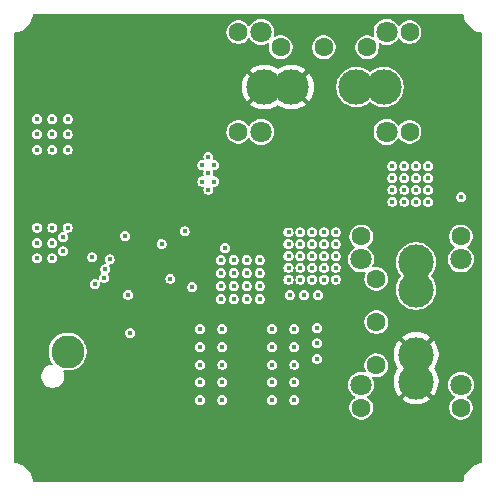
<source format=gbr>
%TF.GenerationSoftware,KiCad,Pcbnew,9.0.1*%
%TF.CreationDate,2025-04-26T18:30:10+02:00*%
%TF.ProjectId,BatteryCharger,42617474-6572-4794-9368-61726765722e,rev?*%
%TF.SameCoordinates,Original*%
%TF.FileFunction,Copper,L3,Inr*%
%TF.FilePolarity,Positive*%
%FSLAX46Y46*%
G04 Gerber Fmt 4.6, Leading zero omitted, Abs format (unit mm)*
G04 Created by KiCad (PCBNEW 9.0.1) date 2025-04-26 18:30:10*
%MOMM*%
%LPD*%
G01*
G04 APERTURE LIST*
%TA.AperFunction,ComponentPad*%
%ADD10C,3.500000*%
%TD*%
%TA.AperFunction,ComponentPad*%
%ADD11C,2.800000*%
%TD*%
%TA.AperFunction,ComponentPad*%
%ADD12C,3.000000*%
%TD*%
%TA.AperFunction,ComponentPad*%
%ADD13C,1.600000*%
%TD*%
%TA.AperFunction,ComponentPad*%
%ADD14C,1.800000*%
%TD*%
%TA.AperFunction,ViaPad*%
%ADD15C,0.450000*%
%TD*%
G04 APERTURE END LIST*
D10*
%TO.N,GND*%
%TO.C,J5*%
X156000000Y-117500000D03*
%TD*%
%TO.N,GND*%
%TO.C,J6*%
X144500000Y-84700000D03*
%TD*%
D11*
%TO.N,GND*%
%TO.C,J2*%
X134700000Y-113000000D03*
%TO.N,/ADAPTER_IN*%
X134700000Y-108800000D03*
%TD*%
D12*
%TO.N,GND*%
%TO.C,J1*%
X151350000Y-86400000D03*
X153650000Y-86400000D03*
%TO.N,/SYS_PWR*%
X159150000Y-86400000D03*
X161450000Y-86400000D03*
D13*
%TO.N,unconnected-(J1-Pin_3-Pad3)*%
X152750000Y-83025000D03*
%TO.N,unconnected-(J1-Pin_4-Pad4)*%
X156400000Y-83025000D03*
%TO.N,unconnected-(J1-Pin_5-Pad5)*%
X160050000Y-83025000D03*
%TO.N,N/C*%
X149150000Y-90200000D03*
D14*
X151100000Y-90200000D03*
X161700000Y-90200000D03*
D13*
X163650000Y-90200000D03*
X149150000Y-81750000D03*
D14*
X151100000Y-81750000D03*
X161700000Y-81750000D03*
D13*
X163650000Y-81750000D03*
%TD*%
D12*
%TO.N,GND*%
%TO.C,J3*%
X164200000Y-111350000D03*
X164200000Y-109050000D03*
%TO.N,Net-(D3-K)*%
X164200000Y-103550000D03*
X164200000Y-101250000D03*
D13*
X160825000Y-109950000D03*
X160825000Y-106300000D03*
X160825000Y-102650000D03*
%TO.N,N/C*%
X168000000Y-113550000D03*
D14*
X168000000Y-111600000D03*
X168000000Y-101000000D03*
D13*
X168000000Y-99050000D03*
X159550000Y-113550000D03*
D14*
X159550000Y-111600000D03*
X159550000Y-101000000D03*
D13*
X159550000Y-99050000D03*
%TD*%
D15*
%TO.N,Net-(U1-SRP)*%
X155800000Y-109400000D03*
X153900000Y-106900000D03*
X152000000Y-108400000D03*
X153900000Y-108400000D03*
X152000000Y-109900000D03*
X155800000Y-106800000D03*
X152000000Y-106900000D03*
X153900000Y-112900000D03*
X152000000Y-111400000D03*
X153900000Y-111400000D03*
X155800000Y-108100000D03*
X152000000Y-112900000D03*
X153900000Y-109900000D03*
%TO.N,GND*%
X151205000Y-98585000D03*
X141400000Y-101500000D03*
X140700000Y-100800000D03*
X148000000Y-96600000D03*
X148600000Y-97200000D03*
X150690000Y-96600000D03*
X140700000Y-101500000D03*
X143400000Y-104175000D03*
X143100000Y-109900000D03*
X137600000Y-99000000D03*
X145600000Y-99800000D03*
X140000000Y-101500000D03*
X140000000Y-102200000D03*
X141400000Y-100800000D03*
X148665000Y-98585000D03*
X140000000Y-100800000D03*
X142100000Y-113500000D03*
X139900000Y-106400000D03*
X136925000Y-105400000D03*
X141700000Y-95000000D03*
X144680000Y-112980000D03*
X150600000Y-97900000D03*
X152600000Y-97200000D03*
X150000000Y-97200000D03*
X140700000Y-102200000D03*
X151900000Y-97900000D03*
X149300000Y-97900000D03*
X141460000Y-96980000D03*
X153300000Y-96600000D03*
X149935000Y-98585000D03*
X151300000Y-97200000D03*
X159000000Y-102500000D03*
X143100000Y-107800000D03*
X155000000Y-96750000D03*
X149190000Y-113690000D03*
X151900000Y-96600000D03*
X149300000Y-96600000D03*
X143700000Y-101500000D03*
%TO.N,Net-(Q4-S)*%
X150950000Y-102150000D03*
X145900000Y-111400000D03*
X147800000Y-108400000D03*
X149850000Y-103250000D03*
X150950000Y-103250000D03*
X147800000Y-111400000D03*
X148030000Y-100020000D03*
X147650000Y-103250000D03*
X148750000Y-104350000D03*
X147800000Y-112900000D03*
X155900000Y-104000000D03*
X154700000Y-104000000D03*
X147650000Y-101050000D03*
X148750000Y-101050000D03*
X145900000Y-108400000D03*
X149850000Y-104350000D03*
X153500000Y-104000000D03*
X145900000Y-109900000D03*
X145900000Y-112900000D03*
X148750000Y-102150000D03*
X145900000Y-106900000D03*
X147650000Y-102150000D03*
X147800000Y-109900000D03*
X149850000Y-101050000D03*
X150950000Y-101050000D03*
X147800000Y-106900000D03*
X148750000Y-103250000D03*
X149850000Y-102150000D03*
X150950000Y-104350000D03*
X144600000Y-98625000D03*
X147650000Y-104350000D03*
%TO.N,Net-(Q2-D)*%
X132100000Y-90400000D03*
X132100000Y-89100000D03*
X134700000Y-90400000D03*
X133400000Y-91700000D03*
X133400000Y-90400000D03*
X133400000Y-89100000D03*
X134700000Y-91700000D03*
X132100000Y-91700000D03*
X134700000Y-89100000D03*
%TO.N,/SYS_PWR*%
X146100000Y-94400000D03*
X156400000Y-102700000D03*
X157400000Y-102700000D03*
X164200000Y-95100000D03*
X164200000Y-96100000D03*
X164200000Y-94100000D03*
X154400000Y-100700000D03*
X146600000Y-93700000D03*
X162200000Y-95100000D03*
X163200000Y-94100000D03*
X153400000Y-98700000D03*
X156400000Y-101700000D03*
X155400000Y-102700000D03*
X162200000Y-94100000D03*
X163200000Y-96100000D03*
X165200000Y-93100000D03*
X155400000Y-99700000D03*
X146600000Y-92300000D03*
X154400000Y-99700000D03*
X164200000Y-93100000D03*
X157400000Y-101700000D03*
X162200000Y-93100000D03*
X156400000Y-98700000D03*
X146600000Y-95100000D03*
X154400000Y-98700000D03*
X163200000Y-93100000D03*
X155400000Y-101700000D03*
X154400000Y-101700000D03*
X147100000Y-94400000D03*
X165200000Y-94100000D03*
X156400000Y-99700000D03*
X157400000Y-100700000D03*
X157400000Y-99700000D03*
X156400000Y-100700000D03*
X153400000Y-101700000D03*
X162200000Y-96100000D03*
X157400000Y-98700000D03*
X146100000Y-93000000D03*
X153400000Y-99700000D03*
X153400000Y-100700000D03*
X165200000Y-96100000D03*
X163200000Y-95100000D03*
X155400000Y-100700000D03*
X154400000Y-102700000D03*
X147100000Y-93000000D03*
X155400000Y-98700000D03*
X153400000Y-102700000D03*
X165200000Y-95100000D03*
%TO.N,Net-(Q3-G)*%
X168025000Y-95700000D03*
%TO.N,/REGN*%
X143400000Y-102625000D03*
X145250000Y-103330000D03*
%TO.N,Net-(U1-VCC)*%
X142650000Y-99700000D03*
%TO.N,Net-(J4-Pin_2)*%
X137880000Y-101830000D03*
%TO.N,Net-(J4-Pin_1)*%
X137780000Y-102550000D03*
%TO.N,Net-(J4-Pin_3)*%
X139550000Y-99000000D03*
%TO.N,Net-(J4-Pin_4)*%
X138270000Y-101000000D03*
%TO.N,Net-(U1-ACDET)*%
X136790000Y-100820000D03*
%TO.N,Net-(U1-BATDRV)*%
X139820000Y-103980000D03*
%TO.N,Net-(U1-ILIM)*%
X137000000Y-103075000D03*
%TO.N,/ADAPTER_IN*%
X134300000Y-100300000D03*
X132100000Y-98300000D03*
X134700000Y-98300000D03*
X139990000Y-107250000D03*
X134300000Y-99100000D03*
X133400000Y-99600000D03*
X133400000Y-100900000D03*
X133400000Y-98300000D03*
X132100000Y-100900000D03*
X132100000Y-99600000D03*
%TD*%
%TA.AperFunction,Conductor*%
%TO.N,GND*%
G36*
X168197789Y-80222174D02*
G01*
X168218830Y-80264841D01*
X168230305Y-80352006D01*
X168291393Y-80579991D01*
X168381714Y-80798045D01*
X168381715Y-80798048D01*
X168499724Y-81002446D01*
X168499728Y-81002452D01*
X168643408Y-81189699D01*
X168810300Y-81356591D01*
X168997547Y-81500271D01*
X168997553Y-81500275D01*
X169201951Y-81618284D01*
X169420007Y-81708606D01*
X169647986Y-81769693D01*
X169647992Y-81769693D01*
X169647993Y-81769694D01*
X169666134Y-81772082D01*
X169735158Y-81781169D01*
X169784208Y-81809487D01*
X169799500Y-81854536D01*
X169799500Y-118145462D01*
X169777826Y-118197788D01*
X169735160Y-118218829D01*
X169647992Y-118230306D01*
X169647990Y-118230306D01*
X169647986Y-118230307D01*
X169544580Y-118258014D01*
X169420008Y-118291393D01*
X169201954Y-118381714D01*
X169201951Y-118381715D01*
X168997553Y-118499724D01*
X168997547Y-118499728D01*
X168810300Y-118643408D01*
X168643408Y-118810300D01*
X168499728Y-118997547D01*
X168499724Y-118997553D01*
X168381715Y-119201951D01*
X168381714Y-119201954D01*
X168291393Y-119420008D01*
X168230305Y-119647993D01*
X168218830Y-119735159D01*
X168190511Y-119784208D01*
X168145463Y-119799500D01*
X131854537Y-119799500D01*
X131802211Y-119777826D01*
X131781170Y-119735159D01*
X131769694Y-119647993D01*
X131769693Y-119647992D01*
X131769693Y-119647986D01*
X131708606Y-119420007D01*
X131618284Y-119201951D01*
X131604107Y-119177395D01*
X131500275Y-118997553D01*
X131500271Y-118997547D01*
X131356591Y-118810300D01*
X131189699Y-118643408D01*
X131002452Y-118499728D01*
X131002446Y-118499724D01*
X130798048Y-118381715D01*
X130798045Y-118381714D01*
X130579991Y-118291393D01*
X130501015Y-118270232D01*
X130352014Y-118230307D01*
X130352007Y-118230306D01*
X130264840Y-118218829D01*
X130215791Y-118190510D01*
X130200500Y-118145462D01*
X130200500Y-112843979D01*
X145474500Y-112843979D01*
X145474500Y-112956020D01*
X145503495Y-113064232D01*
X145503496Y-113064235D01*
X145503497Y-113064237D01*
X145559515Y-113161263D01*
X145638737Y-113240485D01*
X145735763Y-113296503D01*
X145843979Y-113325499D01*
X145843980Y-113325500D01*
X145843982Y-113325500D01*
X145956020Y-113325500D01*
X145956020Y-113325499D01*
X146064237Y-113296503D01*
X146161263Y-113240485D01*
X146240485Y-113161263D01*
X146296503Y-113064237D01*
X146325499Y-112956020D01*
X146325500Y-112956020D01*
X146325500Y-112843980D01*
X146325499Y-112843979D01*
X147374500Y-112843979D01*
X147374500Y-112956020D01*
X147403495Y-113064232D01*
X147403496Y-113064235D01*
X147403497Y-113064237D01*
X147459515Y-113161263D01*
X147538737Y-113240485D01*
X147635763Y-113296503D01*
X147743979Y-113325499D01*
X147743980Y-113325500D01*
X147743982Y-113325500D01*
X147856020Y-113325500D01*
X147856020Y-113325499D01*
X147964237Y-113296503D01*
X148061263Y-113240485D01*
X148140485Y-113161263D01*
X148196503Y-113064237D01*
X148225499Y-112956020D01*
X148225500Y-112956020D01*
X148225500Y-112843980D01*
X148225499Y-112843979D01*
X151574500Y-112843979D01*
X151574500Y-112956020D01*
X151603495Y-113064232D01*
X151603496Y-113064235D01*
X151603497Y-113064237D01*
X151659515Y-113161263D01*
X151738737Y-113240485D01*
X151835763Y-113296503D01*
X151943979Y-113325499D01*
X151943980Y-113325500D01*
X151943982Y-113325500D01*
X152056020Y-113325500D01*
X152056020Y-113325499D01*
X152164237Y-113296503D01*
X152261263Y-113240485D01*
X152340485Y-113161263D01*
X152396503Y-113064237D01*
X152425499Y-112956020D01*
X152425500Y-112956020D01*
X152425500Y-112843980D01*
X152425499Y-112843979D01*
X153474500Y-112843979D01*
X153474500Y-112956020D01*
X153503495Y-113064232D01*
X153503496Y-113064235D01*
X153503497Y-113064237D01*
X153559515Y-113161263D01*
X153638737Y-113240485D01*
X153735763Y-113296503D01*
X153843979Y-113325499D01*
X153843980Y-113325500D01*
X153843982Y-113325500D01*
X153956020Y-113325500D01*
X153956020Y-113325499D01*
X154064237Y-113296503D01*
X154161263Y-113240485D01*
X154240485Y-113161263D01*
X154296503Y-113064237D01*
X154325499Y-112956020D01*
X154325500Y-112956020D01*
X154325500Y-112843980D01*
X154325499Y-112843979D01*
X154321190Y-112827899D01*
X154296503Y-112735763D01*
X154240485Y-112638737D01*
X154161263Y-112559515D01*
X154136218Y-112545055D01*
X154064241Y-112503499D01*
X154064232Y-112503495D01*
X153956020Y-112474500D01*
X153956018Y-112474500D01*
X153843982Y-112474500D01*
X153843980Y-112474500D01*
X153735767Y-112503495D01*
X153735758Y-112503499D01*
X153638736Y-112559515D01*
X153559515Y-112638736D01*
X153503499Y-112735758D01*
X153503495Y-112735767D01*
X153474500Y-112843979D01*
X152425499Y-112843979D01*
X152421190Y-112827899D01*
X152396503Y-112735763D01*
X152340485Y-112638737D01*
X152261263Y-112559515D01*
X152236218Y-112545055D01*
X152164241Y-112503499D01*
X152164232Y-112503495D01*
X152056020Y-112474500D01*
X152056018Y-112474500D01*
X151943982Y-112474500D01*
X151943980Y-112474500D01*
X151835767Y-112503495D01*
X151835758Y-112503499D01*
X151738736Y-112559515D01*
X151659515Y-112638736D01*
X151603499Y-112735758D01*
X151603495Y-112735767D01*
X151574500Y-112843979D01*
X148225499Y-112843979D01*
X148221190Y-112827899D01*
X148196503Y-112735763D01*
X148140485Y-112638737D01*
X148061263Y-112559515D01*
X148036218Y-112545055D01*
X147964241Y-112503499D01*
X147964232Y-112503495D01*
X147856020Y-112474500D01*
X147856018Y-112474500D01*
X147743982Y-112474500D01*
X147743980Y-112474500D01*
X147635767Y-112503495D01*
X147635758Y-112503499D01*
X147538736Y-112559515D01*
X147459515Y-112638736D01*
X147403499Y-112735758D01*
X147403495Y-112735767D01*
X147374500Y-112843979D01*
X146325499Y-112843979D01*
X146321190Y-112827899D01*
X146296503Y-112735763D01*
X146240485Y-112638737D01*
X146161263Y-112559515D01*
X146136218Y-112545055D01*
X146064241Y-112503499D01*
X146064232Y-112503495D01*
X145956020Y-112474500D01*
X145956018Y-112474500D01*
X145843982Y-112474500D01*
X145843980Y-112474500D01*
X145735767Y-112503495D01*
X145735758Y-112503499D01*
X145638736Y-112559515D01*
X145559515Y-112638736D01*
X145503499Y-112735758D01*
X145503495Y-112735767D01*
X145474500Y-112843979D01*
X130200500Y-112843979D01*
X130200500Y-110804414D01*
X132469500Y-110804414D01*
X132469500Y-110995586D01*
X132481819Y-111057518D01*
X132506794Y-111183078D01*
X132506797Y-111183088D01*
X132579953Y-111359703D01*
X132682642Y-111513388D01*
X132686163Y-111518658D01*
X132821342Y-111653837D01*
X132980296Y-111760046D01*
X133156916Y-111833204D01*
X133344414Y-111870500D01*
X133344416Y-111870500D01*
X133535584Y-111870500D01*
X133535586Y-111870500D01*
X133723084Y-111833204D01*
X133899704Y-111760046D01*
X134058658Y-111653837D01*
X134193837Y-111518658D01*
X134300046Y-111359704D01*
X134306559Y-111343979D01*
X145474500Y-111343979D01*
X145474500Y-111456020D01*
X145503495Y-111564232D01*
X145503496Y-111564235D01*
X145503497Y-111564237D01*
X145559515Y-111661263D01*
X145638737Y-111740485D01*
X145735763Y-111796503D01*
X145843979Y-111825499D01*
X145843980Y-111825500D01*
X145843982Y-111825500D01*
X145956020Y-111825500D01*
X145956020Y-111825499D01*
X146064237Y-111796503D01*
X146161263Y-111740485D01*
X146240485Y-111661263D01*
X146296503Y-111564237D01*
X146325499Y-111456020D01*
X146325500Y-111456020D01*
X146325500Y-111343980D01*
X146325499Y-111343979D01*
X147374500Y-111343979D01*
X147374500Y-111456020D01*
X147403495Y-111564232D01*
X147403496Y-111564235D01*
X147403497Y-111564237D01*
X147459515Y-111661263D01*
X147538737Y-111740485D01*
X147635763Y-111796503D01*
X147743979Y-111825499D01*
X147743980Y-111825500D01*
X147743982Y-111825500D01*
X147856020Y-111825500D01*
X147856020Y-111825499D01*
X147964237Y-111796503D01*
X148061263Y-111740485D01*
X148140485Y-111661263D01*
X148196503Y-111564237D01*
X148225499Y-111456020D01*
X148225500Y-111456020D01*
X148225500Y-111343980D01*
X148225499Y-111343979D01*
X151574500Y-111343979D01*
X151574500Y-111456020D01*
X151603495Y-111564232D01*
X151603496Y-111564235D01*
X151603497Y-111564237D01*
X151659515Y-111661263D01*
X151738737Y-111740485D01*
X151835763Y-111796503D01*
X151943979Y-111825499D01*
X151943980Y-111825500D01*
X151943982Y-111825500D01*
X152056020Y-111825500D01*
X152056020Y-111825499D01*
X152164237Y-111796503D01*
X152261263Y-111740485D01*
X152340485Y-111661263D01*
X152396503Y-111564237D01*
X152425499Y-111456020D01*
X152425500Y-111456020D01*
X152425500Y-111343980D01*
X152425499Y-111343979D01*
X153474500Y-111343979D01*
X153474500Y-111456020D01*
X153503495Y-111564232D01*
X153503496Y-111564235D01*
X153503497Y-111564237D01*
X153559515Y-111661263D01*
X153638737Y-111740485D01*
X153735763Y-111796503D01*
X153843979Y-111825499D01*
X153843980Y-111825500D01*
X153843982Y-111825500D01*
X153956020Y-111825500D01*
X153956020Y-111825499D01*
X154064237Y-111796503D01*
X154161263Y-111740485D01*
X154240485Y-111661263D01*
X154296503Y-111564237D01*
X154310128Y-111513388D01*
X158449500Y-111513388D01*
X158449500Y-111686611D01*
X158476597Y-111857698D01*
X158476600Y-111857711D01*
X158530125Y-112022442D01*
X158530127Y-112022446D01*
X158608767Y-112176787D01*
X158608768Y-112176788D01*
X158710586Y-112316928D01*
X158833072Y-112439414D01*
X158833075Y-112439416D01*
X158833076Y-112439417D01*
X158973212Y-112541232D01*
X158973216Y-112541234D01*
X159022788Y-112566492D01*
X159059572Y-112609559D01*
X159055129Y-112666021D01*
X159030307Y-112693955D01*
X158912220Y-112772858D01*
X158912217Y-112772862D01*
X158772862Y-112912217D01*
X158772860Y-112912218D01*
X158663367Y-113076086D01*
X158587950Y-113258160D01*
X158587947Y-113258170D01*
X158549500Y-113451460D01*
X158549500Y-113648539D01*
X158587947Y-113841829D01*
X158587950Y-113841839D01*
X158663367Y-114023913D01*
X158663368Y-114023914D01*
X158772861Y-114187782D01*
X158912218Y-114327139D01*
X159076086Y-114436632D01*
X159258165Y-114512051D01*
X159451459Y-114550500D01*
X159451461Y-114550500D01*
X159648539Y-114550500D01*
X159648541Y-114550500D01*
X159841835Y-114512051D01*
X160023914Y-114436632D01*
X160187782Y-114327139D01*
X160327139Y-114187782D01*
X160436632Y-114023914D01*
X160512051Y-113841835D01*
X160550500Y-113648541D01*
X160550500Y-113451459D01*
X160512051Y-113258165D01*
X160436632Y-113076086D01*
X160327139Y-112912218D01*
X160187782Y-112772861D01*
X160069690Y-112693954D01*
X160038226Y-112646865D01*
X160049275Y-112591316D01*
X160077210Y-112566493D01*
X160090905Y-112559515D01*
X160126788Y-112541232D01*
X160266928Y-112439414D01*
X160389414Y-112316928D01*
X160491232Y-112176788D01*
X160569873Y-112022445D01*
X160589501Y-111962037D01*
X160623399Y-111857711D01*
X160623399Y-111857708D01*
X160623402Y-111857701D01*
X160650500Y-111686611D01*
X160650500Y-111513389D01*
X160644345Y-111474531D01*
X160637101Y-111428793D01*
X160623402Y-111342299D01*
X160623400Y-111342294D01*
X160623399Y-111342288D01*
X160569874Y-111177557D01*
X160569872Y-111177553D01*
X160492739Y-111026169D01*
X160488296Y-110969706D01*
X160525079Y-110926639D01*
X160573108Y-110919996D01*
X160726459Y-110950500D01*
X160726461Y-110950500D01*
X160923539Y-110950500D01*
X160923541Y-110950500D01*
X161116835Y-110912051D01*
X161298914Y-110836632D01*
X161462782Y-110727139D01*
X161602139Y-110587782D01*
X161711632Y-110423914D01*
X161787051Y-110241835D01*
X161825500Y-110048541D01*
X161825500Y-109851459D01*
X161787051Y-109658165D01*
X161779048Y-109638845D01*
X161711632Y-109476086D01*
X161602139Y-109312218D01*
X161462781Y-109172860D01*
X161298913Y-109063367D01*
X161125196Y-108991412D01*
X161116839Y-108987950D01*
X161116829Y-108987947D01*
X160987388Y-108962200D01*
X160923541Y-108949500D01*
X160726459Y-108949500D01*
X160671662Y-108960399D01*
X160533170Y-108987947D01*
X160533160Y-108987950D01*
X160351086Y-109063367D01*
X160187218Y-109172860D01*
X160187217Y-109172862D01*
X160047862Y-109312217D01*
X160047860Y-109312218D01*
X159938367Y-109476086D01*
X159862950Y-109658160D01*
X159862947Y-109658170D01*
X159824500Y-109851460D01*
X159824500Y-110048539D01*
X159862947Y-110241829D01*
X159862950Y-110241839D01*
X159938366Y-110423911D01*
X159938367Y-110423913D01*
X159938368Y-110423914D01*
X159943682Y-110431867D01*
X159954732Y-110487415D01*
X159923268Y-110534508D01*
X159867719Y-110545558D01*
X159859288Y-110543358D01*
X159807715Y-110526601D01*
X159807698Y-110526597D01*
X159636612Y-110499500D01*
X159636611Y-110499500D01*
X159463389Y-110499500D01*
X159463388Y-110499500D01*
X159292301Y-110526597D01*
X159292288Y-110526600D01*
X159127557Y-110580125D01*
X159127553Y-110580127D01*
X158973212Y-110658767D01*
X158833076Y-110760582D01*
X158710582Y-110883076D01*
X158608767Y-111023212D01*
X158530127Y-111177553D01*
X158530125Y-111177557D01*
X158476600Y-111342288D01*
X158476597Y-111342301D01*
X158449500Y-111513388D01*
X154310128Y-111513388D01*
X154320540Y-111474531D01*
X154325499Y-111456020D01*
X154325500Y-111456020D01*
X154325500Y-111343980D01*
X154325499Y-111343979D01*
X154325049Y-111342301D01*
X154296503Y-111235763D01*
X154240485Y-111138737D01*
X154161263Y-111059515D01*
X154103506Y-111026169D01*
X154064241Y-111003499D01*
X154064232Y-111003495D01*
X153956020Y-110974500D01*
X153956018Y-110974500D01*
X153843982Y-110974500D01*
X153843980Y-110974500D01*
X153735767Y-111003495D01*
X153735758Y-111003499D01*
X153638736Y-111059515D01*
X153559515Y-111138736D01*
X153503499Y-111235758D01*
X153503495Y-111235767D01*
X153474500Y-111343979D01*
X152425499Y-111343979D01*
X152425049Y-111342301D01*
X152396503Y-111235763D01*
X152340485Y-111138737D01*
X152261263Y-111059515D01*
X152203506Y-111026169D01*
X152164241Y-111003499D01*
X152164232Y-111003495D01*
X152056020Y-110974500D01*
X152056018Y-110974500D01*
X151943982Y-110974500D01*
X151943980Y-110974500D01*
X151835767Y-111003495D01*
X151835758Y-111003499D01*
X151738736Y-111059515D01*
X151659515Y-111138736D01*
X151603499Y-111235758D01*
X151603495Y-111235767D01*
X151574500Y-111343979D01*
X148225499Y-111343979D01*
X148225049Y-111342301D01*
X148196503Y-111235763D01*
X148140485Y-111138737D01*
X148061263Y-111059515D01*
X148003506Y-111026169D01*
X147964241Y-111003499D01*
X147964232Y-111003495D01*
X147856020Y-110974500D01*
X147856018Y-110974500D01*
X147743982Y-110974500D01*
X147743980Y-110974500D01*
X147635767Y-111003495D01*
X147635758Y-111003499D01*
X147538736Y-111059515D01*
X147459515Y-111138736D01*
X147403499Y-111235758D01*
X147403495Y-111235767D01*
X147374500Y-111343979D01*
X146325499Y-111343979D01*
X146325049Y-111342301D01*
X146296503Y-111235763D01*
X146240485Y-111138737D01*
X146161263Y-111059515D01*
X146103506Y-111026169D01*
X146064241Y-111003499D01*
X146064232Y-111003495D01*
X145956020Y-110974500D01*
X145956018Y-110974500D01*
X145843982Y-110974500D01*
X145843980Y-110974500D01*
X145735767Y-111003495D01*
X145735758Y-111003499D01*
X145638736Y-111059515D01*
X145559515Y-111138736D01*
X145503499Y-111235758D01*
X145503495Y-111235767D01*
X145474500Y-111343979D01*
X134306559Y-111343979D01*
X134373204Y-111183084D01*
X134410500Y-110995586D01*
X134410500Y-110804414D01*
X134373204Y-110616916D01*
X134313733Y-110473339D01*
X134313733Y-110416703D01*
X134353781Y-110376655D01*
X134393675Y-110371933D01*
X134471792Y-110384305D01*
X134574036Y-110400500D01*
X134574038Y-110400500D01*
X134825964Y-110400500D01*
X134925491Y-110384736D01*
X135074785Y-110361090D01*
X135074792Y-110361087D01*
X135074795Y-110361087D01*
X135314373Y-110283243D01*
X135314373Y-110283242D01*
X135314379Y-110283241D01*
X135538845Y-110168870D01*
X135742656Y-110020793D01*
X135919470Y-109843979D01*
X145474500Y-109843979D01*
X145474500Y-109956020D01*
X145503495Y-110064232D01*
X145503499Y-110064241D01*
X145550796Y-110146162D01*
X145559515Y-110161263D01*
X145638737Y-110240485D01*
X145735763Y-110296503D01*
X145843979Y-110325499D01*
X145843980Y-110325500D01*
X145843982Y-110325500D01*
X145956020Y-110325500D01*
X145956020Y-110325499D01*
X146064237Y-110296503D01*
X146161263Y-110240485D01*
X146240485Y-110161263D01*
X146296503Y-110064237D01*
X146325499Y-109956020D01*
X146325500Y-109956020D01*
X146325500Y-109843980D01*
X146325499Y-109843979D01*
X147374500Y-109843979D01*
X147374500Y-109956020D01*
X147403495Y-110064232D01*
X147403499Y-110064241D01*
X147450796Y-110146162D01*
X147459515Y-110161263D01*
X147538737Y-110240485D01*
X147635763Y-110296503D01*
X147743979Y-110325499D01*
X147743980Y-110325500D01*
X147743982Y-110325500D01*
X147856020Y-110325500D01*
X147856020Y-110325499D01*
X147964237Y-110296503D01*
X148061263Y-110240485D01*
X148140485Y-110161263D01*
X148196503Y-110064237D01*
X148225499Y-109956020D01*
X148225500Y-109956020D01*
X148225500Y-109843980D01*
X148225499Y-109843979D01*
X151574500Y-109843979D01*
X151574500Y-109956020D01*
X151603495Y-110064232D01*
X151603499Y-110064241D01*
X151650796Y-110146162D01*
X151659515Y-110161263D01*
X151738737Y-110240485D01*
X151835763Y-110296503D01*
X151943979Y-110325499D01*
X151943980Y-110325500D01*
X151943982Y-110325500D01*
X152056020Y-110325500D01*
X152056020Y-110325499D01*
X152164237Y-110296503D01*
X152261263Y-110240485D01*
X152340485Y-110161263D01*
X152396503Y-110064237D01*
X152425499Y-109956020D01*
X152425500Y-109956020D01*
X152425500Y-109843980D01*
X152425499Y-109843979D01*
X153474500Y-109843979D01*
X153474500Y-109956020D01*
X153503495Y-110064232D01*
X153503499Y-110064241D01*
X153550796Y-110146162D01*
X153559515Y-110161263D01*
X153638737Y-110240485D01*
X153735763Y-110296503D01*
X153843979Y-110325499D01*
X153843980Y-110325500D01*
X153843982Y-110325500D01*
X153956020Y-110325500D01*
X153956020Y-110325499D01*
X154064237Y-110296503D01*
X154161263Y-110240485D01*
X154240485Y-110161263D01*
X154296503Y-110064237D01*
X154325499Y-109956020D01*
X154325500Y-109956020D01*
X154325500Y-109843980D01*
X154325499Y-109843979D01*
X154320547Y-109825499D01*
X154296503Y-109735763D01*
X154240485Y-109638737D01*
X154161263Y-109559515D01*
X154064241Y-109503499D01*
X154064232Y-109503495D01*
X153956020Y-109474500D01*
X153956018Y-109474500D01*
X153843982Y-109474500D01*
X153843980Y-109474500D01*
X153735767Y-109503495D01*
X153735758Y-109503499D01*
X153638736Y-109559515D01*
X153559515Y-109638736D01*
X153503499Y-109735758D01*
X153503495Y-109735767D01*
X153474500Y-109843979D01*
X152425499Y-109843979D01*
X152420547Y-109825499D01*
X152396503Y-109735763D01*
X152340485Y-109638737D01*
X152261263Y-109559515D01*
X152164241Y-109503499D01*
X152164232Y-109503495D01*
X152056020Y-109474500D01*
X152056018Y-109474500D01*
X151943982Y-109474500D01*
X151943980Y-109474500D01*
X151835767Y-109503495D01*
X151835758Y-109503499D01*
X151738736Y-109559515D01*
X151659515Y-109638736D01*
X151603499Y-109735758D01*
X151603495Y-109735767D01*
X151574500Y-109843979D01*
X148225499Y-109843979D01*
X148220547Y-109825499D01*
X148196503Y-109735763D01*
X148140485Y-109638737D01*
X148061263Y-109559515D01*
X147964241Y-109503499D01*
X147964232Y-109503495D01*
X147856020Y-109474500D01*
X147856018Y-109474500D01*
X147743982Y-109474500D01*
X147743980Y-109474500D01*
X147635767Y-109503495D01*
X147635758Y-109503499D01*
X147538736Y-109559515D01*
X147459515Y-109638736D01*
X147403499Y-109735758D01*
X147403495Y-109735767D01*
X147374500Y-109843979D01*
X146325499Y-109843979D01*
X146320547Y-109825499D01*
X146296503Y-109735763D01*
X146240485Y-109638737D01*
X146161263Y-109559515D01*
X146064241Y-109503499D01*
X146064232Y-109503495D01*
X145956020Y-109474500D01*
X145956018Y-109474500D01*
X145843982Y-109474500D01*
X145843980Y-109474500D01*
X145735767Y-109503495D01*
X145735758Y-109503499D01*
X145638736Y-109559515D01*
X145559515Y-109638736D01*
X145503499Y-109735758D01*
X145503495Y-109735767D01*
X145474500Y-109843979D01*
X135919470Y-109843979D01*
X135920793Y-109842656D01*
X136068870Y-109638845D01*
X136183241Y-109414379D01*
X136202193Y-109356049D01*
X136206115Y-109343979D01*
X155374500Y-109343979D01*
X155374500Y-109456020D01*
X155403495Y-109564232D01*
X155403496Y-109564235D01*
X155403497Y-109564237D01*
X155459515Y-109661263D01*
X155538737Y-109740485D01*
X155635763Y-109796503D01*
X155743979Y-109825499D01*
X155743980Y-109825500D01*
X155743982Y-109825500D01*
X155856020Y-109825500D01*
X155856020Y-109825499D01*
X155964237Y-109796503D01*
X156061263Y-109740485D01*
X156140485Y-109661263D01*
X156196503Y-109564237D01*
X156225499Y-109456020D01*
X156225500Y-109456020D01*
X156225500Y-109343980D01*
X156225499Y-109343979D01*
X156216988Y-109312217D01*
X156196503Y-109235763D01*
X156140485Y-109138737D01*
X156061263Y-109059515D01*
X156044783Y-109050000D01*
X155964241Y-109003499D01*
X155964232Y-109003495D01*
X155856020Y-108974500D01*
X155856018Y-108974500D01*
X155743982Y-108974500D01*
X155743980Y-108974500D01*
X155635767Y-109003495D01*
X155635758Y-109003499D01*
X155538736Y-109059515D01*
X155459515Y-109138736D01*
X155403499Y-109235758D01*
X155403495Y-109235767D01*
X155374500Y-109343979D01*
X136206115Y-109343979D01*
X136215121Y-109316264D01*
X136215121Y-109316263D01*
X136261087Y-109174795D01*
X136261087Y-109174792D01*
X136261090Y-109174785D01*
X136300500Y-108925962D01*
X136300500Y-108925468D01*
X162300000Y-108925468D01*
X162300000Y-109174531D01*
X162332507Y-109421460D01*
X162396969Y-109662037D01*
X162396973Y-109662048D01*
X162492281Y-109892143D01*
X162492284Y-109892151D01*
X162616815Y-110107845D01*
X162616819Y-110107851D01*
X162652961Y-110154952D01*
X162667620Y-110209659D01*
X162652961Y-110245048D01*
X162616819Y-110292148D01*
X162616815Y-110292154D01*
X162492284Y-110507848D01*
X162492281Y-110507856D01*
X162396973Y-110737951D01*
X162396969Y-110737962D01*
X162332507Y-110978539D01*
X162300000Y-111225468D01*
X162300000Y-111474531D01*
X162332507Y-111721460D01*
X162396969Y-111962037D01*
X162396973Y-111962048D01*
X162492281Y-112192143D01*
X162492284Y-112192151D01*
X162616815Y-112407845D01*
X162616819Y-112407851D01*
X162722099Y-112545055D01*
X162722100Y-112545056D01*
X163509940Y-111757215D01*
X163578599Y-111859970D01*
X163690030Y-111971401D01*
X163792783Y-112040058D01*
X163004943Y-112827899D01*
X163142148Y-112933180D01*
X163142154Y-112933184D01*
X163357848Y-113057715D01*
X163357856Y-113057718D01*
X163587951Y-113153026D01*
X163587962Y-113153030D01*
X163828540Y-113217492D01*
X163828539Y-113217492D01*
X164075469Y-113250000D01*
X164324531Y-113250000D01*
X164571460Y-113217492D01*
X164812037Y-113153030D01*
X164812048Y-113153026D01*
X165042143Y-113057718D01*
X165042151Y-113057715D01*
X165257852Y-112933180D01*
X165395055Y-112827900D01*
X165395055Y-112827899D01*
X164607216Y-112040058D01*
X164709970Y-111971401D01*
X164821401Y-111859970D01*
X164890059Y-111757215D01*
X165677899Y-112545055D01*
X165677900Y-112545055D01*
X165783180Y-112407852D01*
X165907715Y-112192151D01*
X165907718Y-112192143D01*
X166003026Y-111962048D01*
X166003030Y-111962037D01*
X166067492Y-111721460D01*
X166094885Y-111513388D01*
X166899500Y-111513388D01*
X166899500Y-111686611D01*
X166926597Y-111857698D01*
X166926600Y-111857711D01*
X166980125Y-112022442D01*
X166980127Y-112022446D01*
X167058767Y-112176787D01*
X167058768Y-112176788D01*
X167160586Y-112316928D01*
X167283072Y-112439414D01*
X167283075Y-112439416D01*
X167283076Y-112439417D01*
X167423212Y-112541232D01*
X167423216Y-112541234D01*
X167472788Y-112566492D01*
X167509572Y-112609559D01*
X167505129Y-112666021D01*
X167480307Y-112693955D01*
X167362220Y-112772858D01*
X167362217Y-112772862D01*
X167222862Y-112912217D01*
X167222860Y-112912218D01*
X167113367Y-113076086D01*
X167037950Y-113258160D01*
X167037947Y-113258170D01*
X166999500Y-113451460D01*
X166999500Y-113648539D01*
X167037947Y-113841829D01*
X167037950Y-113841839D01*
X167113367Y-114023913D01*
X167113368Y-114023914D01*
X167222861Y-114187782D01*
X167362218Y-114327139D01*
X167526086Y-114436632D01*
X167708165Y-114512051D01*
X167901459Y-114550500D01*
X167901461Y-114550500D01*
X168098539Y-114550500D01*
X168098541Y-114550500D01*
X168291835Y-114512051D01*
X168473914Y-114436632D01*
X168637782Y-114327139D01*
X168777139Y-114187782D01*
X168886632Y-114023914D01*
X168962051Y-113841835D01*
X169000500Y-113648541D01*
X169000500Y-113451459D01*
X168962051Y-113258165D01*
X168886632Y-113076086D01*
X168777139Y-112912218D01*
X168637782Y-112772861D01*
X168519690Y-112693954D01*
X168488226Y-112646865D01*
X168499275Y-112591316D01*
X168527210Y-112566493D01*
X168540905Y-112559515D01*
X168576788Y-112541232D01*
X168716928Y-112439414D01*
X168839414Y-112316928D01*
X168941232Y-112176788D01*
X169019873Y-112022445D01*
X169039501Y-111962037D01*
X169073399Y-111857711D01*
X169073399Y-111857708D01*
X169073402Y-111857701D01*
X169100500Y-111686611D01*
X169100500Y-111513389D01*
X169094345Y-111474531D01*
X169087101Y-111428793D01*
X169073402Y-111342299D01*
X169073400Y-111342294D01*
X169073399Y-111342288D01*
X169019874Y-111177557D01*
X169019872Y-111177553D01*
X168941232Y-111023212D01*
X168839417Y-110883076D01*
X168839416Y-110883075D01*
X168839414Y-110883072D01*
X168716928Y-110760586D01*
X168716925Y-110760583D01*
X168716923Y-110760582D01*
X168576787Y-110658767D01*
X168422446Y-110580127D01*
X168422442Y-110580125D01*
X168257711Y-110526600D01*
X168257698Y-110526597D01*
X168086612Y-110499500D01*
X168086611Y-110499500D01*
X167913389Y-110499500D01*
X167913388Y-110499500D01*
X167742301Y-110526597D01*
X167742288Y-110526600D01*
X167577557Y-110580125D01*
X167577553Y-110580127D01*
X167423212Y-110658767D01*
X167283076Y-110760582D01*
X167160582Y-110883076D01*
X167058767Y-111023212D01*
X166980127Y-111177553D01*
X166980125Y-111177557D01*
X166926600Y-111342288D01*
X166926597Y-111342301D01*
X166899500Y-111513388D01*
X166094885Y-111513388D01*
X166096539Y-111500823D01*
X166096539Y-111500822D01*
X166100000Y-111474532D01*
X166100000Y-111225468D01*
X166067492Y-110978539D01*
X166003030Y-110737962D01*
X166003026Y-110737951D01*
X165907718Y-110507856D01*
X165907715Y-110507848D01*
X165783182Y-110292150D01*
X165747039Y-110245050D01*
X165732379Y-110190343D01*
X165747039Y-110154950D01*
X165783182Y-110107849D01*
X165907715Y-109892151D01*
X165907718Y-109892143D01*
X166003026Y-109662048D01*
X166003030Y-109662037D01*
X166067492Y-109421460D01*
X166100000Y-109174531D01*
X166100000Y-108925468D01*
X166067492Y-108678539D01*
X166003030Y-108437962D01*
X166003026Y-108437951D01*
X165907718Y-108207856D01*
X165907715Y-108207848D01*
X165783184Y-107992154D01*
X165783180Y-107992148D01*
X165677899Y-107854943D01*
X164890058Y-108642783D01*
X164821401Y-108540030D01*
X164709970Y-108428599D01*
X164607214Y-108359940D01*
X165395056Y-107572100D01*
X165395055Y-107572099D01*
X165257851Y-107466819D01*
X165257845Y-107466815D01*
X165042151Y-107342284D01*
X165042143Y-107342281D01*
X164812048Y-107246973D01*
X164812037Y-107246969D01*
X164571459Y-107182507D01*
X164571460Y-107182507D01*
X164324531Y-107150000D01*
X164075469Y-107150000D01*
X163828539Y-107182507D01*
X163587962Y-107246969D01*
X163587951Y-107246973D01*
X163357856Y-107342281D01*
X163357848Y-107342284D01*
X163142154Y-107466815D01*
X163142148Y-107466819D01*
X163004943Y-107572099D01*
X163004943Y-107572100D01*
X163792784Y-108359941D01*
X163690030Y-108428599D01*
X163578599Y-108540030D01*
X163509941Y-108642784D01*
X162722100Y-107854943D01*
X162722099Y-107854943D01*
X162616819Y-107992148D01*
X162616815Y-107992154D01*
X162492284Y-108207848D01*
X162492281Y-108207856D01*
X162396973Y-108437951D01*
X162396969Y-108437962D01*
X162332507Y-108678539D01*
X162300000Y-108925468D01*
X136300500Y-108925468D01*
X136300500Y-108674038D01*
X136261090Y-108425215D01*
X136261086Y-108425204D01*
X136240550Y-108362000D01*
X136240550Y-108361999D01*
X136234695Y-108343979D01*
X145474500Y-108343979D01*
X145474500Y-108456020D01*
X145503495Y-108564232D01*
X145503496Y-108564235D01*
X145503497Y-108564237D01*
X145559515Y-108661263D01*
X145638737Y-108740485D01*
X145735763Y-108796503D01*
X145843979Y-108825499D01*
X145843980Y-108825500D01*
X145843982Y-108825500D01*
X145956020Y-108825500D01*
X145956020Y-108825499D01*
X146064237Y-108796503D01*
X146161263Y-108740485D01*
X146240485Y-108661263D01*
X146296503Y-108564237D01*
X146325499Y-108456020D01*
X146325500Y-108456020D01*
X146325500Y-108343980D01*
X146325499Y-108343979D01*
X147374500Y-108343979D01*
X147374500Y-108456020D01*
X147403495Y-108564232D01*
X147403496Y-108564235D01*
X147403497Y-108564237D01*
X147459515Y-108661263D01*
X147538737Y-108740485D01*
X147635763Y-108796503D01*
X147743979Y-108825499D01*
X147743980Y-108825500D01*
X147743982Y-108825500D01*
X147856020Y-108825500D01*
X147856020Y-108825499D01*
X147964237Y-108796503D01*
X148061263Y-108740485D01*
X148140485Y-108661263D01*
X148196503Y-108564237D01*
X148225499Y-108456020D01*
X148225500Y-108456020D01*
X148225500Y-108343980D01*
X148225499Y-108343979D01*
X151574500Y-108343979D01*
X151574500Y-108456020D01*
X151603495Y-108564232D01*
X151603496Y-108564235D01*
X151603497Y-108564237D01*
X151659515Y-108661263D01*
X151738737Y-108740485D01*
X151835763Y-108796503D01*
X151943979Y-108825499D01*
X151943980Y-108825500D01*
X151943982Y-108825500D01*
X152056020Y-108825500D01*
X152056020Y-108825499D01*
X152164237Y-108796503D01*
X152261263Y-108740485D01*
X152340485Y-108661263D01*
X152396503Y-108564237D01*
X152425499Y-108456020D01*
X152425500Y-108456020D01*
X152425500Y-108343980D01*
X152425499Y-108343979D01*
X153474500Y-108343979D01*
X153474500Y-108456020D01*
X153503495Y-108564232D01*
X153503496Y-108564235D01*
X153503497Y-108564237D01*
X153559515Y-108661263D01*
X153638737Y-108740485D01*
X153735763Y-108796503D01*
X153843979Y-108825499D01*
X153843980Y-108825500D01*
X153843982Y-108825500D01*
X153956020Y-108825500D01*
X153956020Y-108825499D01*
X154064237Y-108796503D01*
X154161263Y-108740485D01*
X154240485Y-108661263D01*
X154296503Y-108564237D01*
X154325499Y-108456020D01*
X154325500Y-108456020D01*
X154325500Y-108343980D01*
X154325499Y-108343979D01*
X154304132Y-108264237D01*
X154296503Y-108235763D01*
X154240485Y-108138737D01*
X154161263Y-108059515D01*
X154134354Y-108043979D01*
X155374500Y-108043979D01*
X155374500Y-108156020D01*
X155403495Y-108264232D01*
X155403499Y-108264241D01*
X155447844Y-108341049D01*
X155459515Y-108361263D01*
X155538737Y-108440485D01*
X155635763Y-108496503D01*
X155743979Y-108525499D01*
X155743980Y-108525500D01*
X155743982Y-108525500D01*
X155856020Y-108525500D01*
X155856020Y-108525499D01*
X155964237Y-108496503D01*
X156061263Y-108440485D01*
X156140485Y-108361263D01*
X156196503Y-108264237D01*
X156225499Y-108156020D01*
X156225500Y-108156020D01*
X156225500Y-108043980D01*
X156225499Y-108043979D01*
X156214651Y-108003495D01*
X156196503Y-107935763D01*
X156140485Y-107838737D01*
X156061263Y-107759515D01*
X156057494Y-107757339D01*
X155964241Y-107703499D01*
X155964232Y-107703495D01*
X155856021Y-107674500D01*
X155856018Y-107674500D01*
X155743982Y-107674500D01*
X155743980Y-107674500D01*
X155635767Y-107703495D01*
X155635758Y-107703499D01*
X155538736Y-107759515D01*
X155459515Y-107838736D01*
X155403499Y-107935758D01*
X155403495Y-107935767D01*
X155374500Y-108043979D01*
X154134354Y-108043979D01*
X154064241Y-108003499D01*
X154064232Y-108003495D01*
X153956020Y-107974500D01*
X153956018Y-107974500D01*
X153843982Y-107974500D01*
X153843980Y-107974500D01*
X153735767Y-108003495D01*
X153735758Y-108003499D01*
X153638736Y-108059515D01*
X153559515Y-108138736D01*
X153503499Y-108235758D01*
X153503495Y-108235767D01*
X153474500Y-108343979D01*
X152425499Y-108343979D01*
X152404132Y-108264237D01*
X152396503Y-108235763D01*
X152340485Y-108138737D01*
X152261263Y-108059515D01*
X152234354Y-108043979D01*
X152164241Y-108003499D01*
X152164232Y-108003495D01*
X152056020Y-107974500D01*
X152056018Y-107974500D01*
X151943982Y-107974500D01*
X151943980Y-107974500D01*
X151835767Y-108003495D01*
X151835758Y-108003499D01*
X151738736Y-108059515D01*
X151659515Y-108138736D01*
X151603499Y-108235758D01*
X151603495Y-108235767D01*
X151574500Y-108343979D01*
X148225499Y-108343979D01*
X148204132Y-108264237D01*
X148196503Y-108235763D01*
X148140485Y-108138737D01*
X148061263Y-108059515D01*
X148034354Y-108043979D01*
X147964241Y-108003499D01*
X147964232Y-108003495D01*
X147856020Y-107974500D01*
X147856018Y-107974500D01*
X147743982Y-107974500D01*
X147743980Y-107974500D01*
X147635767Y-108003495D01*
X147635758Y-108003499D01*
X147538736Y-108059515D01*
X147459515Y-108138736D01*
X147403499Y-108235758D01*
X147403495Y-108235767D01*
X147374500Y-108343979D01*
X146325499Y-108343979D01*
X146304132Y-108264237D01*
X146296503Y-108235763D01*
X146240485Y-108138737D01*
X146161263Y-108059515D01*
X146134354Y-108043979D01*
X146064241Y-108003499D01*
X146064232Y-108003495D01*
X145956020Y-107974500D01*
X145956018Y-107974500D01*
X145843982Y-107974500D01*
X145843980Y-107974500D01*
X145735767Y-108003495D01*
X145735758Y-108003499D01*
X145638736Y-108059515D01*
X145559515Y-108138736D01*
X145503499Y-108235758D01*
X145503495Y-108235767D01*
X145474500Y-108343979D01*
X136234695Y-108343979D01*
X136183243Y-108185626D01*
X136183241Y-108185623D01*
X136183241Y-108185621D01*
X136118987Y-108059515D01*
X136068870Y-107961154D01*
X135920796Y-107757348D01*
X135920795Y-107757347D01*
X135920793Y-107757344D01*
X135742656Y-107579207D01*
X135742653Y-107579204D01*
X135742651Y-107579203D01*
X135538845Y-107431129D01*
X135314373Y-107316756D01*
X135138187Y-107259510D01*
X135074795Y-107238912D01*
X135074782Y-107238909D01*
X134825964Y-107199500D01*
X134825962Y-107199500D01*
X134574038Y-107199500D01*
X134574036Y-107199500D01*
X134325217Y-107238909D01*
X134325204Y-107238912D01*
X134085626Y-107316756D01*
X133861154Y-107431129D01*
X133657348Y-107579203D01*
X133479203Y-107757348D01*
X133331129Y-107961154D01*
X133216756Y-108185626D01*
X133138912Y-108425204D01*
X133138909Y-108425217D01*
X133099500Y-108674036D01*
X133099500Y-108925963D01*
X133138909Y-109174782D01*
X133138912Y-109174795D01*
X133216756Y-109414373D01*
X133331129Y-109638845D01*
X133456937Y-109812004D01*
X133470159Y-109867076D01*
X133440566Y-109915367D01*
X133397070Y-109929500D01*
X133344414Y-109929500D01*
X133306388Y-109937064D01*
X133156921Y-109966794D01*
X133156911Y-109966797D01*
X132980296Y-110039953D01*
X132821342Y-110146162D01*
X132821341Y-110146164D01*
X132686164Y-110281341D01*
X132686162Y-110281342D01*
X132579953Y-110440296D01*
X132506797Y-110616911D01*
X132506794Y-110616921D01*
X132482720Y-110737951D01*
X132469500Y-110804414D01*
X130200500Y-110804414D01*
X130200500Y-107193979D01*
X139564500Y-107193979D01*
X139564500Y-107306020D01*
X139593495Y-107414232D01*
X139593499Y-107414241D01*
X139603250Y-107431130D01*
X139649515Y-107511263D01*
X139728737Y-107590485D01*
X139825763Y-107646503D01*
X139933979Y-107675499D01*
X139933980Y-107675500D01*
X139933982Y-107675500D01*
X140046020Y-107675500D01*
X140046020Y-107675499D01*
X140154237Y-107646503D01*
X140251263Y-107590485D01*
X140330485Y-107511263D01*
X140386503Y-107414237D01*
X140415499Y-107306020D01*
X140415500Y-107306020D01*
X140415500Y-107193980D01*
X140415499Y-107193979D01*
X140413530Y-107186632D01*
X140386503Y-107085763D01*
X140330485Y-106988737D01*
X140251263Y-106909515D01*
X140158607Y-106856020D01*
X140154241Y-106853499D01*
X140154232Y-106853495D01*
X140118717Y-106843979D01*
X145474500Y-106843979D01*
X145474500Y-106956020D01*
X145503495Y-107064232D01*
X145503496Y-107064235D01*
X145503497Y-107064237D01*
X145559515Y-107161263D01*
X145638737Y-107240485D01*
X145735763Y-107296503D01*
X145843979Y-107325499D01*
X145843980Y-107325500D01*
X145843982Y-107325500D01*
X145956020Y-107325500D01*
X145956020Y-107325499D01*
X146064237Y-107296503D01*
X146161263Y-107240485D01*
X146240485Y-107161263D01*
X146296503Y-107064237D01*
X146325499Y-106956020D01*
X146325500Y-106956020D01*
X146325500Y-106843980D01*
X146325499Y-106843979D01*
X147374500Y-106843979D01*
X147374500Y-106956020D01*
X147403495Y-107064232D01*
X147403496Y-107064235D01*
X147403497Y-107064237D01*
X147459515Y-107161263D01*
X147538737Y-107240485D01*
X147635763Y-107296503D01*
X147743979Y-107325499D01*
X147743980Y-107325500D01*
X147743982Y-107325500D01*
X147856020Y-107325500D01*
X147856020Y-107325499D01*
X147964237Y-107296503D01*
X148061263Y-107240485D01*
X148140485Y-107161263D01*
X148196503Y-107064237D01*
X148225499Y-106956020D01*
X148225500Y-106956020D01*
X148225500Y-106843980D01*
X148225499Y-106843979D01*
X151574500Y-106843979D01*
X151574500Y-106956020D01*
X151603495Y-107064232D01*
X151603496Y-107064235D01*
X151603497Y-107064237D01*
X151659515Y-107161263D01*
X151738737Y-107240485D01*
X151835763Y-107296503D01*
X151943979Y-107325499D01*
X151943980Y-107325500D01*
X151943982Y-107325500D01*
X152056020Y-107325500D01*
X152056020Y-107325499D01*
X152164237Y-107296503D01*
X152261263Y-107240485D01*
X152340485Y-107161263D01*
X152396503Y-107064237D01*
X152425499Y-106956020D01*
X152425500Y-106956020D01*
X152425500Y-106843980D01*
X152425499Y-106843979D01*
X153474500Y-106843979D01*
X153474500Y-106956020D01*
X153503495Y-107064232D01*
X153503496Y-107064235D01*
X153503497Y-107064237D01*
X153559515Y-107161263D01*
X153638737Y-107240485D01*
X153735763Y-107296503D01*
X153843979Y-107325499D01*
X153843980Y-107325500D01*
X153843982Y-107325500D01*
X153956020Y-107325500D01*
X153956020Y-107325499D01*
X154064237Y-107296503D01*
X154161263Y-107240485D01*
X154240485Y-107161263D01*
X154296503Y-107064237D01*
X154325499Y-106956020D01*
X154325500Y-106956020D01*
X154325500Y-106843980D01*
X154325499Y-106843979D01*
X154302538Y-106758285D01*
X154298705Y-106743979D01*
X155374500Y-106743979D01*
X155374500Y-106856020D01*
X155403495Y-106964232D01*
X155403499Y-106964241D01*
X155417642Y-106988737D01*
X155459515Y-107061263D01*
X155538737Y-107140485D01*
X155635763Y-107196503D01*
X155743979Y-107225499D01*
X155743980Y-107225500D01*
X155743982Y-107225500D01*
X155856020Y-107225500D01*
X155856020Y-107225499D01*
X155964237Y-107196503D01*
X156061263Y-107140485D01*
X156140485Y-107061263D01*
X156196503Y-106964237D01*
X156225499Y-106856020D01*
X156225500Y-106856020D01*
X156225500Y-106743980D01*
X156225499Y-106743979D01*
X156196504Y-106635767D01*
X156196503Y-106635763D01*
X156140485Y-106538737D01*
X156061263Y-106459515D01*
X155964241Y-106403499D01*
X155964232Y-106403495D01*
X155856020Y-106374500D01*
X155856018Y-106374500D01*
X155743982Y-106374500D01*
X155743980Y-106374500D01*
X155635767Y-106403495D01*
X155635758Y-106403499D01*
X155538736Y-106459515D01*
X155459515Y-106538736D01*
X155403499Y-106635758D01*
X155403495Y-106635767D01*
X155374500Y-106743979D01*
X154298705Y-106743979D01*
X154296504Y-106735767D01*
X154296503Y-106735763D01*
X154240485Y-106638737D01*
X154161263Y-106559515D01*
X154064241Y-106503499D01*
X154064232Y-106503495D01*
X153956020Y-106474500D01*
X153956018Y-106474500D01*
X153843982Y-106474500D01*
X153843980Y-106474500D01*
X153735767Y-106503495D01*
X153735758Y-106503499D01*
X153638736Y-106559515D01*
X153559515Y-106638736D01*
X153503499Y-106735758D01*
X153503495Y-106735767D01*
X153474500Y-106843979D01*
X152425499Y-106843979D01*
X152396504Y-106735767D01*
X152396503Y-106735763D01*
X152340485Y-106638737D01*
X152261263Y-106559515D01*
X152164241Y-106503499D01*
X152164232Y-106503495D01*
X152056020Y-106474500D01*
X152056018Y-106474500D01*
X151943982Y-106474500D01*
X151943980Y-106474500D01*
X151835767Y-106503495D01*
X151835758Y-106503499D01*
X151738736Y-106559515D01*
X151659515Y-106638736D01*
X151603499Y-106735758D01*
X151603495Y-106735767D01*
X151574500Y-106843979D01*
X148225499Y-106843979D01*
X148196504Y-106735767D01*
X148196503Y-106735763D01*
X148140485Y-106638737D01*
X148061263Y-106559515D01*
X147964241Y-106503499D01*
X147964232Y-106503495D01*
X147856020Y-106474500D01*
X147856018Y-106474500D01*
X147743982Y-106474500D01*
X147743980Y-106474500D01*
X147635767Y-106503495D01*
X147635758Y-106503499D01*
X147538736Y-106559515D01*
X147459515Y-106638736D01*
X147403499Y-106735758D01*
X147403495Y-106735767D01*
X147374500Y-106843979D01*
X146325499Y-106843979D01*
X146296504Y-106735767D01*
X146296503Y-106735763D01*
X146240485Y-106638737D01*
X146161263Y-106559515D01*
X146064241Y-106503499D01*
X146064232Y-106503495D01*
X145956020Y-106474500D01*
X145956018Y-106474500D01*
X145843982Y-106474500D01*
X145843980Y-106474500D01*
X145735767Y-106503495D01*
X145735758Y-106503499D01*
X145638736Y-106559515D01*
X145559515Y-106638736D01*
X145503499Y-106735758D01*
X145503495Y-106735767D01*
X145474500Y-106843979D01*
X140118717Y-106843979D01*
X140046020Y-106824500D01*
X140046018Y-106824500D01*
X139933982Y-106824500D01*
X139933980Y-106824500D01*
X139825767Y-106853495D01*
X139825758Y-106853499D01*
X139728736Y-106909515D01*
X139649515Y-106988736D01*
X139593499Y-107085758D01*
X139593495Y-107085767D01*
X139564500Y-107193979D01*
X130200500Y-107193979D01*
X130200500Y-106201459D01*
X159824500Y-106201459D01*
X159824500Y-106398541D01*
X159836629Y-106459515D01*
X159862947Y-106591829D01*
X159862950Y-106591839D01*
X159938367Y-106773913D01*
X160047860Y-106937781D01*
X160187218Y-107077139D01*
X160351086Y-107186632D01*
X160496753Y-107246969D01*
X160533165Y-107262051D01*
X160726459Y-107300500D01*
X160726461Y-107300500D01*
X160923539Y-107300500D01*
X160923541Y-107300500D01*
X161116835Y-107262051D01*
X161298914Y-107186632D01*
X161462782Y-107077139D01*
X161602139Y-106937782D01*
X161711632Y-106773914D01*
X161787051Y-106591835D01*
X161825500Y-106398541D01*
X161825500Y-106201459D01*
X161787051Y-106008165D01*
X161711632Y-105826086D01*
X161602139Y-105662218D01*
X161462782Y-105522861D01*
X161298914Y-105413368D01*
X161298915Y-105413368D01*
X161298913Y-105413367D01*
X161116839Y-105337950D01*
X161116829Y-105337947D01*
X160987388Y-105312200D01*
X160923541Y-105299500D01*
X160726459Y-105299500D01*
X160671662Y-105310399D01*
X160533170Y-105337947D01*
X160533160Y-105337950D01*
X160351086Y-105413367D01*
X160187218Y-105522860D01*
X160187217Y-105522862D01*
X160047862Y-105662217D01*
X160047860Y-105662218D01*
X159938367Y-105826086D01*
X159862950Y-106008160D01*
X159862947Y-106008170D01*
X159830850Y-106169535D01*
X159824500Y-106201459D01*
X130200500Y-106201459D01*
X130200500Y-103923979D01*
X139394500Y-103923979D01*
X139394500Y-104036020D01*
X139423495Y-104144232D01*
X139423496Y-104144235D01*
X139423497Y-104144237D01*
X139479515Y-104241263D01*
X139558737Y-104320485D01*
X139655763Y-104376503D01*
X139763979Y-104405499D01*
X139763980Y-104405500D01*
X139763982Y-104405500D01*
X139876020Y-104405500D01*
X139876020Y-104405499D01*
X139984237Y-104376503D01*
X140081263Y-104320485D01*
X140107769Y-104293979D01*
X147224500Y-104293979D01*
X147224500Y-104406020D01*
X147253495Y-104514232D01*
X147253496Y-104514235D01*
X147253497Y-104514237D01*
X147309515Y-104611263D01*
X147388737Y-104690485D01*
X147485763Y-104746503D01*
X147593979Y-104775499D01*
X147593980Y-104775500D01*
X147593982Y-104775500D01*
X147706020Y-104775500D01*
X147706020Y-104775499D01*
X147814237Y-104746503D01*
X147911263Y-104690485D01*
X147990485Y-104611263D01*
X148046503Y-104514237D01*
X148075499Y-104406020D01*
X148075500Y-104406020D01*
X148075500Y-104293980D01*
X148075499Y-104293979D01*
X148324500Y-104293979D01*
X148324500Y-104406020D01*
X148353495Y-104514232D01*
X148353496Y-104514235D01*
X148353497Y-104514237D01*
X148409515Y-104611263D01*
X148488737Y-104690485D01*
X148585763Y-104746503D01*
X148693979Y-104775499D01*
X148693980Y-104775500D01*
X148693982Y-104775500D01*
X148806020Y-104775500D01*
X148806020Y-104775499D01*
X148914237Y-104746503D01*
X149011263Y-104690485D01*
X149090485Y-104611263D01*
X149146503Y-104514237D01*
X149175499Y-104406020D01*
X149175500Y-104406020D01*
X149175500Y-104293980D01*
X149175499Y-104293979D01*
X149424500Y-104293979D01*
X149424500Y-104406020D01*
X149453495Y-104514232D01*
X149453496Y-104514235D01*
X149453497Y-104514237D01*
X149509515Y-104611263D01*
X149588737Y-104690485D01*
X149685763Y-104746503D01*
X149793979Y-104775499D01*
X149793980Y-104775500D01*
X149793982Y-104775500D01*
X149906020Y-104775500D01*
X149906020Y-104775499D01*
X150014237Y-104746503D01*
X150111263Y-104690485D01*
X150190485Y-104611263D01*
X150246503Y-104514237D01*
X150275499Y-104406020D01*
X150275500Y-104406020D01*
X150275500Y-104293980D01*
X150275499Y-104293979D01*
X150524500Y-104293979D01*
X150524500Y-104406020D01*
X150553495Y-104514232D01*
X150553496Y-104514235D01*
X150553497Y-104514237D01*
X150609515Y-104611263D01*
X150688737Y-104690485D01*
X150785763Y-104746503D01*
X150893979Y-104775499D01*
X150893980Y-104775500D01*
X150893982Y-104775500D01*
X151006020Y-104775500D01*
X151006020Y-104775499D01*
X151114237Y-104746503D01*
X151211263Y-104690485D01*
X151290485Y-104611263D01*
X151346503Y-104514237D01*
X151375499Y-104406020D01*
X151375500Y-104406020D01*
X151375500Y-104293980D01*
X151375499Y-104293979D01*
X151346504Y-104185767D01*
X151346503Y-104185763D01*
X151290485Y-104088737D01*
X151211263Y-104009515D01*
X151170903Y-103986213D01*
X151114241Y-103953499D01*
X151114232Y-103953495D01*
X151078717Y-103943979D01*
X153074500Y-103943979D01*
X153074500Y-104056020D01*
X153103495Y-104164232D01*
X153103496Y-104164235D01*
X153103497Y-104164237D01*
X153159515Y-104261263D01*
X153238737Y-104340485D01*
X153335763Y-104396503D01*
X153443979Y-104425499D01*
X153443980Y-104425500D01*
X153443982Y-104425500D01*
X153556020Y-104425500D01*
X153556020Y-104425499D01*
X153664237Y-104396503D01*
X153761263Y-104340485D01*
X153840485Y-104261263D01*
X153896503Y-104164237D01*
X153925499Y-104056020D01*
X153925500Y-104056020D01*
X153925500Y-103943980D01*
X153925499Y-103943979D01*
X154274500Y-103943979D01*
X154274500Y-104056020D01*
X154303495Y-104164232D01*
X154303496Y-104164235D01*
X154303497Y-104164237D01*
X154359515Y-104261263D01*
X154438737Y-104340485D01*
X154535763Y-104396503D01*
X154643979Y-104425499D01*
X154643980Y-104425500D01*
X154643982Y-104425500D01*
X154756020Y-104425500D01*
X154756020Y-104425499D01*
X154864237Y-104396503D01*
X154961263Y-104340485D01*
X155040485Y-104261263D01*
X155096503Y-104164237D01*
X155125499Y-104056020D01*
X155125500Y-104056020D01*
X155125500Y-103943980D01*
X155125499Y-103943979D01*
X155474500Y-103943979D01*
X155474500Y-104056020D01*
X155503495Y-104164232D01*
X155503496Y-104164235D01*
X155503497Y-104164237D01*
X155559515Y-104261263D01*
X155638737Y-104340485D01*
X155735763Y-104396503D01*
X155843979Y-104425499D01*
X155843980Y-104425500D01*
X155843982Y-104425500D01*
X155956020Y-104425500D01*
X155956020Y-104425499D01*
X156064237Y-104396503D01*
X156161263Y-104340485D01*
X156240485Y-104261263D01*
X156296503Y-104164237D01*
X156325499Y-104056020D01*
X156325500Y-104056020D01*
X156325500Y-103943980D01*
X156325499Y-103943979D01*
X156320140Y-103923980D01*
X156296503Y-103835763D01*
X156240485Y-103738737D01*
X156161263Y-103659515D01*
X156079053Y-103612051D01*
X156064241Y-103603499D01*
X156064232Y-103603495D01*
X155956020Y-103574500D01*
X155956018Y-103574500D01*
X155843982Y-103574500D01*
X155843980Y-103574500D01*
X155735767Y-103603495D01*
X155735758Y-103603499D01*
X155638736Y-103659515D01*
X155559515Y-103738736D01*
X155503499Y-103835758D01*
X155503495Y-103835767D01*
X155474500Y-103943979D01*
X155125499Y-103943979D01*
X155120140Y-103923980D01*
X155096503Y-103835763D01*
X155040485Y-103738737D01*
X154961263Y-103659515D01*
X154879053Y-103612051D01*
X154864241Y-103603499D01*
X154864232Y-103603495D01*
X154756020Y-103574500D01*
X154756018Y-103574500D01*
X154643982Y-103574500D01*
X154643980Y-103574500D01*
X154535767Y-103603495D01*
X154535758Y-103603499D01*
X154438736Y-103659515D01*
X154359515Y-103738736D01*
X154303499Y-103835758D01*
X154303495Y-103835767D01*
X154274500Y-103943979D01*
X153925499Y-103943979D01*
X153920140Y-103923980D01*
X153896503Y-103835763D01*
X153840485Y-103738737D01*
X153761263Y-103659515D01*
X153679053Y-103612051D01*
X153664241Y-103603499D01*
X153664232Y-103603495D01*
X153556020Y-103574500D01*
X153556018Y-103574500D01*
X153443982Y-103574500D01*
X153443980Y-103574500D01*
X153335767Y-103603495D01*
X153335758Y-103603499D01*
X153238736Y-103659515D01*
X153159515Y-103738736D01*
X153103499Y-103835758D01*
X153103495Y-103835767D01*
X153074500Y-103943979D01*
X151078717Y-103943979D01*
X151006020Y-103924500D01*
X151006018Y-103924500D01*
X150893982Y-103924500D01*
X150893980Y-103924500D01*
X150785767Y-103953495D01*
X150785758Y-103953499D01*
X150688736Y-104009515D01*
X150609515Y-104088736D01*
X150553499Y-104185758D01*
X150553495Y-104185767D01*
X150524500Y-104293979D01*
X150275499Y-104293979D01*
X150246504Y-104185767D01*
X150246503Y-104185763D01*
X150190485Y-104088737D01*
X150111263Y-104009515D01*
X150100356Y-104003218D01*
X150014241Y-103953499D01*
X150014232Y-103953495D01*
X149906020Y-103924500D01*
X149906018Y-103924500D01*
X149793982Y-103924500D01*
X149793980Y-103924500D01*
X149685767Y-103953495D01*
X149685758Y-103953499D01*
X149588736Y-104009515D01*
X149509515Y-104088736D01*
X149453499Y-104185758D01*
X149453495Y-104185767D01*
X149424500Y-104293979D01*
X149175499Y-104293979D01*
X149146504Y-104185767D01*
X149146503Y-104185763D01*
X149090485Y-104088737D01*
X149011263Y-104009515D01*
X149000356Y-104003218D01*
X148914241Y-103953499D01*
X148914232Y-103953495D01*
X148806020Y-103924500D01*
X148806018Y-103924500D01*
X148693982Y-103924500D01*
X148693980Y-103924500D01*
X148585767Y-103953495D01*
X148585758Y-103953499D01*
X148488736Y-104009515D01*
X148409515Y-104088736D01*
X148353499Y-104185758D01*
X148353495Y-104185767D01*
X148324500Y-104293979D01*
X148075499Y-104293979D01*
X148046504Y-104185767D01*
X148046503Y-104185763D01*
X147990485Y-104088737D01*
X147911263Y-104009515D01*
X147900356Y-104003218D01*
X147814241Y-103953499D01*
X147814232Y-103953495D01*
X147706020Y-103924500D01*
X147706018Y-103924500D01*
X147593982Y-103924500D01*
X147593980Y-103924500D01*
X147485767Y-103953495D01*
X147485758Y-103953499D01*
X147388736Y-104009515D01*
X147309515Y-104088736D01*
X147253499Y-104185758D01*
X147253495Y-104185767D01*
X147224500Y-104293979D01*
X140107769Y-104293979D01*
X140160485Y-104241263D01*
X140216503Y-104144237D01*
X140245499Y-104036020D01*
X140245500Y-104036020D01*
X140245500Y-103923980D01*
X140245499Y-103923979D01*
X140234374Y-103882461D01*
X140216503Y-103815763D01*
X140160485Y-103718737D01*
X140081263Y-103639515D01*
X140033691Y-103612049D01*
X139984241Y-103583499D01*
X139984232Y-103583495D01*
X139876020Y-103554500D01*
X139876018Y-103554500D01*
X139763982Y-103554500D01*
X139763980Y-103554500D01*
X139655767Y-103583495D01*
X139655758Y-103583499D01*
X139558736Y-103639515D01*
X139479515Y-103718736D01*
X139423499Y-103815758D01*
X139423495Y-103815767D01*
X139394500Y-103923979D01*
X130200500Y-103923979D01*
X130200500Y-103018979D01*
X136574500Y-103018979D01*
X136574500Y-103131020D01*
X136603495Y-103239232D01*
X136603496Y-103239235D01*
X136603497Y-103239237D01*
X136659515Y-103336263D01*
X136738737Y-103415485D01*
X136835763Y-103471503D01*
X136943979Y-103500499D01*
X136943980Y-103500500D01*
X136943982Y-103500500D01*
X137056020Y-103500500D01*
X137056020Y-103500499D01*
X137164237Y-103471503D01*
X137261263Y-103415485D01*
X137340485Y-103336263D01*
X137376445Y-103273979D01*
X144824500Y-103273979D01*
X144824500Y-103386020D01*
X144853495Y-103494232D01*
X144853496Y-103494235D01*
X144853497Y-103494237D01*
X144909515Y-103591263D01*
X144988737Y-103670485D01*
X145085763Y-103726503D01*
X145193979Y-103755499D01*
X145193980Y-103755500D01*
X145193982Y-103755500D01*
X145306020Y-103755500D01*
X145306020Y-103755499D01*
X145414237Y-103726503D01*
X145511263Y-103670485D01*
X145590485Y-103591263D01*
X145646503Y-103494237D01*
X145675499Y-103386020D01*
X145675500Y-103386020D01*
X145675500Y-103273980D01*
X145675499Y-103273979D01*
X145657897Y-103208285D01*
X145654064Y-103193979D01*
X147224500Y-103193979D01*
X147224500Y-103306020D01*
X147253495Y-103414232D01*
X147253499Y-103414241D01*
X147286560Y-103471504D01*
X147309515Y-103511263D01*
X147388737Y-103590485D01*
X147485763Y-103646503D01*
X147593979Y-103675499D01*
X147593980Y-103675500D01*
X147593982Y-103675500D01*
X147706020Y-103675500D01*
X147706020Y-103675499D01*
X147814237Y-103646503D01*
X147911263Y-103590485D01*
X147990485Y-103511263D01*
X148046503Y-103414237D01*
X148075499Y-103306020D01*
X148075500Y-103306020D01*
X148075500Y-103193980D01*
X148075499Y-103193979D01*
X148324500Y-103193979D01*
X148324500Y-103306020D01*
X148353495Y-103414232D01*
X148353499Y-103414241D01*
X148386560Y-103471504D01*
X148409515Y-103511263D01*
X148488737Y-103590485D01*
X148585763Y-103646503D01*
X148693979Y-103675499D01*
X148693980Y-103675500D01*
X148693982Y-103675500D01*
X148806020Y-103675500D01*
X148806020Y-103675499D01*
X148914237Y-103646503D01*
X149011263Y-103590485D01*
X149090485Y-103511263D01*
X149146503Y-103414237D01*
X149175499Y-103306020D01*
X149175500Y-103306020D01*
X149175500Y-103193980D01*
X149175499Y-103193979D01*
X149424500Y-103193979D01*
X149424500Y-103306020D01*
X149453495Y-103414232D01*
X149453499Y-103414241D01*
X149486560Y-103471504D01*
X149509515Y-103511263D01*
X149588737Y-103590485D01*
X149685763Y-103646503D01*
X149793979Y-103675499D01*
X149793980Y-103675500D01*
X149793982Y-103675500D01*
X149906020Y-103675500D01*
X149906020Y-103675499D01*
X150014237Y-103646503D01*
X150111263Y-103590485D01*
X150190485Y-103511263D01*
X150246503Y-103414237D01*
X150275499Y-103306020D01*
X150275500Y-103306020D01*
X150275500Y-103193980D01*
X150275499Y-103193979D01*
X150524500Y-103193979D01*
X150524500Y-103306020D01*
X150553495Y-103414232D01*
X150553499Y-103414241D01*
X150586560Y-103471504D01*
X150609515Y-103511263D01*
X150688737Y-103590485D01*
X150785763Y-103646503D01*
X150893979Y-103675499D01*
X150893980Y-103675500D01*
X150893982Y-103675500D01*
X151006020Y-103675500D01*
X151006020Y-103675499D01*
X151114237Y-103646503D01*
X151211263Y-103590485D01*
X151290485Y-103511263D01*
X151346503Y-103414237D01*
X151375499Y-103306020D01*
X151375500Y-103306020D01*
X151375500Y-103193980D01*
X151375499Y-103193979D01*
X151346504Y-103085767D01*
X151346503Y-103085763D01*
X151290485Y-102988737D01*
X151211263Y-102909515D01*
X151178302Y-102890485D01*
X151114241Y-102853499D01*
X151114232Y-102853495D01*
X151006020Y-102824500D01*
X151006018Y-102824500D01*
X150893982Y-102824500D01*
X150893980Y-102824500D01*
X150785767Y-102853495D01*
X150785758Y-102853499D01*
X150688736Y-102909515D01*
X150609515Y-102988736D01*
X150553499Y-103085758D01*
X150553495Y-103085767D01*
X150524500Y-103193979D01*
X150275499Y-103193979D01*
X150246504Y-103085767D01*
X150246503Y-103085763D01*
X150190485Y-102988737D01*
X150111263Y-102909515D01*
X150078302Y-102890485D01*
X150014241Y-102853499D01*
X150014232Y-102853495D01*
X149906020Y-102824500D01*
X149906018Y-102824500D01*
X149793982Y-102824500D01*
X149793980Y-102824500D01*
X149685767Y-102853495D01*
X149685758Y-102853499D01*
X149588736Y-102909515D01*
X149509515Y-102988736D01*
X149453499Y-103085758D01*
X149453495Y-103085767D01*
X149424500Y-103193979D01*
X149175499Y-103193979D01*
X149146504Y-103085767D01*
X149146503Y-103085763D01*
X149090485Y-102988737D01*
X149011263Y-102909515D01*
X148978302Y-102890485D01*
X148914241Y-102853499D01*
X148914232Y-102853495D01*
X148806020Y-102824500D01*
X148806018Y-102824500D01*
X148693982Y-102824500D01*
X148693980Y-102824500D01*
X148585767Y-102853495D01*
X148585758Y-102853499D01*
X148488736Y-102909515D01*
X148409515Y-102988736D01*
X148353499Y-103085758D01*
X148353495Y-103085767D01*
X148324500Y-103193979D01*
X148075499Y-103193979D01*
X148046504Y-103085767D01*
X148046503Y-103085763D01*
X147990485Y-102988737D01*
X147911263Y-102909515D01*
X147878302Y-102890485D01*
X147814241Y-102853499D01*
X147814232Y-102853495D01*
X147706020Y-102824500D01*
X147706018Y-102824500D01*
X147593982Y-102824500D01*
X147593980Y-102824500D01*
X147485767Y-102853495D01*
X147485758Y-102853499D01*
X147388736Y-102909515D01*
X147309515Y-102988736D01*
X147253499Y-103085758D01*
X147253495Y-103085767D01*
X147224500Y-103193979D01*
X145654064Y-103193979D01*
X145646504Y-103165767D01*
X145646503Y-103165763D01*
X145590485Y-103068737D01*
X145511263Y-102989515D01*
X145428679Y-102941835D01*
X145414241Y-102933499D01*
X145414232Y-102933495D01*
X145306020Y-102904500D01*
X145306018Y-102904500D01*
X145193982Y-102904500D01*
X145193980Y-102904500D01*
X145085767Y-102933495D01*
X145085758Y-102933499D01*
X144988736Y-102989515D01*
X144909515Y-103068736D01*
X144853499Y-103165758D01*
X144853495Y-103165767D01*
X144824500Y-103273979D01*
X137376445Y-103273979D01*
X137396503Y-103239237D01*
X137425499Y-103131020D01*
X137425500Y-103131020D01*
X137425500Y-103018980D01*
X137413943Y-102975852D01*
X137421335Y-102919699D01*
X137466267Y-102885220D01*
X137522420Y-102892612D01*
X137522421Y-102892612D01*
X137615763Y-102946503D01*
X137723979Y-102975499D01*
X137723980Y-102975500D01*
X137723982Y-102975500D01*
X137836020Y-102975500D01*
X137836020Y-102975499D01*
X137944237Y-102946503D01*
X138041263Y-102890485D01*
X138120485Y-102811263D01*
X138176503Y-102714237D01*
X138205499Y-102606020D01*
X138205500Y-102606020D01*
X138205500Y-102568979D01*
X142974500Y-102568979D01*
X142974500Y-102681020D01*
X143003495Y-102789232D01*
X143003499Y-102789241D01*
X143040599Y-102853499D01*
X143059515Y-102886263D01*
X143138737Y-102965485D01*
X143235763Y-103021503D01*
X143343979Y-103050499D01*
X143343980Y-103050500D01*
X143343982Y-103050500D01*
X143456020Y-103050500D01*
X143456020Y-103050499D01*
X143564237Y-103021503D01*
X143661263Y-102965485D01*
X143740485Y-102886263D01*
X143796503Y-102789237D01*
X143825499Y-102681020D01*
X143825500Y-102681020D01*
X143825500Y-102643979D01*
X152974500Y-102643979D01*
X152974500Y-102756020D01*
X153003495Y-102864232D01*
X153003499Y-102864241D01*
X153050992Y-102946500D01*
X153059515Y-102961263D01*
X153138737Y-103040485D01*
X153235763Y-103096503D01*
X153343979Y-103125499D01*
X153343980Y-103125500D01*
X153343982Y-103125500D01*
X153456020Y-103125500D01*
X153456020Y-103125499D01*
X153564237Y-103096503D01*
X153661263Y-103040485D01*
X153740485Y-102961263D01*
X153796503Y-102864237D01*
X153825499Y-102756020D01*
X153825500Y-102756020D01*
X153825500Y-102643980D01*
X153825499Y-102643979D01*
X153974500Y-102643979D01*
X153974500Y-102756020D01*
X154003495Y-102864232D01*
X154003499Y-102864241D01*
X154050992Y-102946500D01*
X154059515Y-102961263D01*
X154138737Y-103040485D01*
X154235763Y-103096503D01*
X154343979Y-103125499D01*
X154343980Y-103125500D01*
X154343982Y-103125500D01*
X154456020Y-103125500D01*
X154456020Y-103125499D01*
X154564237Y-103096503D01*
X154661263Y-103040485D01*
X154740485Y-102961263D01*
X154796503Y-102864237D01*
X154825499Y-102756020D01*
X154825500Y-102756020D01*
X154825500Y-102643980D01*
X154825499Y-102643979D01*
X154974500Y-102643979D01*
X154974500Y-102756020D01*
X155003495Y-102864232D01*
X155003499Y-102864241D01*
X155050992Y-102946500D01*
X155059515Y-102961263D01*
X155138737Y-103040485D01*
X155235763Y-103096503D01*
X155343979Y-103125499D01*
X155343980Y-103125500D01*
X155343982Y-103125500D01*
X155456020Y-103125500D01*
X155456020Y-103125499D01*
X155564237Y-103096503D01*
X155661263Y-103040485D01*
X155740485Y-102961263D01*
X155796503Y-102864237D01*
X155825499Y-102756020D01*
X155825500Y-102756020D01*
X155825500Y-102643980D01*
X155825499Y-102643979D01*
X155974500Y-102643979D01*
X155974500Y-102756020D01*
X156003495Y-102864232D01*
X156003499Y-102864241D01*
X156050992Y-102946500D01*
X156059515Y-102961263D01*
X156138737Y-103040485D01*
X156235763Y-103096503D01*
X156343979Y-103125499D01*
X156343980Y-103125500D01*
X156343982Y-103125500D01*
X156456020Y-103125500D01*
X156456020Y-103125499D01*
X156564237Y-103096503D01*
X156661263Y-103040485D01*
X156740485Y-102961263D01*
X156796503Y-102864237D01*
X156825499Y-102756020D01*
X156825500Y-102756020D01*
X156825500Y-102643980D01*
X156825499Y-102643979D01*
X156974500Y-102643979D01*
X156974500Y-102756020D01*
X157003495Y-102864232D01*
X157003499Y-102864241D01*
X157050992Y-102946500D01*
X157059515Y-102961263D01*
X157138737Y-103040485D01*
X157235763Y-103096503D01*
X157343979Y-103125499D01*
X157343980Y-103125500D01*
X157343982Y-103125500D01*
X157456020Y-103125500D01*
X157456020Y-103125499D01*
X157564237Y-103096503D01*
X157661263Y-103040485D01*
X157740485Y-102961263D01*
X157796503Y-102864237D01*
X157825499Y-102756020D01*
X157825500Y-102756020D01*
X157825500Y-102643980D01*
X157825499Y-102643979D01*
X157815327Y-102606018D01*
X157796503Y-102535763D01*
X157740485Y-102438737D01*
X157661263Y-102359515D01*
X157653360Y-102354952D01*
X157564241Y-102303499D01*
X157564232Y-102303495D01*
X157456020Y-102274500D01*
X157456018Y-102274500D01*
X157343982Y-102274500D01*
X157343980Y-102274500D01*
X157235767Y-102303495D01*
X157235758Y-102303499D01*
X157138736Y-102359515D01*
X157059515Y-102438736D01*
X157003499Y-102535758D01*
X157003495Y-102535767D01*
X156974500Y-102643979D01*
X156825499Y-102643979D01*
X156815327Y-102606018D01*
X156796503Y-102535763D01*
X156740485Y-102438737D01*
X156661263Y-102359515D01*
X156653360Y-102354952D01*
X156564241Y-102303499D01*
X156564232Y-102303495D01*
X156456020Y-102274500D01*
X156456018Y-102274500D01*
X156343982Y-102274500D01*
X156343980Y-102274500D01*
X156235767Y-102303495D01*
X156235758Y-102303499D01*
X156138736Y-102359515D01*
X156059515Y-102438736D01*
X156003499Y-102535758D01*
X156003495Y-102535767D01*
X155974500Y-102643979D01*
X155825499Y-102643979D01*
X155815327Y-102606018D01*
X155796503Y-102535763D01*
X155740485Y-102438737D01*
X155661263Y-102359515D01*
X155653360Y-102354952D01*
X155564241Y-102303499D01*
X155564232Y-102303495D01*
X155456020Y-102274500D01*
X155456018Y-102274500D01*
X155343982Y-102274500D01*
X155343980Y-102274500D01*
X155235767Y-102303495D01*
X155235758Y-102303499D01*
X155138736Y-102359515D01*
X155059515Y-102438736D01*
X155003499Y-102535758D01*
X155003495Y-102535767D01*
X154974500Y-102643979D01*
X154825499Y-102643979D01*
X154815327Y-102606018D01*
X154796503Y-102535763D01*
X154740485Y-102438737D01*
X154661263Y-102359515D01*
X154653360Y-102354952D01*
X154564241Y-102303499D01*
X154564232Y-102303495D01*
X154456020Y-102274500D01*
X154456018Y-102274500D01*
X154343982Y-102274500D01*
X154343980Y-102274500D01*
X154235767Y-102303495D01*
X154235758Y-102303499D01*
X154138736Y-102359515D01*
X154059515Y-102438736D01*
X154003499Y-102535758D01*
X154003495Y-102535767D01*
X153974500Y-102643979D01*
X153825499Y-102643979D01*
X153815327Y-102606018D01*
X153796503Y-102535763D01*
X153740485Y-102438737D01*
X153661263Y-102359515D01*
X153653360Y-102354952D01*
X153564241Y-102303499D01*
X153564232Y-102303495D01*
X153456020Y-102274500D01*
X153456018Y-102274500D01*
X153343982Y-102274500D01*
X153343980Y-102274500D01*
X153235767Y-102303495D01*
X153235758Y-102303499D01*
X153138736Y-102359515D01*
X153059515Y-102438736D01*
X153003499Y-102535758D01*
X153003495Y-102535767D01*
X152974500Y-102643979D01*
X143825500Y-102643979D01*
X143825500Y-102568980D01*
X143825499Y-102568979D01*
X143796504Y-102460767D01*
X143796503Y-102460763D01*
X143740485Y-102363737D01*
X143661263Y-102284515D01*
X143579379Y-102237239D01*
X143564241Y-102228499D01*
X143564232Y-102228495D01*
X143456020Y-102199500D01*
X143456018Y-102199500D01*
X143343982Y-102199500D01*
X143343980Y-102199500D01*
X143235767Y-102228495D01*
X143235758Y-102228499D01*
X143138736Y-102284515D01*
X143059515Y-102363736D01*
X143003499Y-102460758D01*
X143003495Y-102460767D01*
X142974500Y-102568979D01*
X138205500Y-102568979D01*
X138205500Y-102493980D01*
X138205499Y-102493979D01*
X138176504Y-102385767D01*
X138176503Y-102385763D01*
X138120485Y-102288737D01*
X138120484Y-102288736D01*
X138120483Y-102288734D01*
X138117532Y-102284888D01*
X138118931Y-102283814D01*
X138099639Y-102237239D01*
X138121313Y-102184913D01*
X138136636Y-102173156D01*
X138141263Y-102170485D01*
X138217769Y-102093979D01*
X147224500Y-102093979D01*
X147224500Y-102206020D01*
X147253495Y-102314232D01*
X147253499Y-102314241D01*
X147294795Y-102385767D01*
X147309515Y-102411263D01*
X147388737Y-102490485D01*
X147485763Y-102546503D01*
X147593979Y-102575499D01*
X147593980Y-102575500D01*
X147593982Y-102575500D01*
X147706020Y-102575500D01*
X147706020Y-102575499D01*
X147814237Y-102546503D01*
X147911263Y-102490485D01*
X147990485Y-102411263D01*
X148046503Y-102314237D01*
X148075499Y-102206020D01*
X148075500Y-102206020D01*
X148075500Y-102093980D01*
X148075499Y-102093979D01*
X148324500Y-102093979D01*
X148324500Y-102206020D01*
X148353495Y-102314232D01*
X148353499Y-102314241D01*
X148394795Y-102385767D01*
X148409515Y-102411263D01*
X148488737Y-102490485D01*
X148585763Y-102546503D01*
X148693979Y-102575499D01*
X148693980Y-102575500D01*
X148693982Y-102575500D01*
X148806020Y-102575500D01*
X148806020Y-102575499D01*
X148914237Y-102546503D01*
X149011263Y-102490485D01*
X149090485Y-102411263D01*
X149146503Y-102314237D01*
X149175499Y-102206020D01*
X149175500Y-102206020D01*
X149175500Y-102093980D01*
X149175499Y-102093979D01*
X149424500Y-102093979D01*
X149424500Y-102206020D01*
X149453495Y-102314232D01*
X149453499Y-102314241D01*
X149494795Y-102385767D01*
X149509515Y-102411263D01*
X149588737Y-102490485D01*
X149685763Y-102546503D01*
X149793979Y-102575499D01*
X149793980Y-102575500D01*
X149793982Y-102575500D01*
X149906020Y-102575500D01*
X149906020Y-102575499D01*
X150014237Y-102546503D01*
X150111263Y-102490485D01*
X150190485Y-102411263D01*
X150246503Y-102314237D01*
X150275499Y-102206020D01*
X150275500Y-102206020D01*
X150275500Y-102093980D01*
X150275499Y-102093979D01*
X150524500Y-102093979D01*
X150524500Y-102206020D01*
X150553495Y-102314232D01*
X150553499Y-102314241D01*
X150594795Y-102385767D01*
X150609515Y-102411263D01*
X150688737Y-102490485D01*
X150785763Y-102546503D01*
X150893979Y-102575499D01*
X150893980Y-102575500D01*
X150893982Y-102575500D01*
X151006020Y-102575500D01*
X151006020Y-102575499D01*
X151019139Y-102571984D01*
X151035302Y-102567654D01*
X151095737Y-102551460D01*
X151114237Y-102546503D01*
X151211263Y-102490485D01*
X151290485Y-102411263D01*
X151346503Y-102314237D01*
X151375499Y-102206020D01*
X151375500Y-102206020D01*
X151375500Y-102093980D01*
X151375499Y-102093979D01*
X151369985Y-102073402D01*
X151346503Y-101985763D01*
X151290485Y-101888737D01*
X151211263Y-101809515D01*
X151190939Y-101797781D01*
X151114241Y-101753499D01*
X151114232Y-101753495D01*
X151006020Y-101724500D01*
X151006018Y-101724500D01*
X150893982Y-101724500D01*
X150893980Y-101724500D01*
X150785767Y-101753495D01*
X150785758Y-101753499D01*
X150688736Y-101809515D01*
X150609515Y-101888736D01*
X150553499Y-101985758D01*
X150553495Y-101985767D01*
X150524500Y-102093979D01*
X150275499Y-102093979D01*
X150269985Y-102073402D01*
X150246503Y-101985763D01*
X150190485Y-101888737D01*
X150111263Y-101809515D01*
X150090939Y-101797781D01*
X150014241Y-101753499D01*
X150014232Y-101753495D01*
X149906020Y-101724500D01*
X149906018Y-101724500D01*
X149793982Y-101724500D01*
X149793980Y-101724500D01*
X149685767Y-101753495D01*
X149685758Y-101753499D01*
X149588736Y-101809515D01*
X149509515Y-101888736D01*
X149453499Y-101985758D01*
X149453495Y-101985767D01*
X149424500Y-102093979D01*
X149175499Y-102093979D01*
X149169985Y-102073402D01*
X149146503Y-101985763D01*
X149090485Y-101888737D01*
X149011263Y-101809515D01*
X148990939Y-101797781D01*
X148914241Y-101753499D01*
X148914232Y-101753495D01*
X148806020Y-101724500D01*
X148806018Y-101724500D01*
X148693982Y-101724500D01*
X148693980Y-101724500D01*
X148585767Y-101753495D01*
X148585758Y-101753499D01*
X148488736Y-101809515D01*
X148409515Y-101888736D01*
X148353499Y-101985758D01*
X148353495Y-101985767D01*
X148324500Y-102093979D01*
X148075499Y-102093979D01*
X148069985Y-102073402D01*
X148046503Y-101985763D01*
X147990485Y-101888737D01*
X147911263Y-101809515D01*
X147890939Y-101797781D01*
X147814241Y-101753499D01*
X147814232Y-101753495D01*
X147706020Y-101724500D01*
X147706018Y-101724500D01*
X147593982Y-101724500D01*
X147593980Y-101724500D01*
X147485767Y-101753495D01*
X147485758Y-101753499D01*
X147388736Y-101809515D01*
X147309515Y-101888736D01*
X147253499Y-101985758D01*
X147253495Y-101985767D01*
X147224500Y-102093979D01*
X138217769Y-102093979D01*
X138220485Y-102091263D01*
X138276503Y-101994237D01*
X138305499Y-101886020D01*
X138305500Y-101886020D01*
X138305500Y-101773980D01*
X138305499Y-101773979D01*
X138300686Y-101756018D01*
X138276503Y-101665763D01*
X138276503Y-101665762D01*
X138263926Y-101643979D01*
X152974500Y-101643979D01*
X152974500Y-101756020D01*
X153003495Y-101864232D01*
X153003499Y-101864241D01*
X153017642Y-101888737D01*
X153059515Y-101961263D01*
X153138737Y-102040485D01*
X153235763Y-102096503D01*
X153343979Y-102125499D01*
X153343980Y-102125500D01*
X153343982Y-102125500D01*
X153456020Y-102125500D01*
X153456020Y-102125499D01*
X153564237Y-102096503D01*
X153661263Y-102040485D01*
X153740485Y-101961263D01*
X153796503Y-101864237D01*
X153825499Y-101756020D01*
X153825500Y-101756020D01*
X153825500Y-101643980D01*
X153825499Y-101643979D01*
X153974500Y-101643979D01*
X153974500Y-101756020D01*
X154003495Y-101864232D01*
X154003499Y-101864241D01*
X154017642Y-101888737D01*
X154059515Y-101961263D01*
X154138737Y-102040485D01*
X154235763Y-102096503D01*
X154343979Y-102125499D01*
X154343980Y-102125500D01*
X154343982Y-102125500D01*
X154456020Y-102125500D01*
X154456020Y-102125499D01*
X154564237Y-102096503D01*
X154661263Y-102040485D01*
X154740485Y-101961263D01*
X154796503Y-101864237D01*
X154825499Y-101756020D01*
X154825500Y-101756020D01*
X154825500Y-101643980D01*
X154825499Y-101643979D01*
X154974500Y-101643979D01*
X154974500Y-101756020D01*
X155003495Y-101864232D01*
X155003499Y-101864241D01*
X155017642Y-101888737D01*
X155059515Y-101961263D01*
X155138737Y-102040485D01*
X155235763Y-102096503D01*
X155343979Y-102125499D01*
X155343980Y-102125500D01*
X155343982Y-102125500D01*
X155456020Y-102125500D01*
X155456020Y-102125499D01*
X155564237Y-102096503D01*
X155661263Y-102040485D01*
X155740485Y-101961263D01*
X155796503Y-101864237D01*
X155825499Y-101756020D01*
X155825500Y-101756020D01*
X155825500Y-101643980D01*
X155825499Y-101643979D01*
X155974500Y-101643979D01*
X155974500Y-101756020D01*
X156003495Y-101864232D01*
X156003499Y-101864241D01*
X156017642Y-101888737D01*
X156059515Y-101961263D01*
X156138737Y-102040485D01*
X156235763Y-102096503D01*
X156343979Y-102125499D01*
X156343980Y-102125500D01*
X156343982Y-102125500D01*
X156456020Y-102125500D01*
X156456020Y-102125499D01*
X156564237Y-102096503D01*
X156661263Y-102040485D01*
X156740485Y-101961263D01*
X156796503Y-101864237D01*
X156825499Y-101756020D01*
X156825500Y-101756020D01*
X156825500Y-101643980D01*
X156825499Y-101643979D01*
X156974500Y-101643979D01*
X156974500Y-101756020D01*
X157003495Y-101864232D01*
X157003499Y-101864241D01*
X157017642Y-101888737D01*
X157059515Y-101961263D01*
X157138737Y-102040485D01*
X157235763Y-102096503D01*
X157343979Y-102125499D01*
X157343980Y-102125500D01*
X157343982Y-102125500D01*
X157456020Y-102125500D01*
X157456020Y-102125499D01*
X157564237Y-102096503D01*
X157661263Y-102040485D01*
X157740485Y-101961263D01*
X157796503Y-101864237D01*
X157825499Y-101756020D01*
X157825500Y-101756020D01*
X157825500Y-101643980D01*
X157825499Y-101643979D01*
X157809015Y-101582461D01*
X157796503Y-101535763D01*
X157740485Y-101438737D01*
X157661263Y-101359515D01*
X157628302Y-101340485D01*
X157564241Y-101303499D01*
X157564232Y-101303495D01*
X157456020Y-101274500D01*
X157456018Y-101274500D01*
X157343982Y-101274500D01*
X157343980Y-101274500D01*
X157235767Y-101303495D01*
X157235758Y-101303499D01*
X157138736Y-101359515D01*
X157059515Y-101438736D01*
X157003499Y-101535758D01*
X157003495Y-101535767D01*
X156974500Y-101643979D01*
X156825499Y-101643979D01*
X156809015Y-101582461D01*
X156796503Y-101535763D01*
X156740485Y-101438737D01*
X156661263Y-101359515D01*
X156628302Y-101340485D01*
X156564241Y-101303499D01*
X156564232Y-101303495D01*
X156456020Y-101274500D01*
X156456018Y-101274500D01*
X156343982Y-101274500D01*
X156343980Y-101274500D01*
X156235767Y-101303495D01*
X156235758Y-101303499D01*
X156138736Y-101359515D01*
X156059515Y-101438736D01*
X156003499Y-101535758D01*
X156003495Y-101535767D01*
X155974500Y-101643979D01*
X155825499Y-101643979D01*
X155809015Y-101582461D01*
X155796503Y-101535763D01*
X155740485Y-101438737D01*
X155661263Y-101359515D01*
X155628302Y-101340485D01*
X155564241Y-101303499D01*
X155564232Y-101303495D01*
X155456020Y-101274500D01*
X155456018Y-101274500D01*
X155343982Y-101274500D01*
X155343980Y-101274500D01*
X155235767Y-101303495D01*
X155235758Y-101303499D01*
X155138736Y-101359515D01*
X155059515Y-101438736D01*
X155003499Y-101535758D01*
X155003495Y-101535767D01*
X154974500Y-101643979D01*
X154825499Y-101643979D01*
X154809015Y-101582461D01*
X154796503Y-101535763D01*
X154740485Y-101438737D01*
X154661263Y-101359515D01*
X154628302Y-101340485D01*
X154564241Y-101303499D01*
X154564232Y-101303495D01*
X154456020Y-101274500D01*
X154456018Y-101274500D01*
X154343982Y-101274500D01*
X154343980Y-101274500D01*
X154235767Y-101303495D01*
X154235758Y-101303499D01*
X154138736Y-101359515D01*
X154059515Y-101438736D01*
X154003499Y-101535758D01*
X154003495Y-101535767D01*
X153974500Y-101643979D01*
X153825499Y-101643979D01*
X153809015Y-101582461D01*
X153796503Y-101535763D01*
X153740485Y-101438737D01*
X153661263Y-101359515D01*
X153628302Y-101340485D01*
X153564241Y-101303499D01*
X153564232Y-101303495D01*
X153456020Y-101274500D01*
X153456018Y-101274500D01*
X153343982Y-101274500D01*
X153343980Y-101274500D01*
X153235767Y-101303495D01*
X153235758Y-101303499D01*
X153138736Y-101359515D01*
X153059515Y-101438736D01*
X153003499Y-101535758D01*
X153003495Y-101535767D01*
X152974500Y-101643979D01*
X138263926Y-101643979D01*
X138244160Y-101609744D01*
X138220485Y-101568737D01*
X138203574Y-101551826D01*
X138181900Y-101499500D01*
X138203574Y-101447174D01*
X138255900Y-101425500D01*
X138326020Y-101425500D01*
X138326020Y-101425499D01*
X138434237Y-101396503D01*
X138531263Y-101340485D01*
X138610485Y-101261263D01*
X138666503Y-101164237D01*
X138695499Y-101056020D01*
X138695500Y-101056020D01*
X138695500Y-100993979D01*
X147224500Y-100993979D01*
X147224500Y-101106020D01*
X147253495Y-101214232D01*
X147253499Y-101214241D01*
X147278589Y-101257698D01*
X147309515Y-101311263D01*
X147388737Y-101390485D01*
X147485763Y-101446503D01*
X147593979Y-101475499D01*
X147593980Y-101475500D01*
X147593982Y-101475500D01*
X147706020Y-101475500D01*
X147706020Y-101475499D01*
X147814237Y-101446503D01*
X147911263Y-101390485D01*
X147990485Y-101311263D01*
X148046503Y-101214237D01*
X148075499Y-101106020D01*
X148075500Y-101106020D01*
X148075500Y-100993980D01*
X148075499Y-100993979D01*
X148324500Y-100993979D01*
X148324500Y-101106020D01*
X148353495Y-101214232D01*
X148353499Y-101214241D01*
X148378589Y-101257698D01*
X148409515Y-101311263D01*
X148488737Y-101390485D01*
X148585763Y-101446503D01*
X148693979Y-101475499D01*
X148693980Y-101475500D01*
X148693982Y-101475500D01*
X148806020Y-101475500D01*
X148806020Y-101475499D01*
X148914237Y-101446503D01*
X149011263Y-101390485D01*
X149090485Y-101311263D01*
X149146503Y-101214237D01*
X149175499Y-101106020D01*
X149175500Y-101106020D01*
X149175500Y-100993980D01*
X149175499Y-100993979D01*
X149424500Y-100993979D01*
X149424500Y-101106020D01*
X149453495Y-101214232D01*
X149453499Y-101214241D01*
X149478589Y-101257698D01*
X149509515Y-101311263D01*
X149588737Y-101390485D01*
X149685763Y-101446503D01*
X149793979Y-101475499D01*
X149793980Y-101475500D01*
X149793982Y-101475500D01*
X149906020Y-101475500D01*
X149906020Y-101475499D01*
X150014237Y-101446503D01*
X150111263Y-101390485D01*
X150190485Y-101311263D01*
X150246503Y-101214237D01*
X150275499Y-101106020D01*
X150275500Y-101106020D01*
X150275500Y-100993980D01*
X150275499Y-100993979D01*
X150524500Y-100993979D01*
X150524500Y-101106020D01*
X150553495Y-101214232D01*
X150553499Y-101214241D01*
X150578589Y-101257698D01*
X150609515Y-101311263D01*
X150688737Y-101390485D01*
X150785763Y-101446503D01*
X150893979Y-101475499D01*
X150893980Y-101475500D01*
X150893982Y-101475500D01*
X151006020Y-101475500D01*
X151006020Y-101475499D01*
X151114237Y-101446503D01*
X151211263Y-101390485D01*
X151290485Y-101311263D01*
X151346503Y-101214237D01*
X151375499Y-101106020D01*
X151375500Y-101106020D01*
X151375500Y-100993980D01*
X151375499Y-100993979D01*
X151372887Y-100984232D01*
X151346503Y-100885763D01*
X151290485Y-100788737D01*
X151211263Y-100709515D01*
X151170903Y-100686213D01*
X151114241Y-100653499D01*
X151114232Y-100653495D01*
X151078717Y-100643979D01*
X152974500Y-100643979D01*
X152974500Y-100756020D01*
X153003495Y-100864232D01*
X153003499Y-100864241D01*
X153035773Y-100920141D01*
X153059515Y-100961263D01*
X153138737Y-101040485D01*
X153235763Y-101096503D01*
X153343979Y-101125499D01*
X153343980Y-101125500D01*
X153343982Y-101125500D01*
X153456020Y-101125500D01*
X153456020Y-101125499D01*
X153564237Y-101096503D01*
X153661263Y-101040485D01*
X153740485Y-100961263D01*
X153796503Y-100864237D01*
X153825499Y-100756020D01*
X153825500Y-100756020D01*
X153825500Y-100643980D01*
X153825499Y-100643979D01*
X153974500Y-100643979D01*
X153974500Y-100756020D01*
X154003495Y-100864232D01*
X154003499Y-100864241D01*
X154035773Y-100920141D01*
X154059515Y-100961263D01*
X154138737Y-101040485D01*
X154235763Y-101096503D01*
X154343979Y-101125499D01*
X154343980Y-101125500D01*
X154343982Y-101125500D01*
X154456020Y-101125500D01*
X154456020Y-101125499D01*
X154564237Y-101096503D01*
X154661263Y-101040485D01*
X154740485Y-100961263D01*
X154796503Y-100864237D01*
X154825499Y-100756020D01*
X154825500Y-100756020D01*
X154825500Y-100643980D01*
X154825499Y-100643979D01*
X154974500Y-100643979D01*
X154974500Y-100756020D01*
X155003495Y-100864232D01*
X155003499Y-100864241D01*
X155035773Y-100920141D01*
X155059515Y-100961263D01*
X155138737Y-101040485D01*
X155235763Y-101096503D01*
X155343979Y-101125499D01*
X155343980Y-101125500D01*
X155343982Y-101125500D01*
X155456020Y-101125500D01*
X155456020Y-101125499D01*
X155564237Y-101096503D01*
X155661263Y-101040485D01*
X155740485Y-100961263D01*
X155796503Y-100864237D01*
X155825499Y-100756020D01*
X155825500Y-100756020D01*
X155825500Y-100643980D01*
X155825499Y-100643979D01*
X155974500Y-100643979D01*
X155974500Y-100756020D01*
X156003495Y-100864232D01*
X156003499Y-100864241D01*
X156035773Y-100920141D01*
X156059515Y-100961263D01*
X156138737Y-101040485D01*
X156235763Y-101096503D01*
X156343979Y-101125499D01*
X156343980Y-101125500D01*
X156343982Y-101125500D01*
X156456020Y-101125500D01*
X156456020Y-101125499D01*
X156564237Y-101096503D01*
X156661263Y-101040485D01*
X156740485Y-100961263D01*
X156796503Y-100864237D01*
X156825499Y-100756020D01*
X156825500Y-100756020D01*
X156825500Y-100643980D01*
X156825499Y-100643979D01*
X156974500Y-100643979D01*
X156974500Y-100756020D01*
X157003495Y-100864232D01*
X157003499Y-100864241D01*
X157035773Y-100920141D01*
X157059515Y-100961263D01*
X157138737Y-101040485D01*
X157235763Y-101096503D01*
X157343979Y-101125499D01*
X157343980Y-101125500D01*
X157343982Y-101125500D01*
X157456020Y-101125500D01*
X157456020Y-101125499D01*
X157564237Y-101096503D01*
X157661263Y-101040485D01*
X157740485Y-100961263D01*
X157768126Y-100913388D01*
X158449500Y-100913388D01*
X158449500Y-101086611D01*
X158476597Y-101257698D01*
X158476600Y-101257711D01*
X158530125Y-101422442D01*
X158530127Y-101422446D01*
X158608767Y-101576787D01*
X158675730Y-101668954D01*
X158710586Y-101716928D01*
X158833072Y-101839414D01*
X158833075Y-101839416D01*
X158833076Y-101839417D01*
X158973212Y-101941232D01*
X159127553Y-102019872D01*
X159127557Y-102019874D01*
X159292288Y-102073399D01*
X159292294Y-102073400D01*
X159292299Y-102073402D01*
X159405069Y-102091263D01*
X159463388Y-102100500D01*
X159463389Y-102100500D01*
X159636612Y-102100500D01*
X159694931Y-102091263D01*
X159807701Y-102073402D01*
X159859286Y-102056641D01*
X159915749Y-102061084D01*
X159952532Y-102104151D01*
X159948089Y-102160614D01*
X159943683Y-102168130D01*
X159938368Y-102176083D01*
X159862950Y-102358160D01*
X159862947Y-102358170D01*
X159835933Y-102493980D01*
X159824500Y-102551459D01*
X159824500Y-102748541D01*
X159825988Y-102756020D01*
X159862947Y-102941829D01*
X159862950Y-102941839D01*
X159938367Y-103123913D01*
X160047860Y-103287781D01*
X160187218Y-103427139D01*
X160351086Y-103536632D01*
X160394223Y-103554500D01*
X160533165Y-103612051D01*
X160726459Y-103650500D01*
X160726461Y-103650500D01*
X160923539Y-103650500D01*
X160923541Y-103650500D01*
X161116835Y-103612051D01*
X161298914Y-103536632D01*
X161462782Y-103427139D01*
X161602139Y-103287782D01*
X161711632Y-103123914D01*
X161787051Y-102941835D01*
X161825500Y-102748541D01*
X161825500Y-102551459D01*
X161787051Y-102358165D01*
X161768853Y-102314232D01*
X161711632Y-102176086D01*
X161602139Y-102012218D01*
X161462781Y-101872860D01*
X161298913Y-101763367D01*
X161116839Y-101687950D01*
X161116829Y-101687947D01*
X160987388Y-101662200D01*
X160923541Y-101649500D01*
X160726459Y-101649500D01*
X160628658Y-101668954D01*
X160573111Y-101680003D01*
X160517562Y-101668954D01*
X160486096Y-101621862D01*
X160492739Y-101573830D01*
X160495334Y-101568737D01*
X160569873Y-101422445D01*
X160610794Y-101296504D01*
X160623399Y-101257711D01*
X160623399Y-101257708D01*
X160623402Y-101257701D01*
X160642275Y-101138543D01*
X162499500Y-101138543D01*
X162499500Y-101361457D01*
X162504114Y-101396503D01*
X162528595Y-101582461D01*
X162586290Y-101797782D01*
X162671591Y-102003717D01*
X162671594Y-102003725D01*
X162783048Y-102196768D01*
X162783050Y-102196770D01*
X162783052Y-102196774D01*
X162814102Y-102237239D01*
X162904425Y-102354952D01*
X162919083Y-102409660D01*
X162904425Y-102445048D01*
X162783048Y-102603231D01*
X162671594Y-102796274D01*
X162671591Y-102796282D01*
X162586290Y-103002217D01*
X162528595Y-103217538D01*
X162516947Y-103306018D01*
X162499500Y-103438543D01*
X162499500Y-103661457D01*
X162500689Y-103670485D01*
X162528595Y-103882461D01*
X162586290Y-104097782D01*
X162671591Y-104303717D01*
X162671594Y-104303725D01*
X162783049Y-104496770D01*
X162783053Y-104496776D01*
X162918747Y-104673618D01*
X163076381Y-104831252D01*
X163253223Y-104966946D01*
X163253226Y-104966948D01*
X163446274Y-105078405D01*
X163652219Y-105163710D01*
X163867537Y-105221404D01*
X164088543Y-105250500D01*
X164088545Y-105250500D01*
X164311455Y-105250500D01*
X164311457Y-105250500D01*
X164532463Y-105221404D01*
X164747781Y-105163710D01*
X164953726Y-105078405D01*
X165146774Y-104966948D01*
X165242309Y-104893641D01*
X165323618Y-104831252D01*
X165323619Y-104831250D01*
X165323624Y-104831247D01*
X165481247Y-104673624D01*
X165616948Y-104496774D01*
X165728405Y-104303726D01*
X165813710Y-104097781D01*
X165871404Y-103882463D01*
X165900500Y-103661457D01*
X165900500Y-103438543D01*
X165871404Y-103217537D01*
X165813710Y-103002219D01*
X165728405Y-102796274D01*
X165681038Y-102714232D01*
X165616950Y-102603229D01*
X165616946Y-102603223D01*
X165495575Y-102445048D01*
X165480916Y-102390341D01*
X165495575Y-102354952D01*
X165585898Y-102237239D01*
X165616948Y-102196774D01*
X165728405Y-102003726D01*
X165813710Y-101797781D01*
X165871404Y-101582463D01*
X165900500Y-101361457D01*
X165900500Y-101138543D01*
X165877161Y-100961263D01*
X165871747Y-100920141D01*
X165871747Y-100920140D01*
X165871404Y-100917539D01*
X165871404Y-100917538D01*
X165871404Y-100917537D01*
X165870292Y-100913388D01*
X166899500Y-100913388D01*
X166899500Y-101086611D01*
X166926597Y-101257698D01*
X166926600Y-101257711D01*
X166980125Y-101422442D01*
X166980127Y-101422446D01*
X167058767Y-101576787D01*
X167125730Y-101668954D01*
X167160586Y-101716928D01*
X167283072Y-101839414D01*
X167283075Y-101839416D01*
X167283076Y-101839417D01*
X167423212Y-101941232D01*
X167577553Y-102019872D01*
X167577557Y-102019874D01*
X167742288Y-102073399D01*
X167742294Y-102073400D01*
X167742299Y-102073402D01*
X167855069Y-102091263D01*
X167913388Y-102100500D01*
X167913389Y-102100500D01*
X168086612Y-102100500D01*
X168144931Y-102091263D01*
X168257701Y-102073402D01*
X168257708Y-102073399D01*
X168257711Y-102073399D01*
X168422442Y-102019874D01*
X168422442Y-102019873D01*
X168422445Y-102019873D01*
X168576788Y-101941232D01*
X168716928Y-101839414D01*
X168839414Y-101716928D01*
X168941232Y-101576788D01*
X169019873Y-101422445D01*
X169060794Y-101296504D01*
X169073399Y-101257711D01*
X169073399Y-101257708D01*
X169073402Y-101257701D01*
X169100500Y-101086611D01*
X169100500Y-100913389D01*
X169096124Y-100885763D01*
X169089507Y-100843980D01*
X169073402Y-100742299D01*
X169073400Y-100742294D01*
X169073399Y-100742288D01*
X169019874Y-100577557D01*
X169019872Y-100577553D01*
X168941232Y-100423212D01*
X168839417Y-100283076D01*
X168839416Y-100283075D01*
X168839414Y-100283072D01*
X168716928Y-100160586D01*
X168716925Y-100160583D01*
X168716923Y-100160582D01*
X168576788Y-100058767D01*
X168527210Y-100033507D01*
X168490427Y-99990440D01*
X168494870Y-99933977D01*
X168519691Y-99906044D01*
X168637782Y-99827139D01*
X168777139Y-99687782D01*
X168886632Y-99523914D01*
X168962051Y-99341835D01*
X169000500Y-99148541D01*
X169000500Y-98951459D01*
X168962051Y-98758165D01*
X168904677Y-98619652D01*
X168886632Y-98576086D01*
X168777139Y-98412218D01*
X168637781Y-98272860D01*
X168473913Y-98163367D01*
X168291839Y-98087950D01*
X168291829Y-98087947D01*
X168162388Y-98062200D01*
X168098541Y-98049500D01*
X167901459Y-98049500D01*
X167846662Y-98060399D01*
X167708170Y-98087947D01*
X167708160Y-98087950D01*
X167526086Y-98163367D01*
X167362218Y-98272860D01*
X167362217Y-98272862D01*
X167222862Y-98412217D01*
X167222860Y-98412218D01*
X167113367Y-98576086D01*
X167037950Y-98758160D01*
X167037947Y-98758170D01*
X167016849Y-98864241D01*
X166999500Y-98951459D01*
X166999500Y-99148541D01*
X167000988Y-99156020D01*
X167037947Y-99341829D01*
X167037950Y-99341839D01*
X167113367Y-99523913D01*
X167222860Y-99687781D01*
X167362218Y-99827139D01*
X167480306Y-99906043D01*
X167511772Y-99953135D01*
X167500723Y-100008684D01*
X167472789Y-100033506D01*
X167423221Y-100058762D01*
X167423212Y-100058767D01*
X167283076Y-100160582D01*
X167160582Y-100283076D01*
X167058767Y-100423212D01*
X166980127Y-100577553D01*
X166980125Y-100577557D01*
X166926600Y-100742288D01*
X166926597Y-100742301D01*
X166899500Y-100913388D01*
X165870292Y-100913388D01*
X165813710Y-100702219D01*
X165728405Y-100496274D01*
X165709905Y-100464232D01*
X165616950Y-100303229D01*
X165616946Y-100303223D01*
X165481252Y-100126381D01*
X165323618Y-99968747D01*
X165146776Y-99833053D01*
X165146770Y-99833049D01*
X164953725Y-99721594D01*
X164953717Y-99721591D01*
X164747782Y-99636290D01*
X164532461Y-99578595D01*
X164369647Y-99557160D01*
X164311457Y-99549500D01*
X164088543Y-99549500D01*
X164037122Y-99556269D01*
X163867538Y-99578595D01*
X163652217Y-99636290D01*
X163446282Y-99721591D01*
X163446274Y-99721594D01*
X163253229Y-99833049D01*
X163253223Y-99833053D01*
X163076381Y-99968747D01*
X162918747Y-100126381D01*
X162783053Y-100303223D01*
X162783049Y-100303229D01*
X162671594Y-100496274D01*
X162671591Y-100496282D01*
X162586290Y-100702217D01*
X162528595Y-100917538D01*
X162503782Y-101106018D01*
X162499500Y-101138543D01*
X160642275Y-101138543D01*
X160650500Y-101086611D01*
X160650500Y-100913389D01*
X160646124Y-100885763D01*
X160639507Y-100843980D01*
X160623402Y-100742299D01*
X160623400Y-100742294D01*
X160623399Y-100742288D01*
X160569874Y-100577557D01*
X160569872Y-100577553D01*
X160491232Y-100423212D01*
X160389417Y-100283076D01*
X160389416Y-100283075D01*
X160389414Y-100283072D01*
X160266928Y-100160586D01*
X160266925Y-100160583D01*
X160266923Y-100160582D01*
X160126788Y-100058767D01*
X160077210Y-100033507D01*
X160040427Y-99990440D01*
X160044870Y-99933977D01*
X160069691Y-99906044D01*
X160187782Y-99827139D01*
X160327139Y-99687782D01*
X160436632Y-99523914D01*
X160512051Y-99341835D01*
X160550500Y-99148541D01*
X160550500Y-98951459D01*
X160512051Y-98758165D01*
X160454677Y-98619652D01*
X160436632Y-98576086D01*
X160327139Y-98412218D01*
X160187781Y-98272860D01*
X160023913Y-98163367D01*
X159841839Y-98087950D01*
X159841829Y-98087947D01*
X159712388Y-98062200D01*
X159648541Y-98049500D01*
X159451459Y-98049500D01*
X159396662Y-98060399D01*
X159258170Y-98087947D01*
X159258160Y-98087950D01*
X159076086Y-98163367D01*
X158912218Y-98272860D01*
X158912217Y-98272862D01*
X158772862Y-98412217D01*
X158772860Y-98412218D01*
X158663367Y-98576086D01*
X158587950Y-98758160D01*
X158587947Y-98758170D01*
X158566849Y-98864241D01*
X158549500Y-98951459D01*
X158549500Y-99148541D01*
X158550988Y-99156020D01*
X158587947Y-99341829D01*
X158587950Y-99341839D01*
X158663367Y-99523913D01*
X158772860Y-99687781D01*
X158912218Y-99827139D01*
X159030306Y-99906043D01*
X159061772Y-99953135D01*
X159050723Y-100008684D01*
X159022789Y-100033506D01*
X158973221Y-100058762D01*
X158973212Y-100058767D01*
X158833076Y-100160582D01*
X158710582Y-100283076D01*
X158608767Y-100423212D01*
X158530127Y-100577553D01*
X158530125Y-100577557D01*
X158476600Y-100742288D01*
X158476597Y-100742301D01*
X158449500Y-100913388D01*
X157768126Y-100913388D01*
X157796503Y-100864237D01*
X157825499Y-100756020D01*
X157825500Y-100756020D01*
X157825500Y-100643980D01*
X157825499Y-100643979D01*
X157824094Y-100638737D01*
X157796503Y-100535763D01*
X157740485Y-100438737D01*
X157661263Y-100359515D01*
X157564241Y-100303499D01*
X157564232Y-100303495D01*
X157456020Y-100274500D01*
X157456018Y-100274500D01*
X157343982Y-100274500D01*
X157343980Y-100274500D01*
X157235767Y-100303495D01*
X157235758Y-100303499D01*
X157138736Y-100359515D01*
X157059515Y-100438736D01*
X157003499Y-100535758D01*
X157003495Y-100535767D01*
X156974500Y-100643979D01*
X156825499Y-100643979D01*
X156824094Y-100638737D01*
X156796503Y-100535763D01*
X156740485Y-100438737D01*
X156661263Y-100359515D01*
X156564241Y-100303499D01*
X156564232Y-100303495D01*
X156456020Y-100274500D01*
X156456018Y-100274500D01*
X156343982Y-100274500D01*
X156343980Y-100274500D01*
X156235767Y-100303495D01*
X156235758Y-100303499D01*
X156138736Y-100359515D01*
X156059515Y-100438736D01*
X156003499Y-100535758D01*
X156003495Y-100535767D01*
X155974500Y-100643979D01*
X155825499Y-100643979D01*
X155824094Y-100638737D01*
X155796503Y-100535763D01*
X155740485Y-100438737D01*
X155661263Y-100359515D01*
X155564241Y-100303499D01*
X155564232Y-100303495D01*
X155456020Y-100274500D01*
X155456018Y-100274500D01*
X155343982Y-100274500D01*
X155343980Y-100274500D01*
X155235767Y-100303495D01*
X155235758Y-100303499D01*
X155138736Y-100359515D01*
X155059515Y-100438736D01*
X155003499Y-100535758D01*
X155003495Y-100535767D01*
X154974500Y-100643979D01*
X154825499Y-100643979D01*
X154824094Y-100638737D01*
X154796503Y-100535763D01*
X154740485Y-100438737D01*
X154661263Y-100359515D01*
X154564241Y-100303499D01*
X154564232Y-100303495D01*
X154456020Y-100274500D01*
X154456018Y-100274500D01*
X154343982Y-100274500D01*
X154343980Y-100274500D01*
X154235767Y-100303495D01*
X154235758Y-100303499D01*
X154138736Y-100359515D01*
X154059515Y-100438736D01*
X154003499Y-100535758D01*
X154003495Y-100535767D01*
X153974500Y-100643979D01*
X153825499Y-100643979D01*
X153824094Y-100638737D01*
X153796503Y-100535763D01*
X153740485Y-100438737D01*
X153661263Y-100359515D01*
X153564241Y-100303499D01*
X153564232Y-100303495D01*
X153456020Y-100274500D01*
X153456018Y-100274500D01*
X153343982Y-100274500D01*
X153343980Y-100274500D01*
X153235767Y-100303495D01*
X153235758Y-100303499D01*
X153138736Y-100359515D01*
X153059515Y-100438736D01*
X153003499Y-100535758D01*
X153003495Y-100535767D01*
X152974500Y-100643979D01*
X151078717Y-100643979D01*
X151006020Y-100624500D01*
X151006018Y-100624500D01*
X150893982Y-100624500D01*
X150893980Y-100624500D01*
X150785767Y-100653495D01*
X150785758Y-100653499D01*
X150688736Y-100709515D01*
X150609515Y-100788736D01*
X150553499Y-100885758D01*
X150553495Y-100885767D01*
X150524500Y-100993979D01*
X150275499Y-100993979D01*
X150272887Y-100984232D01*
X150246503Y-100885763D01*
X150190485Y-100788737D01*
X150111263Y-100709515D01*
X150098626Y-100702219D01*
X150014241Y-100653499D01*
X150014232Y-100653495D01*
X149906020Y-100624500D01*
X149906018Y-100624500D01*
X149793982Y-100624500D01*
X149793980Y-100624500D01*
X149685767Y-100653495D01*
X149685758Y-100653499D01*
X149588736Y-100709515D01*
X149509515Y-100788736D01*
X149453499Y-100885758D01*
X149453495Y-100885767D01*
X149424500Y-100993979D01*
X149175499Y-100993979D01*
X149172887Y-100984232D01*
X149146503Y-100885763D01*
X149090485Y-100788737D01*
X149011263Y-100709515D01*
X148998626Y-100702219D01*
X148914241Y-100653499D01*
X148914232Y-100653495D01*
X148806020Y-100624500D01*
X148806018Y-100624500D01*
X148693982Y-100624500D01*
X148693980Y-100624500D01*
X148585767Y-100653495D01*
X148585758Y-100653499D01*
X148488736Y-100709515D01*
X148409515Y-100788736D01*
X148353499Y-100885758D01*
X148353495Y-100885767D01*
X148324500Y-100993979D01*
X148075499Y-100993979D01*
X148072887Y-100984232D01*
X148046503Y-100885763D01*
X147990485Y-100788737D01*
X147911263Y-100709515D01*
X147898626Y-100702219D01*
X147814241Y-100653499D01*
X147814232Y-100653495D01*
X147706020Y-100624500D01*
X147706018Y-100624500D01*
X147593982Y-100624500D01*
X147593980Y-100624500D01*
X147485767Y-100653495D01*
X147485758Y-100653499D01*
X147388736Y-100709515D01*
X147309515Y-100788736D01*
X147253499Y-100885758D01*
X147253495Y-100885767D01*
X147224500Y-100993979D01*
X138695500Y-100993979D01*
X138695500Y-100943980D01*
X138695499Y-100943979D01*
X138689111Y-100920140D01*
X138666503Y-100835763D01*
X138610485Y-100738737D01*
X138531263Y-100659515D01*
X138498302Y-100640485D01*
X138434241Y-100603499D01*
X138434232Y-100603495D01*
X138326020Y-100574500D01*
X138326018Y-100574500D01*
X138213982Y-100574500D01*
X138213980Y-100574500D01*
X138105767Y-100603495D01*
X138105758Y-100603499D01*
X138008736Y-100659515D01*
X137929515Y-100738736D01*
X137873499Y-100835758D01*
X137873495Y-100835767D01*
X137844500Y-100943979D01*
X137844500Y-101056020D01*
X137873495Y-101164232D01*
X137873499Y-101164241D01*
X137929515Y-101261263D01*
X137946426Y-101278174D01*
X137968100Y-101330500D01*
X137946426Y-101382826D01*
X137894100Y-101404500D01*
X137823980Y-101404500D01*
X137715767Y-101433495D01*
X137715758Y-101433499D01*
X137618736Y-101489515D01*
X137539515Y-101568736D01*
X137483499Y-101665758D01*
X137483495Y-101665767D01*
X137454500Y-101773979D01*
X137454500Y-101886020D01*
X137483495Y-101994232D01*
X137483499Y-101994241D01*
X137539516Y-102091265D01*
X137542468Y-102095112D01*
X137541068Y-102096186D01*
X137560359Y-102142759D01*
X137538685Y-102195085D01*
X137523365Y-102206842D01*
X137518740Y-102209512D01*
X137439515Y-102288736D01*
X137383499Y-102385758D01*
X137383495Y-102385767D01*
X137354500Y-102493979D01*
X137354500Y-102493982D01*
X137354500Y-102606018D01*
X137366057Y-102649148D01*
X137358664Y-102705301D01*
X137313731Y-102739780D01*
X137257578Y-102732387D01*
X137164241Y-102678499D01*
X137164232Y-102678495D01*
X137056020Y-102649500D01*
X137056018Y-102649500D01*
X136943982Y-102649500D01*
X136943980Y-102649500D01*
X136835767Y-102678495D01*
X136835758Y-102678499D01*
X136738736Y-102734515D01*
X136659515Y-102813736D01*
X136603499Y-102910758D01*
X136603495Y-102910767D01*
X136574500Y-103018979D01*
X130200500Y-103018979D01*
X130200500Y-100843979D01*
X131674500Y-100843979D01*
X131674500Y-100956020D01*
X131703495Y-101064232D01*
X131703499Y-101064241D01*
X131722124Y-101096500D01*
X131759515Y-101161263D01*
X131838737Y-101240485D01*
X131935763Y-101296503D01*
X132043979Y-101325499D01*
X132043980Y-101325500D01*
X132043982Y-101325500D01*
X132156020Y-101325500D01*
X132156020Y-101325499D01*
X132264237Y-101296503D01*
X132361263Y-101240485D01*
X132440485Y-101161263D01*
X132496503Y-101064237D01*
X132525499Y-100956020D01*
X132525500Y-100956020D01*
X132525500Y-100843980D01*
X132525499Y-100843979D01*
X132974500Y-100843979D01*
X132974500Y-100956020D01*
X133003495Y-101064232D01*
X133003499Y-101064241D01*
X133022124Y-101096500D01*
X133059515Y-101161263D01*
X133138737Y-101240485D01*
X133235763Y-101296503D01*
X133343979Y-101325499D01*
X133343980Y-101325500D01*
X133343982Y-101325500D01*
X133456020Y-101325500D01*
X133456020Y-101325499D01*
X133564237Y-101296503D01*
X133661263Y-101240485D01*
X133740485Y-101161263D01*
X133796503Y-101064237D01*
X133825499Y-100956020D01*
X133825500Y-100956020D01*
X133825500Y-100843980D01*
X133825499Y-100843979D01*
X133804063Y-100763979D01*
X136364500Y-100763979D01*
X136364500Y-100876020D01*
X136393495Y-100984232D01*
X136393499Y-100984241D01*
X136399122Y-100993980D01*
X136449515Y-101081263D01*
X136528737Y-101160485D01*
X136625763Y-101216503D01*
X136733979Y-101245499D01*
X136733980Y-101245500D01*
X136733982Y-101245500D01*
X136846020Y-101245500D01*
X136846020Y-101245499D01*
X136954237Y-101216503D01*
X137051263Y-101160485D01*
X137130485Y-101081263D01*
X137186503Y-100984237D01*
X137215499Y-100876020D01*
X137215500Y-100876020D01*
X137215500Y-100763980D01*
X137215499Y-100763979D01*
X137213366Y-100756020D01*
X137186503Y-100655763D01*
X137130485Y-100558737D01*
X137051263Y-100479515D01*
X137024792Y-100464232D01*
X136954241Y-100423499D01*
X136954232Y-100423495D01*
X136846020Y-100394500D01*
X136846018Y-100394500D01*
X136733982Y-100394500D01*
X136733980Y-100394500D01*
X136625767Y-100423495D01*
X136625758Y-100423499D01*
X136528736Y-100479515D01*
X136449515Y-100558736D01*
X136393499Y-100655758D01*
X136393495Y-100655767D01*
X136364500Y-100763979D01*
X133804063Y-100763979D01*
X133796504Y-100735767D01*
X133796503Y-100735763D01*
X133740485Y-100638737D01*
X133661263Y-100559515D01*
X133620130Y-100535767D01*
X133564241Y-100503499D01*
X133564232Y-100503495D01*
X133456020Y-100474500D01*
X133456018Y-100474500D01*
X133343982Y-100474500D01*
X133343980Y-100474500D01*
X133235767Y-100503495D01*
X133235758Y-100503499D01*
X133138736Y-100559515D01*
X133059515Y-100638736D01*
X133003499Y-100735758D01*
X133003495Y-100735767D01*
X132974500Y-100843979D01*
X132525499Y-100843979D01*
X132496504Y-100735767D01*
X132496503Y-100735763D01*
X132440485Y-100638737D01*
X132361263Y-100559515D01*
X132320130Y-100535767D01*
X132264241Y-100503499D01*
X132264232Y-100503495D01*
X132156020Y-100474500D01*
X132156018Y-100474500D01*
X132043982Y-100474500D01*
X132043980Y-100474500D01*
X131935767Y-100503495D01*
X131935758Y-100503499D01*
X131838736Y-100559515D01*
X131759515Y-100638736D01*
X131703499Y-100735758D01*
X131703495Y-100735767D01*
X131674500Y-100843979D01*
X130200500Y-100843979D01*
X130200500Y-100243979D01*
X133874500Y-100243979D01*
X133874500Y-100356020D01*
X133903495Y-100464232D01*
X133903499Y-100464241D01*
X133944795Y-100535767D01*
X133959515Y-100561263D01*
X134038737Y-100640485D01*
X134135763Y-100696503D01*
X134243979Y-100725499D01*
X134243980Y-100725500D01*
X134243982Y-100725500D01*
X134356020Y-100725500D01*
X134356020Y-100725499D01*
X134464237Y-100696503D01*
X134464241Y-100696500D01*
X134464245Y-100696499D01*
X134466757Y-100695048D01*
X134466761Y-100695046D01*
X134484582Y-100684756D01*
X134561263Y-100640485D01*
X134640485Y-100561263D01*
X134696503Y-100464237D01*
X134725499Y-100356020D01*
X134725500Y-100356020D01*
X134725500Y-100243980D01*
X134725499Y-100243979D01*
X134709492Y-100184241D01*
X134696503Y-100135763D01*
X134640485Y-100038737D01*
X134561263Y-99959515D01*
X134528302Y-99940485D01*
X134464241Y-99903499D01*
X134464232Y-99903495D01*
X134356020Y-99874500D01*
X134356018Y-99874500D01*
X134243982Y-99874500D01*
X134243980Y-99874500D01*
X134135767Y-99903495D01*
X134135758Y-99903499D01*
X134038736Y-99959515D01*
X133959515Y-100038736D01*
X133903499Y-100135758D01*
X133903495Y-100135767D01*
X133874500Y-100243979D01*
X130200500Y-100243979D01*
X130200500Y-99543979D01*
X131674500Y-99543979D01*
X131674500Y-99656020D01*
X131703495Y-99764232D01*
X131703496Y-99764235D01*
X131703497Y-99764237D01*
X131759515Y-99861263D01*
X131838737Y-99940485D01*
X131935763Y-99996503D01*
X132043979Y-100025499D01*
X132043980Y-100025500D01*
X132043982Y-100025500D01*
X132156020Y-100025500D01*
X132156020Y-100025499D01*
X132264237Y-99996503D01*
X132361263Y-99940485D01*
X132440485Y-99861263D01*
X132496503Y-99764237D01*
X132525499Y-99656020D01*
X132525500Y-99656020D01*
X132525500Y-99543980D01*
X132525499Y-99543979D01*
X132974500Y-99543979D01*
X132974500Y-99656020D01*
X133003495Y-99764232D01*
X133003496Y-99764235D01*
X133003497Y-99764237D01*
X133059515Y-99861263D01*
X133138737Y-99940485D01*
X133235763Y-99996503D01*
X133343979Y-100025499D01*
X133343980Y-100025500D01*
X133343982Y-100025500D01*
X133456020Y-100025500D01*
X133456020Y-100025499D01*
X133564237Y-99996503D01*
X133661263Y-99940485D01*
X133740485Y-99861263D01*
X133796503Y-99764237D01*
X133825499Y-99656020D01*
X133825500Y-99656020D01*
X133825500Y-99643979D01*
X142224500Y-99643979D01*
X142224500Y-99756020D01*
X142253495Y-99864232D01*
X142253499Y-99864241D01*
X142276164Y-99903497D01*
X142309515Y-99961263D01*
X142388737Y-100040485D01*
X142485763Y-100096503D01*
X142593979Y-100125499D01*
X142593980Y-100125500D01*
X142593982Y-100125500D01*
X142706020Y-100125500D01*
X142706020Y-100125499D01*
X142814237Y-100096503D01*
X142911263Y-100040485D01*
X142987769Y-99963979D01*
X147604500Y-99963979D01*
X147604500Y-100076020D01*
X147633495Y-100184232D01*
X147633496Y-100184235D01*
X147633497Y-100184237D01*
X147689515Y-100281263D01*
X147768737Y-100360485D01*
X147865763Y-100416503D01*
X147973979Y-100445499D01*
X147973980Y-100445500D01*
X147973982Y-100445500D01*
X148086020Y-100445500D01*
X148086020Y-100445499D01*
X148194237Y-100416503D01*
X148291263Y-100360485D01*
X148370485Y-100281263D01*
X148426503Y-100184237D01*
X148455499Y-100076020D01*
X148455500Y-100076020D01*
X148455500Y-99963980D01*
X148455499Y-99963979D01*
X148452593Y-99953135D01*
X148426503Y-99855763D01*
X148370485Y-99758737D01*
X148291263Y-99679515D01*
X148229713Y-99643979D01*
X152974500Y-99643979D01*
X152974500Y-99756020D01*
X153003495Y-99864232D01*
X153003499Y-99864241D01*
X153026164Y-99903497D01*
X153059515Y-99961263D01*
X153138737Y-100040485D01*
X153235763Y-100096503D01*
X153343979Y-100125499D01*
X153343980Y-100125500D01*
X153343982Y-100125500D01*
X153456020Y-100125500D01*
X153456020Y-100125499D01*
X153564237Y-100096503D01*
X153661263Y-100040485D01*
X153740485Y-99961263D01*
X153796503Y-99864237D01*
X153825499Y-99756020D01*
X153825500Y-99756020D01*
X153825500Y-99643980D01*
X153825499Y-99643979D01*
X153974500Y-99643979D01*
X153974500Y-99756020D01*
X154003495Y-99864232D01*
X154003499Y-99864241D01*
X154026164Y-99903497D01*
X154059515Y-99961263D01*
X154138737Y-100040485D01*
X154235763Y-100096503D01*
X154343979Y-100125499D01*
X154343980Y-100125500D01*
X154343982Y-100125500D01*
X154456020Y-100125500D01*
X154456020Y-100125499D01*
X154564237Y-100096503D01*
X154661263Y-100040485D01*
X154740485Y-99961263D01*
X154796503Y-99864237D01*
X154825499Y-99756020D01*
X154825500Y-99756020D01*
X154825500Y-99643980D01*
X154825499Y-99643979D01*
X154974500Y-99643979D01*
X154974500Y-99756020D01*
X155003495Y-99864232D01*
X155003499Y-99864241D01*
X155026164Y-99903497D01*
X155059515Y-99961263D01*
X155138737Y-100040485D01*
X155235763Y-100096503D01*
X155343979Y-100125499D01*
X155343980Y-100125500D01*
X155343982Y-100125500D01*
X155456020Y-100125500D01*
X155456020Y-100125499D01*
X155564237Y-100096503D01*
X155661263Y-100040485D01*
X155740485Y-99961263D01*
X155796503Y-99864237D01*
X155825499Y-99756020D01*
X155825500Y-99756020D01*
X155825500Y-99643980D01*
X155825499Y-99643979D01*
X155974500Y-99643979D01*
X155974500Y-99756020D01*
X156003495Y-99864232D01*
X156003499Y-99864241D01*
X156026164Y-99903497D01*
X156059515Y-99961263D01*
X156138737Y-100040485D01*
X156235763Y-100096503D01*
X156343979Y-100125499D01*
X156343980Y-100125500D01*
X156343982Y-100125500D01*
X156456020Y-100125500D01*
X156456020Y-100125499D01*
X156564237Y-100096503D01*
X156661263Y-100040485D01*
X156740485Y-99961263D01*
X156796503Y-99864237D01*
X156825499Y-99756020D01*
X156825500Y-99756020D01*
X156825500Y-99643980D01*
X156825499Y-99643979D01*
X156974500Y-99643979D01*
X156974500Y-99756020D01*
X157003495Y-99864232D01*
X157003499Y-99864241D01*
X157026164Y-99903497D01*
X157059515Y-99961263D01*
X157138737Y-100040485D01*
X157235763Y-100096503D01*
X157343979Y-100125499D01*
X157343980Y-100125500D01*
X157343982Y-100125500D01*
X157456020Y-100125500D01*
X157456020Y-100125499D01*
X157564237Y-100096503D01*
X157661263Y-100040485D01*
X157740485Y-99961263D01*
X157796503Y-99864237D01*
X157825499Y-99756020D01*
X157825500Y-99756020D01*
X157825500Y-99643980D01*
X157825499Y-99643979D01*
X157820011Y-99623499D01*
X157796503Y-99535763D01*
X157740485Y-99438737D01*
X157661263Y-99359515D01*
X157630647Y-99341839D01*
X157564241Y-99303499D01*
X157564232Y-99303495D01*
X157456020Y-99274500D01*
X157456018Y-99274500D01*
X157343982Y-99274500D01*
X157343980Y-99274500D01*
X157235767Y-99303495D01*
X157235758Y-99303499D01*
X157138736Y-99359515D01*
X157059515Y-99438736D01*
X157003499Y-99535758D01*
X157003495Y-99535767D01*
X156974500Y-99643979D01*
X156825499Y-99643979D01*
X156820011Y-99623499D01*
X156796503Y-99535763D01*
X156740485Y-99438737D01*
X156661263Y-99359515D01*
X156630647Y-99341839D01*
X156564241Y-99303499D01*
X156564232Y-99303495D01*
X156456020Y-99274500D01*
X156456018Y-99274500D01*
X156343982Y-99274500D01*
X156343980Y-99274500D01*
X156235767Y-99303495D01*
X156235758Y-99303499D01*
X156138736Y-99359515D01*
X156059515Y-99438736D01*
X156003499Y-99535758D01*
X156003495Y-99535767D01*
X155974500Y-99643979D01*
X155825499Y-99643979D01*
X155820011Y-99623499D01*
X155796503Y-99535763D01*
X155740485Y-99438737D01*
X155661263Y-99359515D01*
X155630647Y-99341839D01*
X155564241Y-99303499D01*
X155564232Y-99303495D01*
X155456020Y-99274500D01*
X155456018Y-99274500D01*
X155343982Y-99274500D01*
X155343980Y-99274500D01*
X155235767Y-99303495D01*
X155235758Y-99303499D01*
X155138736Y-99359515D01*
X155059515Y-99438736D01*
X155003499Y-99535758D01*
X155003495Y-99535767D01*
X154974500Y-99643979D01*
X154825499Y-99643979D01*
X154820011Y-99623499D01*
X154796503Y-99535763D01*
X154740485Y-99438737D01*
X154661263Y-99359515D01*
X154630647Y-99341839D01*
X154564241Y-99303499D01*
X154564232Y-99303495D01*
X154456020Y-99274500D01*
X154456018Y-99274500D01*
X154343982Y-99274500D01*
X154343980Y-99274500D01*
X154235767Y-99303495D01*
X154235758Y-99303499D01*
X154138736Y-99359515D01*
X154059515Y-99438736D01*
X154003499Y-99535758D01*
X154003495Y-99535767D01*
X153974500Y-99643979D01*
X153825499Y-99643979D01*
X153820011Y-99623499D01*
X153796503Y-99535763D01*
X153740485Y-99438737D01*
X153661263Y-99359515D01*
X153630647Y-99341839D01*
X153564241Y-99303499D01*
X153564232Y-99303495D01*
X153456020Y-99274500D01*
X153456018Y-99274500D01*
X153343982Y-99274500D01*
X153343980Y-99274500D01*
X153235767Y-99303495D01*
X153235758Y-99303499D01*
X153138736Y-99359515D01*
X153059515Y-99438736D01*
X153003499Y-99535758D01*
X153003495Y-99535767D01*
X152974500Y-99643979D01*
X148229713Y-99643979D01*
X148194241Y-99623499D01*
X148194232Y-99623495D01*
X148086020Y-99594500D01*
X148086018Y-99594500D01*
X147973982Y-99594500D01*
X147973980Y-99594500D01*
X147865767Y-99623495D01*
X147865758Y-99623499D01*
X147768736Y-99679515D01*
X147689515Y-99758736D01*
X147633499Y-99855758D01*
X147633495Y-99855767D01*
X147604500Y-99963979D01*
X142987769Y-99963979D01*
X142990485Y-99961263D01*
X143046503Y-99864237D01*
X143075499Y-99756020D01*
X143075500Y-99756020D01*
X143075500Y-99643980D01*
X143075499Y-99643979D01*
X143070011Y-99623499D01*
X143046503Y-99535763D01*
X142990485Y-99438737D01*
X142911263Y-99359515D01*
X142880647Y-99341839D01*
X142814241Y-99303499D01*
X142814232Y-99303495D01*
X142706020Y-99274500D01*
X142706018Y-99274500D01*
X142593982Y-99274500D01*
X142593980Y-99274500D01*
X142485767Y-99303495D01*
X142485758Y-99303499D01*
X142388736Y-99359515D01*
X142309515Y-99438736D01*
X142253499Y-99535758D01*
X142253495Y-99535767D01*
X142224500Y-99643979D01*
X133825500Y-99643979D01*
X133825500Y-99543980D01*
X133825499Y-99543979D01*
X133820547Y-99525499D01*
X133796503Y-99435763D01*
X133740485Y-99338737D01*
X133661263Y-99259515D01*
X133564241Y-99203499D01*
X133564232Y-99203495D01*
X133456020Y-99174500D01*
X133456018Y-99174500D01*
X133343982Y-99174500D01*
X133343980Y-99174500D01*
X133235767Y-99203495D01*
X133235758Y-99203499D01*
X133138736Y-99259515D01*
X133059515Y-99338736D01*
X133003499Y-99435758D01*
X133003495Y-99435767D01*
X132974500Y-99543979D01*
X132525499Y-99543979D01*
X132520547Y-99525499D01*
X132496503Y-99435763D01*
X132440485Y-99338737D01*
X132361263Y-99259515D01*
X132264241Y-99203499D01*
X132264232Y-99203495D01*
X132156020Y-99174500D01*
X132156018Y-99174500D01*
X132043982Y-99174500D01*
X132043980Y-99174500D01*
X131935767Y-99203495D01*
X131935758Y-99203499D01*
X131838736Y-99259515D01*
X131759515Y-99338736D01*
X131703499Y-99435758D01*
X131703495Y-99435767D01*
X131674500Y-99543979D01*
X130200500Y-99543979D01*
X130200500Y-99043979D01*
X133874500Y-99043979D01*
X133874500Y-99156020D01*
X133903495Y-99264232D01*
X133903499Y-99264241D01*
X133958506Y-99359515D01*
X133959515Y-99361263D01*
X134038737Y-99440485D01*
X134135763Y-99496503D01*
X134243979Y-99525499D01*
X134243980Y-99525500D01*
X134243982Y-99525500D01*
X134356020Y-99525500D01*
X134356020Y-99525499D01*
X134464237Y-99496503D01*
X134561263Y-99440485D01*
X134640485Y-99361263D01*
X134696503Y-99264237D01*
X134725499Y-99156020D01*
X134725500Y-99156020D01*
X134725500Y-99043980D01*
X134725499Y-99043979D01*
X134702538Y-98958285D01*
X134698705Y-98943979D01*
X139124500Y-98943979D01*
X139124500Y-99056020D01*
X139153495Y-99164232D01*
X139153499Y-99164241D01*
X139176164Y-99203497D01*
X139209515Y-99261263D01*
X139288737Y-99340485D01*
X139385763Y-99396503D01*
X139493979Y-99425499D01*
X139493980Y-99425500D01*
X139493982Y-99425500D01*
X139606020Y-99425500D01*
X139606020Y-99425499D01*
X139714237Y-99396503D01*
X139811263Y-99340485D01*
X139890485Y-99261263D01*
X139946503Y-99164237D01*
X139975499Y-99056020D01*
X139975500Y-99056020D01*
X139975500Y-98943980D01*
X139975499Y-98943979D01*
X139954132Y-98864237D01*
X139946503Y-98835763D01*
X139890485Y-98738737D01*
X139811263Y-98659515D01*
X139742218Y-98619652D01*
X139714241Y-98603499D01*
X139714232Y-98603495D01*
X139606020Y-98574500D01*
X139606018Y-98574500D01*
X139493982Y-98574500D01*
X139493980Y-98574500D01*
X139385767Y-98603495D01*
X139385758Y-98603499D01*
X139288736Y-98659515D01*
X139209515Y-98738736D01*
X139153499Y-98835758D01*
X139153495Y-98835767D01*
X139124500Y-98943979D01*
X134698705Y-98943979D01*
X134696504Y-98935767D01*
X134696503Y-98935763D01*
X134640485Y-98838737D01*
X134640483Y-98838735D01*
X134639193Y-98836500D01*
X134631800Y-98780348D01*
X134666279Y-98735414D01*
X134703279Y-98725500D01*
X134756020Y-98725500D01*
X134756020Y-98725499D01*
X134864237Y-98696503D01*
X134961263Y-98640485D01*
X135032769Y-98568979D01*
X144174500Y-98568979D01*
X144174500Y-98681020D01*
X144203495Y-98789232D01*
X144203496Y-98789235D01*
X144203497Y-98789237D01*
X144259515Y-98886263D01*
X144338737Y-98965485D01*
X144435763Y-99021503D01*
X144543979Y-99050499D01*
X144543980Y-99050500D01*
X144543982Y-99050500D01*
X144656020Y-99050500D01*
X144656020Y-99050499D01*
X144764237Y-99021503D01*
X144861263Y-98965485D01*
X144940485Y-98886263D01*
X144996503Y-98789237D01*
X145025499Y-98681020D01*
X145025500Y-98681020D01*
X145025500Y-98643979D01*
X152974500Y-98643979D01*
X152974500Y-98756020D01*
X153003495Y-98864232D01*
X153003499Y-98864241D01*
X153044795Y-98935767D01*
X153059515Y-98961263D01*
X153138737Y-99040485D01*
X153235763Y-99096503D01*
X153343979Y-99125499D01*
X153343980Y-99125500D01*
X153343982Y-99125500D01*
X153456020Y-99125500D01*
X153456020Y-99125499D01*
X153564237Y-99096503D01*
X153661263Y-99040485D01*
X153740485Y-98961263D01*
X153796503Y-98864237D01*
X153825499Y-98756020D01*
X153825500Y-98756020D01*
X153825500Y-98643980D01*
X153825499Y-98643979D01*
X153974500Y-98643979D01*
X153974500Y-98756020D01*
X154003495Y-98864232D01*
X154003499Y-98864241D01*
X154044795Y-98935767D01*
X154059515Y-98961263D01*
X154138737Y-99040485D01*
X154235763Y-99096503D01*
X154343979Y-99125499D01*
X154343980Y-99125500D01*
X154343982Y-99125500D01*
X154456020Y-99125500D01*
X154456020Y-99125499D01*
X154564237Y-99096503D01*
X154661263Y-99040485D01*
X154740485Y-98961263D01*
X154796503Y-98864237D01*
X154825499Y-98756020D01*
X154825500Y-98756020D01*
X154825500Y-98643980D01*
X154825499Y-98643979D01*
X154974500Y-98643979D01*
X154974500Y-98756020D01*
X155003495Y-98864232D01*
X155003499Y-98864241D01*
X155044795Y-98935767D01*
X155059515Y-98961263D01*
X155138737Y-99040485D01*
X155235763Y-99096503D01*
X155343979Y-99125499D01*
X155343980Y-99125500D01*
X155343982Y-99125500D01*
X155456020Y-99125500D01*
X155456020Y-99125499D01*
X155564237Y-99096503D01*
X155661263Y-99040485D01*
X155740485Y-98961263D01*
X155796503Y-98864237D01*
X155825499Y-98756020D01*
X155825500Y-98756020D01*
X155825500Y-98643980D01*
X155825499Y-98643979D01*
X155974500Y-98643979D01*
X155974500Y-98756020D01*
X156003495Y-98864232D01*
X156003499Y-98864241D01*
X156044795Y-98935767D01*
X156059515Y-98961263D01*
X156138737Y-99040485D01*
X156235763Y-99096503D01*
X156343979Y-99125499D01*
X156343980Y-99125500D01*
X156343982Y-99125500D01*
X156456020Y-99125500D01*
X156456020Y-99125499D01*
X156564237Y-99096503D01*
X156661263Y-99040485D01*
X156740485Y-98961263D01*
X156796503Y-98864237D01*
X156825499Y-98756020D01*
X156825500Y-98756020D01*
X156825500Y-98643980D01*
X156825499Y-98643979D01*
X156974500Y-98643979D01*
X156974500Y-98756020D01*
X157003495Y-98864232D01*
X157003499Y-98864241D01*
X157044795Y-98935767D01*
X157059515Y-98961263D01*
X157138737Y-99040485D01*
X157235763Y-99096503D01*
X157343979Y-99125499D01*
X157343980Y-99125500D01*
X157343982Y-99125500D01*
X157456020Y-99125500D01*
X157456020Y-99125499D01*
X157564237Y-99096503D01*
X157661263Y-99040485D01*
X157740485Y-98961263D01*
X157796503Y-98864237D01*
X157825499Y-98756020D01*
X157825500Y-98756020D01*
X157825500Y-98643980D01*
X157825499Y-98643979D01*
X157814651Y-98603495D01*
X157796503Y-98535763D01*
X157740485Y-98438737D01*
X157661263Y-98359515D01*
X157564241Y-98303499D01*
X157564232Y-98303495D01*
X157456020Y-98274500D01*
X157456018Y-98274500D01*
X157343982Y-98274500D01*
X157343980Y-98274500D01*
X157235767Y-98303495D01*
X157235758Y-98303499D01*
X157138736Y-98359515D01*
X157059515Y-98438736D01*
X157003499Y-98535758D01*
X157003495Y-98535767D01*
X156974500Y-98643979D01*
X156825499Y-98643979D01*
X156814651Y-98603495D01*
X156796503Y-98535763D01*
X156740485Y-98438737D01*
X156661263Y-98359515D01*
X156564241Y-98303499D01*
X156564232Y-98303495D01*
X156456020Y-98274500D01*
X156456018Y-98274500D01*
X156343982Y-98274500D01*
X156343980Y-98274500D01*
X156235767Y-98303495D01*
X156235758Y-98303499D01*
X156138736Y-98359515D01*
X156059515Y-98438736D01*
X156003499Y-98535758D01*
X156003495Y-98535767D01*
X155974500Y-98643979D01*
X155825499Y-98643979D01*
X155814651Y-98603495D01*
X155796503Y-98535763D01*
X155740485Y-98438737D01*
X155661263Y-98359515D01*
X155564241Y-98303499D01*
X155564232Y-98303495D01*
X155456020Y-98274500D01*
X155456018Y-98274500D01*
X155343982Y-98274500D01*
X155343980Y-98274500D01*
X155235767Y-98303495D01*
X155235758Y-98303499D01*
X155138736Y-98359515D01*
X155059515Y-98438736D01*
X155003499Y-98535758D01*
X155003495Y-98535767D01*
X154974500Y-98643979D01*
X154825499Y-98643979D01*
X154814651Y-98603495D01*
X154796503Y-98535763D01*
X154740485Y-98438737D01*
X154661263Y-98359515D01*
X154564241Y-98303499D01*
X154564232Y-98303495D01*
X154456020Y-98274500D01*
X154456018Y-98274500D01*
X154343982Y-98274500D01*
X154343980Y-98274500D01*
X154235767Y-98303495D01*
X154235758Y-98303499D01*
X154138736Y-98359515D01*
X154059515Y-98438736D01*
X154003499Y-98535758D01*
X154003495Y-98535767D01*
X153974500Y-98643979D01*
X153825499Y-98643979D01*
X153814651Y-98603495D01*
X153796503Y-98535763D01*
X153740485Y-98438737D01*
X153661263Y-98359515D01*
X153564241Y-98303499D01*
X153564232Y-98303495D01*
X153456020Y-98274500D01*
X153456018Y-98274500D01*
X153343982Y-98274500D01*
X153343980Y-98274500D01*
X153235767Y-98303495D01*
X153235758Y-98303499D01*
X153138736Y-98359515D01*
X153059515Y-98438736D01*
X153003499Y-98535758D01*
X153003495Y-98535767D01*
X152974500Y-98643979D01*
X145025500Y-98643979D01*
X145025500Y-98568980D01*
X145025499Y-98568979D01*
X144997432Y-98464232D01*
X144996503Y-98460763D01*
X144940485Y-98363737D01*
X144861263Y-98284515D01*
X144843917Y-98274500D01*
X144764241Y-98228499D01*
X144764232Y-98228495D01*
X144656020Y-98199500D01*
X144656018Y-98199500D01*
X144543982Y-98199500D01*
X144543980Y-98199500D01*
X144435767Y-98228495D01*
X144435758Y-98228499D01*
X144338736Y-98284515D01*
X144259515Y-98363736D01*
X144203499Y-98460758D01*
X144203495Y-98460767D01*
X144174500Y-98568979D01*
X135032769Y-98568979D01*
X135040485Y-98561263D01*
X135096503Y-98464237D01*
X135125499Y-98356020D01*
X135125500Y-98356020D01*
X135125500Y-98243980D01*
X135125499Y-98243979D01*
X135096504Y-98135767D01*
X135096503Y-98135763D01*
X135040485Y-98038737D01*
X134961263Y-97959515D01*
X134864241Y-97903499D01*
X134864232Y-97903495D01*
X134756020Y-97874500D01*
X134756018Y-97874500D01*
X134643982Y-97874500D01*
X134643980Y-97874500D01*
X134535767Y-97903495D01*
X134535758Y-97903499D01*
X134438736Y-97959515D01*
X134359515Y-98038736D01*
X134303499Y-98135758D01*
X134303495Y-98135767D01*
X134274500Y-98243979D01*
X134274500Y-98356020D01*
X134303495Y-98464232D01*
X134303499Y-98464241D01*
X134360807Y-98563500D01*
X134368200Y-98619652D01*
X134333721Y-98664586D01*
X134296721Y-98674500D01*
X134243980Y-98674500D01*
X134135767Y-98703495D01*
X134135758Y-98703499D01*
X134038736Y-98759515D01*
X133959515Y-98838736D01*
X133903499Y-98935758D01*
X133903495Y-98935767D01*
X133874500Y-99043979D01*
X130200500Y-99043979D01*
X130200500Y-98243979D01*
X131674500Y-98243979D01*
X131674500Y-98356020D01*
X131703495Y-98464232D01*
X131703499Y-98464241D01*
X131744795Y-98535767D01*
X131759515Y-98561263D01*
X131838737Y-98640485D01*
X131935763Y-98696503D01*
X132043979Y-98725499D01*
X132043980Y-98725500D01*
X132043982Y-98725500D01*
X132156020Y-98725500D01*
X132156020Y-98725499D01*
X132264237Y-98696503D01*
X132361263Y-98640485D01*
X132440485Y-98561263D01*
X132496503Y-98464237D01*
X132525499Y-98356020D01*
X132525500Y-98356020D01*
X132525500Y-98243980D01*
X132525499Y-98243979D01*
X132974500Y-98243979D01*
X132974500Y-98356020D01*
X133003495Y-98464232D01*
X133003499Y-98464241D01*
X133044795Y-98535767D01*
X133059515Y-98561263D01*
X133138737Y-98640485D01*
X133235763Y-98696503D01*
X133343979Y-98725499D01*
X133343980Y-98725500D01*
X133343982Y-98725500D01*
X133456020Y-98725500D01*
X133456020Y-98725499D01*
X133564237Y-98696503D01*
X133661263Y-98640485D01*
X133740485Y-98561263D01*
X133796503Y-98464237D01*
X133825499Y-98356020D01*
X133825500Y-98356020D01*
X133825500Y-98243980D01*
X133825499Y-98243979D01*
X133796504Y-98135767D01*
X133796503Y-98135763D01*
X133740485Y-98038737D01*
X133661263Y-97959515D01*
X133564241Y-97903499D01*
X133564232Y-97903495D01*
X133456020Y-97874500D01*
X133456018Y-97874500D01*
X133343982Y-97874500D01*
X133343980Y-97874500D01*
X133235767Y-97903495D01*
X133235758Y-97903499D01*
X133138736Y-97959515D01*
X133059515Y-98038736D01*
X133003499Y-98135758D01*
X133003495Y-98135767D01*
X132974500Y-98243979D01*
X132525499Y-98243979D01*
X132496504Y-98135767D01*
X132496503Y-98135763D01*
X132440485Y-98038737D01*
X132361263Y-97959515D01*
X132264241Y-97903499D01*
X132264232Y-97903495D01*
X132156020Y-97874500D01*
X132156018Y-97874500D01*
X132043982Y-97874500D01*
X132043980Y-97874500D01*
X131935767Y-97903495D01*
X131935758Y-97903499D01*
X131838736Y-97959515D01*
X131759515Y-98038736D01*
X131703499Y-98135758D01*
X131703495Y-98135767D01*
X131674500Y-98243979D01*
X130200500Y-98243979D01*
X130200500Y-96043979D01*
X161774500Y-96043979D01*
X161774500Y-96156020D01*
X161803495Y-96264232D01*
X161803496Y-96264235D01*
X161803497Y-96264237D01*
X161859515Y-96361263D01*
X161938737Y-96440485D01*
X162035763Y-96496503D01*
X162143979Y-96525499D01*
X162143980Y-96525500D01*
X162143982Y-96525500D01*
X162256020Y-96525500D01*
X162256020Y-96525499D01*
X162364237Y-96496503D01*
X162461263Y-96440485D01*
X162540485Y-96361263D01*
X162596503Y-96264237D01*
X162625499Y-96156020D01*
X162625500Y-96156020D01*
X162625500Y-96043980D01*
X162625499Y-96043979D01*
X162774500Y-96043979D01*
X162774500Y-96156020D01*
X162803495Y-96264232D01*
X162803496Y-96264235D01*
X162803497Y-96264237D01*
X162859515Y-96361263D01*
X162938737Y-96440485D01*
X163035763Y-96496503D01*
X163143979Y-96525499D01*
X163143980Y-96525500D01*
X163143982Y-96525500D01*
X163256020Y-96525500D01*
X163256020Y-96525499D01*
X163364237Y-96496503D01*
X163461263Y-96440485D01*
X163540485Y-96361263D01*
X163596503Y-96264237D01*
X163625499Y-96156020D01*
X163625500Y-96156020D01*
X163625500Y-96043980D01*
X163625499Y-96043979D01*
X163774500Y-96043979D01*
X163774500Y-96156020D01*
X163803495Y-96264232D01*
X163803496Y-96264235D01*
X163803497Y-96264237D01*
X163859515Y-96361263D01*
X163938737Y-96440485D01*
X164035763Y-96496503D01*
X164143979Y-96525499D01*
X164143980Y-96525500D01*
X164143982Y-96525500D01*
X164256020Y-96525500D01*
X164256020Y-96525499D01*
X164364237Y-96496503D01*
X164461263Y-96440485D01*
X164540485Y-96361263D01*
X164596503Y-96264237D01*
X164625499Y-96156020D01*
X164625500Y-96156020D01*
X164625500Y-96043980D01*
X164625499Y-96043979D01*
X164774500Y-96043979D01*
X164774500Y-96156020D01*
X164803495Y-96264232D01*
X164803496Y-96264235D01*
X164803497Y-96264237D01*
X164859515Y-96361263D01*
X164938737Y-96440485D01*
X165035763Y-96496503D01*
X165143979Y-96525499D01*
X165143980Y-96525500D01*
X165143982Y-96525500D01*
X165256020Y-96525500D01*
X165256020Y-96525499D01*
X165364237Y-96496503D01*
X165461263Y-96440485D01*
X165540485Y-96361263D01*
X165596503Y-96264237D01*
X165625499Y-96156020D01*
X165625500Y-96156020D01*
X165625500Y-96043980D01*
X165625499Y-96043979D01*
X165596504Y-95935767D01*
X165596503Y-95935763D01*
X165540485Y-95838737D01*
X165461263Y-95759515D01*
X165364241Y-95703499D01*
X165364232Y-95703495D01*
X165256020Y-95674500D01*
X165256018Y-95674500D01*
X165143982Y-95674500D01*
X165143980Y-95674500D01*
X165035767Y-95703495D01*
X165035758Y-95703499D01*
X164938736Y-95759515D01*
X164859515Y-95838736D01*
X164803499Y-95935758D01*
X164803495Y-95935767D01*
X164774500Y-96043979D01*
X164625499Y-96043979D01*
X164596504Y-95935767D01*
X164596503Y-95935763D01*
X164540485Y-95838737D01*
X164461263Y-95759515D01*
X164364241Y-95703499D01*
X164364232Y-95703495D01*
X164256020Y-95674500D01*
X164256018Y-95674500D01*
X164143982Y-95674500D01*
X164143980Y-95674500D01*
X164035767Y-95703495D01*
X164035758Y-95703499D01*
X163938736Y-95759515D01*
X163859515Y-95838736D01*
X163803499Y-95935758D01*
X163803495Y-95935767D01*
X163774500Y-96043979D01*
X163625499Y-96043979D01*
X163596504Y-95935767D01*
X163596503Y-95935763D01*
X163540485Y-95838737D01*
X163461263Y-95759515D01*
X163364241Y-95703499D01*
X163364232Y-95703495D01*
X163256020Y-95674500D01*
X163256018Y-95674500D01*
X163143982Y-95674500D01*
X163143980Y-95674500D01*
X163035767Y-95703495D01*
X163035758Y-95703499D01*
X162938736Y-95759515D01*
X162859515Y-95838736D01*
X162803499Y-95935758D01*
X162803495Y-95935767D01*
X162774500Y-96043979D01*
X162625499Y-96043979D01*
X162596504Y-95935767D01*
X162596503Y-95935763D01*
X162540485Y-95838737D01*
X162461263Y-95759515D01*
X162364241Y-95703499D01*
X162364232Y-95703495D01*
X162256020Y-95674500D01*
X162256018Y-95674500D01*
X162143982Y-95674500D01*
X162143980Y-95674500D01*
X162035767Y-95703495D01*
X162035758Y-95703499D01*
X161938736Y-95759515D01*
X161859515Y-95838736D01*
X161803499Y-95935758D01*
X161803495Y-95935767D01*
X161774500Y-96043979D01*
X130200500Y-96043979D01*
X130200500Y-95643979D01*
X167599500Y-95643979D01*
X167599500Y-95756020D01*
X167628495Y-95864232D01*
X167628499Y-95864241D01*
X167669795Y-95935767D01*
X167684515Y-95961263D01*
X167763737Y-96040485D01*
X167860763Y-96096503D01*
X167968979Y-96125499D01*
X167968980Y-96125500D01*
X167968982Y-96125500D01*
X168081020Y-96125500D01*
X168081020Y-96125499D01*
X168189237Y-96096503D01*
X168286263Y-96040485D01*
X168365485Y-95961263D01*
X168421503Y-95864237D01*
X168450499Y-95756020D01*
X168450500Y-95756020D01*
X168450500Y-95643980D01*
X168450499Y-95643979D01*
X168421504Y-95535767D01*
X168421503Y-95535763D01*
X168365485Y-95438737D01*
X168286263Y-95359515D01*
X168189241Y-95303499D01*
X168189232Y-95303495D01*
X168081020Y-95274500D01*
X168081018Y-95274500D01*
X167968982Y-95274500D01*
X167968980Y-95274500D01*
X167860767Y-95303495D01*
X167860758Y-95303499D01*
X167763736Y-95359515D01*
X167684515Y-95438736D01*
X167628499Y-95535758D01*
X167628495Y-95535767D01*
X167599500Y-95643979D01*
X130200500Y-95643979D01*
X130200500Y-92943979D01*
X145674500Y-92943979D01*
X145674500Y-93056020D01*
X145703495Y-93164232D01*
X145703499Y-93164241D01*
X145724433Y-93200500D01*
X145759515Y-93261263D01*
X145838737Y-93340485D01*
X145935763Y-93396503D01*
X146043979Y-93425499D01*
X146043980Y-93425500D01*
X146138985Y-93425500D01*
X146191311Y-93447174D01*
X146212985Y-93499500D01*
X146204559Y-93530948D01*
X146205355Y-93531278D01*
X146203495Y-93535767D01*
X146174500Y-93643979D01*
X146174500Y-93756020D01*
X146203495Y-93864232D01*
X146205355Y-93868722D01*
X146203842Y-93869348D01*
X146210462Y-93919658D01*
X146175980Y-93964589D01*
X146138985Y-93974500D01*
X146043980Y-93974500D01*
X145935767Y-94003495D01*
X145935758Y-94003499D01*
X145838736Y-94059515D01*
X145759515Y-94138736D01*
X145703499Y-94235758D01*
X145703495Y-94235767D01*
X145674500Y-94343979D01*
X145674500Y-94456020D01*
X145703495Y-94564232D01*
X145703499Y-94564241D01*
X145724433Y-94600500D01*
X145759515Y-94661263D01*
X145838737Y-94740485D01*
X145935763Y-94796503D01*
X146043979Y-94825499D01*
X146043980Y-94825500D01*
X146138985Y-94825500D01*
X146191311Y-94847174D01*
X146212985Y-94899500D01*
X146204559Y-94930948D01*
X146205355Y-94931278D01*
X146203495Y-94935767D01*
X146174500Y-95043979D01*
X146174500Y-95156020D01*
X146203495Y-95264232D01*
X146203499Y-95264241D01*
X146226164Y-95303497D01*
X146259515Y-95361263D01*
X146338737Y-95440485D01*
X146435763Y-95496503D01*
X146543979Y-95525499D01*
X146543980Y-95525500D01*
X146543982Y-95525500D01*
X146656020Y-95525500D01*
X146656020Y-95525499D01*
X146764237Y-95496503D01*
X146861263Y-95440485D01*
X146940485Y-95361263D01*
X146996503Y-95264237D01*
X147025499Y-95156020D01*
X147025500Y-95156020D01*
X147025500Y-95049143D01*
X147025500Y-95043982D01*
X147025499Y-95043979D01*
X161774500Y-95043979D01*
X161774500Y-95156020D01*
X161803495Y-95264232D01*
X161803499Y-95264241D01*
X161826164Y-95303497D01*
X161859515Y-95361263D01*
X161938737Y-95440485D01*
X162035763Y-95496503D01*
X162143979Y-95525499D01*
X162143980Y-95525500D01*
X162143982Y-95525500D01*
X162256020Y-95525500D01*
X162256020Y-95525499D01*
X162364237Y-95496503D01*
X162461263Y-95440485D01*
X162540485Y-95361263D01*
X162596503Y-95264237D01*
X162625499Y-95156020D01*
X162625500Y-95156020D01*
X162625500Y-95043980D01*
X162625499Y-95043979D01*
X162774500Y-95043979D01*
X162774500Y-95156020D01*
X162803495Y-95264232D01*
X162803499Y-95264241D01*
X162826164Y-95303497D01*
X162859515Y-95361263D01*
X162938737Y-95440485D01*
X163035763Y-95496503D01*
X163143979Y-95525499D01*
X163143980Y-95525500D01*
X163143982Y-95525500D01*
X163256020Y-95525500D01*
X163256020Y-95525499D01*
X163364237Y-95496503D01*
X163461263Y-95440485D01*
X163540485Y-95361263D01*
X163596503Y-95264237D01*
X163625499Y-95156020D01*
X163625500Y-95156020D01*
X163625500Y-95043980D01*
X163625499Y-95043979D01*
X163774500Y-95043979D01*
X163774500Y-95156020D01*
X163803495Y-95264232D01*
X163803499Y-95264241D01*
X163826164Y-95303497D01*
X163859515Y-95361263D01*
X163938737Y-95440485D01*
X164035763Y-95496503D01*
X164143979Y-95525499D01*
X164143980Y-95525500D01*
X164143982Y-95525500D01*
X164256020Y-95525500D01*
X164256020Y-95525499D01*
X164364237Y-95496503D01*
X164461263Y-95440485D01*
X164540485Y-95361263D01*
X164596503Y-95264237D01*
X164625499Y-95156020D01*
X164625500Y-95156020D01*
X164625500Y-95043980D01*
X164625499Y-95043979D01*
X164774500Y-95043979D01*
X164774500Y-95156020D01*
X164803495Y-95264232D01*
X164803499Y-95264241D01*
X164826164Y-95303497D01*
X164859515Y-95361263D01*
X164938737Y-95440485D01*
X165035763Y-95496503D01*
X165143979Y-95525499D01*
X165143980Y-95525500D01*
X165143982Y-95525500D01*
X165256020Y-95525500D01*
X165256020Y-95525499D01*
X165364237Y-95496503D01*
X165461263Y-95440485D01*
X165540485Y-95361263D01*
X165596503Y-95264237D01*
X165625499Y-95156020D01*
X165625500Y-95156020D01*
X165625500Y-95043980D01*
X165625499Y-95043979D01*
X165596504Y-94935767D01*
X165596503Y-94935763D01*
X165540485Y-94838737D01*
X165461263Y-94759515D01*
X165428302Y-94740485D01*
X165364241Y-94703499D01*
X165364232Y-94703495D01*
X165256020Y-94674500D01*
X165256018Y-94674500D01*
X165143982Y-94674500D01*
X165143980Y-94674500D01*
X165035767Y-94703495D01*
X165035758Y-94703499D01*
X164938736Y-94759515D01*
X164859515Y-94838736D01*
X164803499Y-94935758D01*
X164803495Y-94935767D01*
X164774500Y-95043979D01*
X164625499Y-95043979D01*
X164596504Y-94935767D01*
X164596503Y-94935763D01*
X164540485Y-94838737D01*
X164461263Y-94759515D01*
X164428302Y-94740485D01*
X164364241Y-94703499D01*
X164364232Y-94703495D01*
X164256020Y-94674500D01*
X164256018Y-94674500D01*
X164143982Y-94674500D01*
X164143980Y-94674500D01*
X164035767Y-94703495D01*
X164035758Y-94703499D01*
X163938736Y-94759515D01*
X163859515Y-94838736D01*
X163803499Y-94935758D01*
X163803495Y-94935767D01*
X163774500Y-95043979D01*
X163625499Y-95043979D01*
X163596504Y-94935767D01*
X163596503Y-94935763D01*
X163540485Y-94838737D01*
X163461263Y-94759515D01*
X163428302Y-94740485D01*
X163364241Y-94703499D01*
X163364232Y-94703495D01*
X163256020Y-94674500D01*
X163256018Y-94674500D01*
X163143982Y-94674500D01*
X163143980Y-94674500D01*
X163035767Y-94703495D01*
X163035758Y-94703499D01*
X162938736Y-94759515D01*
X162859515Y-94838736D01*
X162803499Y-94935758D01*
X162803495Y-94935767D01*
X162774500Y-95043979D01*
X162625499Y-95043979D01*
X162596504Y-94935767D01*
X162596503Y-94935763D01*
X162540485Y-94838737D01*
X162461263Y-94759515D01*
X162428302Y-94740485D01*
X162364241Y-94703499D01*
X162364232Y-94703495D01*
X162256020Y-94674500D01*
X162256018Y-94674500D01*
X162143982Y-94674500D01*
X162143980Y-94674500D01*
X162035767Y-94703495D01*
X162035758Y-94703499D01*
X161938736Y-94759515D01*
X161859515Y-94838736D01*
X161803499Y-94935758D01*
X161803495Y-94935767D01*
X161774500Y-95043979D01*
X147025499Y-95043979D01*
X146996503Y-94935763D01*
X146992192Y-94928297D01*
X146989675Y-94919163D01*
X146992090Y-94899744D01*
X146989538Y-94880342D01*
X146995465Y-94872618D01*
X146996667Y-94862959D01*
X147012105Y-94850936D01*
X147024020Y-94835411D01*
X147036247Y-94832135D01*
X147041352Y-94828160D01*
X147047999Y-94828986D01*
X147061015Y-94825500D01*
X147156020Y-94825500D01*
X147156020Y-94825499D01*
X147264237Y-94796503D01*
X147361263Y-94740485D01*
X147440485Y-94661263D01*
X147496503Y-94564237D01*
X147525499Y-94456020D01*
X147525500Y-94456020D01*
X147525500Y-94343980D01*
X147525499Y-94343979D01*
X147504132Y-94264237D01*
X147496503Y-94235763D01*
X147440485Y-94138737D01*
X147361263Y-94059515D01*
X147334354Y-94043979D01*
X161774500Y-94043979D01*
X161774500Y-94156020D01*
X161803495Y-94264232D01*
X161803496Y-94264235D01*
X161803497Y-94264237D01*
X161859515Y-94361263D01*
X161938737Y-94440485D01*
X162035763Y-94496503D01*
X162143979Y-94525499D01*
X162143980Y-94525500D01*
X162143982Y-94525500D01*
X162256020Y-94525500D01*
X162256020Y-94525499D01*
X162364237Y-94496503D01*
X162461263Y-94440485D01*
X162540485Y-94361263D01*
X162596503Y-94264237D01*
X162625499Y-94156020D01*
X162625500Y-94156020D01*
X162625500Y-94043980D01*
X162625499Y-94043979D01*
X162774500Y-94043979D01*
X162774500Y-94156020D01*
X162803495Y-94264232D01*
X162803496Y-94264235D01*
X162803497Y-94264237D01*
X162859515Y-94361263D01*
X162938737Y-94440485D01*
X163035763Y-94496503D01*
X163143979Y-94525499D01*
X163143980Y-94525500D01*
X163143982Y-94525500D01*
X163256020Y-94525500D01*
X163256020Y-94525499D01*
X163364237Y-94496503D01*
X163461263Y-94440485D01*
X163540485Y-94361263D01*
X163596503Y-94264237D01*
X163625499Y-94156020D01*
X163625500Y-94156020D01*
X163625500Y-94043980D01*
X163625499Y-94043979D01*
X163774500Y-94043979D01*
X163774500Y-94156020D01*
X163803495Y-94264232D01*
X163803496Y-94264235D01*
X163803497Y-94264237D01*
X163859515Y-94361263D01*
X163938737Y-94440485D01*
X164035763Y-94496503D01*
X164143979Y-94525499D01*
X164143980Y-94525500D01*
X164143982Y-94525500D01*
X164256020Y-94525500D01*
X164256020Y-94525499D01*
X164364237Y-94496503D01*
X164461263Y-94440485D01*
X164540485Y-94361263D01*
X164596503Y-94264237D01*
X164625499Y-94156020D01*
X164625500Y-94156020D01*
X164625500Y-94043980D01*
X164625499Y-94043979D01*
X164774500Y-94043979D01*
X164774500Y-94156020D01*
X164803495Y-94264232D01*
X164803496Y-94264235D01*
X164803497Y-94264237D01*
X164859515Y-94361263D01*
X164938737Y-94440485D01*
X165035763Y-94496503D01*
X165143979Y-94525499D01*
X165143980Y-94525500D01*
X165143982Y-94525500D01*
X165256020Y-94525500D01*
X165256020Y-94525499D01*
X165364237Y-94496503D01*
X165461263Y-94440485D01*
X165540485Y-94361263D01*
X165596503Y-94264237D01*
X165625499Y-94156020D01*
X165625500Y-94156020D01*
X165625500Y-94043980D01*
X165625499Y-94043979D01*
X165614651Y-94003495D01*
X165596503Y-93935763D01*
X165540485Y-93838737D01*
X165461263Y-93759515D01*
X165364241Y-93703499D01*
X165364232Y-93703495D01*
X165256020Y-93674500D01*
X165256018Y-93674500D01*
X165143982Y-93674500D01*
X165143980Y-93674500D01*
X165035767Y-93703495D01*
X165035758Y-93703499D01*
X164938736Y-93759515D01*
X164859515Y-93838736D01*
X164803499Y-93935758D01*
X164803495Y-93935767D01*
X164774500Y-94043979D01*
X164625499Y-94043979D01*
X164614651Y-94003495D01*
X164596503Y-93935763D01*
X164540485Y-93838737D01*
X164461263Y-93759515D01*
X164364241Y-93703499D01*
X164364232Y-93703495D01*
X164256020Y-93674500D01*
X164256018Y-93674500D01*
X164143982Y-93674500D01*
X164143980Y-93674500D01*
X164035767Y-93703495D01*
X164035758Y-93703499D01*
X163938736Y-93759515D01*
X163859515Y-93838736D01*
X163803499Y-93935758D01*
X163803495Y-93935767D01*
X163774500Y-94043979D01*
X163625499Y-94043979D01*
X163614651Y-94003495D01*
X163596503Y-93935763D01*
X163540485Y-93838737D01*
X163461263Y-93759515D01*
X163364241Y-93703499D01*
X163364232Y-93703495D01*
X163256020Y-93674500D01*
X163256018Y-93674500D01*
X163143982Y-93674500D01*
X163143980Y-93674500D01*
X163035767Y-93703495D01*
X163035758Y-93703499D01*
X162938736Y-93759515D01*
X162859515Y-93838736D01*
X162803499Y-93935758D01*
X162803495Y-93935767D01*
X162774500Y-94043979D01*
X162625499Y-94043979D01*
X162614651Y-94003495D01*
X162596503Y-93935763D01*
X162540485Y-93838737D01*
X162461263Y-93759515D01*
X162364241Y-93703499D01*
X162364232Y-93703495D01*
X162256020Y-93674500D01*
X162256018Y-93674500D01*
X162143982Y-93674500D01*
X162143980Y-93674500D01*
X162035767Y-93703495D01*
X162035758Y-93703499D01*
X161938736Y-93759515D01*
X161859515Y-93838736D01*
X161803499Y-93935758D01*
X161803495Y-93935767D01*
X161774500Y-94043979D01*
X147334354Y-94043979D01*
X147328302Y-94040485D01*
X147264241Y-94003499D01*
X147264232Y-94003495D01*
X147156020Y-93974500D01*
X147156018Y-93974500D01*
X147061015Y-93974500D01*
X147008689Y-93952826D01*
X146987015Y-93900500D01*
X146995440Y-93869051D01*
X146994645Y-93868722D01*
X146996499Y-93864243D01*
X146996503Y-93864237D01*
X147025499Y-93756020D01*
X147025500Y-93756020D01*
X147025500Y-93643980D01*
X147025499Y-93643979D01*
X146996504Y-93535767D01*
X146996503Y-93535763D01*
X146996500Y-93535758D01*
X146994645Y-93531278D01*
X146996157Y-93530651D01*
X146989538Y-93480342D01*
X147024020Y-93435411D01*
X147061015Y-93425500D01*
X147156020Y-93425500D01*
X147156020Y-93425499D01*
X147264237Y-93396503D01*
X147361263Y-93340485D01*
X147440485Y-93261263D01*
X147496503Y-93164237D01*
X147525499Y-93056020D01*
X147525500Y-93056020D01*
X147525500Y-93043979D01*
X161774500Y-93043979D01*
X161774500Y-93156020D01*
X161803495Y-93264232D01*
X161803496Y-93264235D01*
X161803497Y-93264237D01*
X161859515Y-93361263D01*
X161938737Y-93440485D01*
X162035763Y-93496503D01*
X162143979Y-93525499D01*
X162143980Y-93525500D01*
X162143982Y-93525500D01*
X162256020Y-93525500D01*
X162256020Y-93525499D01*
X162364237Y-93496503D01*
X162461263Y-93440485D01*
X162540485Y-93361263D01*
X162596503Y-93264237D01*
X162625499Y-93156020D01*
X162625500Y-93156020D01*
X162625500Y-93043980D01*
X162625499Y-93043979D01*
X162774500Y-93043979D01*
X162774500Y-93156020D01*
X162803495Y-93264232D01*
X162803496Y-93264235D01*
X162803497Y-93264237D01*
X162859515Y-93361263D01*
X162938737Y-93440485D01*
X163035763Y-93496503D01*
X163143979Y-93525499D01*
X163143980Y-93525500D01*
X163143982Y-93525500D01*
X163256020Y-93525500D01*
X163256020Y-93525499D01*
X163364237Y-93496503D01*
X163461263Y-93440485D01*
X163540485Y-93361263D01*
X163596503Y-93264237D01*
X163625499Y-93156020D01*
X163625500Y-93156020D01*
X163625500Y-93043980D01*
X163625499Y-93043979D01*
X163774500Y-93043979D01*
X163774500Y-93156020D01*
X163803495Y-93264232D01*
X163803496Y-93264235D01*
X163803497Y-93264237D01*
X163859515Y-93361263D01*
X163938737Y-93440485D01*
X164035763Y-93496503D01*
X164143979Y-93525499D01*
X164143980Y-93525500D01*
X164143982Y-93525500D01*
X164256020Y-93525500D01*
X164256020Y-93525499D01*
X164364237Y-93496503D01*
X164461263Y-93440485D01*
X164540485Y-93361263D01*
X164596503Y-93264237D01*
X164625499Y-93156020D01*
X164625500Y-93156020D01*
X164625500Y-93043980D01*
X164625499Y-93043979D01*
X164774500Y-93043979D01*
X164774500Y-93156020D01*
X164803495Y-93264232D01*
X164803496Y-93264235D01*
X164803497Y-93264237D01*
X164859515Y-93361263D01*
X164938737Y-93440485D01*
X165035763Y-93496503D01*
X165143979Y-93525499D01*
X165143980Y-93525500D01*
X165143982Y-93525500D01*
X165256020Y-93525500D01*
X165256020Y-93525499D01*
X165364237Y-93496503D01*
X165461263Y-93440485D01*
X165540485Y-93361263D01*
X165596503Y-93264237D01*
X165625499Y-93156020D01*
X165625500Y-93156020D01*
X165625500Y-93043980D01*
X165625499Y-93043979D01*
X165596504Y-92935767D01*
X165596503Y-92935763D01*
X165540485Y-92838737D01*
X165461263Y-92759515D01*
X165439888Y-92747174D01*
X165364241Y-92703499D01*
X165364232Y-92703495D01*
X165256020Y-92674500D01*
X165256018Y-92674500D01*
X165143982Y-92674500D01*
X165143980Y-92674500D01*
X165035767Y-92703495D01*
X165035758Y-92703499D01*
X164938736Y-92759515D01*
X164859515Y-92838736D01*
X164803499Y-92935758D01*
X164803495Y-92935767D01*
X164774500Y-93043979D01*
X164625499Y-93043979D01*
X164596504Y-92935767D01*
X164596503Y-92935763D01*
X164540485Y-92838737D01*
X164461263Y-92759515D01*
X164439888Y-92747174D01*
X164364241Y-92703499D01*
X164364232Y-92703495D01*
X164256020Y-92674500D01*
X164256018Y-92674500D01*
X164143982Y-92674500D01*
X164143980Y-92674500D01*
X164035767Y-92703495D01*
X164035758Y-92703499D01*
X163938736Y-92759515D01*
X163859515Y-92838736D01*
X163803499Y-92935758D01*
X163803495Y-92935767D01*
X163774500Y-93043979D01*
X163625499Y-93043979D01*
X163596504Y-92935767D01*
X163596503Y-92935763D01*
X163540485Y-92838737D01*
X163461263Y-92759515D01*
X163439888Y-92747174D01*
X163364241Y-92703499D01*
X163364232Y-92703495D01*
X163256020Y-92674500D01*
X163256018Y-92674500D01*
X163143982Y-92674500D01*
X163143980Y-92674500D01*
X163035767Y-92703495D01*
X163035758Y-92703499D01*
X162938736Y-92759515D01*
X162859515Y-92838736D01*
X162803499Y-92935758D01*
X162803495Y-92935767D01*
X162774500Y-93043979D01*
X162625499Y-93043979D01*
X162596504Y-92935767D01*
X162596503Y-92935763D01*
X162540485Y-92838737D01*
X162461263Y-92759515D01*
X162439888Y-92747174D01*
X162364241Y-92703499D01*
X162364232Y-92703495D01*
X162256020Y-92674500D01*
X162256018Y-92674500D01*
X162143982Y-92674500D01*
X162143980Y-92674500D01*
X162035767Y-92703495D01*
X162035758Y-92703499D01*
X161938736Y-92759515D01*
X161859515Y-92838736D01*
X161803499Y-92935758D01*
X161803495Y-92935767D01*
X161774500Y-93043979D01*
X147525500Y-93043979D01*
X147525500Y-92943980D01*
X147525499Y-92943979D01*
X147496504Y-92835767D01*
X147496503Y-92835763D01*
X147440485Y-92738737D01*
X147361263Y-92659515D01*
X147328302Y-92640485D01*
X147264241Y-92603499D01*
X147264232Y-92603495D01*
X147156020Y-92574500D01*
X147156018Y-92574500D01*
X147061015Y-92574500D01*
X147008689Y-92552826D01*
X146987015Y-92500500D01*
X146995440Y-92469051D01*
X146994645Y-92468722D01*
X146996499Y-92464243D01*
X146996503Y-92464237D01*
X147025499Y-92356020D01*
X147025500Y-92356020D01*
X147025500Y-92243980D01*
X147025499Y-92243979D01*
X146996504Y-92135767D01*
X146996503Y-92135763D01*
X146940485Y-92038737D01*
X146861263Y-91959515D01*
X146764241Y-91903499D01*
X146764232Y-91903495D01*
X146656020Y-91874500D01*
X146656018Y-91874500D01*
X146543982Y-91874500D01*
X146543980Y-91874500D01*
X146435767Y-91903495D01*
X146435758Y-91903499D01*
X146338736Y-91959515D01*
X146259515Y-92038736D01*
X146203499Y-92135758D01*
X146203495Y-92135767D01*
X146174500Y-92243979D01*
X146174500Y-92356020D01*
X146203495Y-92464232D01*
X146205355Y-92468722D01*
X146203842Y-92469348D01*
X146210462Y-92519658D01*
X146175980Y-92564589D01*
X146138985Y-92574500D01*
X146043980Y-92574500D01*
X145935767Y-92603495D01*
X145935758Y-92603499D01*
X145838736Y-92659515D01*
X145759515Y-92738736D01*
X145703499Y-92835758D01*
X145703495Y-92835767D01*
X145674500Y-92943979D01*
X130200500Y-92943979D01*
X130200500Y-91643979D01*
X131674500Y-91643979D01*
X131674500Y-91756020D01*
X131703495Y-91864232D01*
X131703499Y-91864241D01*
X131726164Y-91903497D01*
X131759515Y-91961263D01*
X131838737Y-92040485D01*
X131935763Y-92096503D01*
X132043979Y-92125499D01*
X132043980Y-92125500D01*
X132043982Y-92125500D01*
X132156020Y-92125500D01*
X132156020Y-92125499D01*
X132264237Y-92096503D01*
X132361263Y-92040485D01*
X132440485Y-91961263D01*
X132496503Y-91864237D01*
X132525499Y-91756020D01*
X132525500Y-91756020D01*
X132525500Y-91643980D01*
X132525499Y-91643979D01*
X132974500Y-91643979D01*
X132974500Y-91756020D01*
X133003495Y-91864232D01*
X133003499Y-91864241D01*
X133026164Y-91903497D01*
X133059515Y-91961263D01*
X133138737Y-92040485D01*
X133235763Y-92096503D01*
X133343979Y-92125499D01*
X133343980Y-92125500D01*
X133343982Y-92125500D01*
X133456020Y-92125500D01*
X133456020Y-92125499D01*
X133564237Y-92096503D01*
X133661263Y-92040485D01*
X133740485Y-91961263D01*
X133796503Y-91864237D01*
X133825499Y-91756020D01*
X133825500Y-91756020D01*
X133825500Y-91643980D01*
X133825499Y-91643979D01*
X134274500Y-91643979D01*
X134274500Y-91756020D01*
X134303495Y-91864232D01*
X134303499Y-91864241D01*
X134326164Y-91903497D01*
X134359515Y-91961263D01*
X134438737Y-92040485D01*
X134535763Y-92096503D01*
X134643979Y-92125499D01*
X134643980Y-92125500D01*
X134643982Y-92125500D01*
X134756020Y-92125500D01*
X134756020Y-92125499D01*
X134864237Y-92096503D01*
X134961263Y-92040485D01*
X135040485Y-91961263D01*
X135096503Y-91864237D01*
X135125499Y-91756020D01*
X135125500Y-91756020D01*
X135125500Y-91643980D01*
X135125499Y-91643979D01*
X135096504Y-91535767D01*
X135096503Y-91535763D01*
X135040485Y-91438737D01*
X134961263Y-91359515D01*
X134864241Y-91303499D01*
X134864232Y-91303495D01*
X134756020Y-91274500D01*
X134756018Y-91274500D01*
X134643982Y-91274500D01*
X134643980Y-91274500D01*
X134535767Y-91303495D01*
X134535758Y-91303499D01*
X134438736Y-91359515D01*
X134359515Y-91438736D01*
X134303499Y-91535758D01*
X134303495Y-91535767D01*
X134274500Y-91643979D01*
X133825499Y-91643979D01*
X133796504Y-91535767D01*
X133796503Y-91535763D01*
X133740485Y-91438737D01*
X133661263Y-91359515D01*
X133564241Y-91303499D01*
X133564232Y-91303495D01*
X133456020Y-91274500D01*
X133456018Y-91274500D01*
X133343982Y-91274500D01*
X133343980Y-91274500D01*
X133235767Y-91303495D01*
X133235758Y-91303499D01*
X133138736Y-91359515D01*
X133059515Y-91438736D01*
X133003499Y-91535758D01*
X133003495Y-91535767D01*
X132974500Y-91643979D01*
X132525499Y-91643979D01*
X132496504Y-91535767D01*
X132496503Y-91535763D01*
X132440485Y-91438737D01*
X132361263Y-91359515D01*
X132264241Y-91303499D01*
X132264232Y-91303495D01*
X132156020Y-91274500D01*
X132156018Y-91274500D01*
X132043982Y-91274500D01*
X132043980Y-91274500D01*
X131935767Y-91303495D01*
X131935758Y-91303499D01*
X131838736Y-91359515D01*
X131759515Y-91438736D01*
X131703499Y-91535758D01*
X131703495Y-91535767D01*
X131674500Y-91643979D01*
X130200500Y-91643979D01*
X130200500Y-90343979D01*
X131674500Y-90343979D01*
X131674500Y-90456020D01*
X131703495Y-90564232D01*
X131703496Y-90564235D01*
X131703497Y-90564237D01*
X131759515Y-90661263D01*
X131838737Y-90740485D01*
X131935763Y-90796503D01*
X132043979Y-90825499D01*
X132043980Y-90825500D01*
X132043982Y-90825500D01*
X132156020Y-90825500D01*
X132156020Y-90825499D01*
X132264237Y-90796503D01*
X132361263Y-90740485D01*
X132440485Y-90661263D01*
X132496503Y-90564237D01*
X132525499Y-90456020D01*
X132525500Y-90456020D01*
X132525500Y-90343980D01*
X132525499Y-90343979D01*
X132974500Y-90343979D01*
X132974500Y-90456020D01*
X133003495Y-90564232D01*
X133003496Y-90564235D01*
X133003497Y-90564237D01*
X133059515Y-90661263D01*
X133138737Y-90740485D01*
X133235763Y-90796503D01*
X133343979Y-90825499D01*
X133343980Y-90825500D01*
X133343982Y-90825500D01*
X133456020Y-90825500D01*
X133456020Y-90825499D01*
X133564237Y-90796503D01*
X133661263Y-90740485D01*
X133740485Y-90661263D01*
X133796503Y-90564237D01*
X133825499Y-90456020D01*
X133825500Y-90456020D01*
X133825500Y-90343980D01*
X133825499Y-90343979D01*
X134274500Y-90343979D01*
X134274500Y-90456020D01*
X134303495Y-90564232D01*
X134303496Y-90564235D01*
X134303497Y-90564237D01*
X134359515Y-90661263D01*
X134438737Y-90740485D01*
X134535763Y-90796503D01*
X134643979Y-90825499D01*
X134643980Y-90825500D01*
X134643982Y-90825500D01*
X134756020Y-90825500D01*
X134756020Y-90825499D01*
X134864237Y-90796503D01*
X134961263Y-90740485D01*
X135040485Y-90661263D01*
X135096503Y-90564237D01*
X135125499Y-90456020D01*
X135125500Y-90456020D01*
X135125500Y-90343980D01*
X135125499Y-90343979D01*
X135110127Y-90286611D01*
X135096503Y-90235763D01*
X135040485Y-90138737D01*
X135003207Y-90101459D01*
X148149500Y-90101459D01*
X148149500Y-90298541D01*
X148158539Y-90343982D01*
X148187947Y-90491829D01*
X148187950Y-90491839D01*
X148263367Y-90673913D01*
X148364654Y-90825499D01*
X148372861Y-90837782D01*
X148512218Y-90977139D01*
X148676086Y-91086632D01*
X148858165Y-91162051D01*
X149051459Y-91200500D01*
X149051461Y-91200500D01*
X149248539Y-91200500D01*
X149248541Y-91200500D01*
X149441835Y-91162051D01*
X149623914Y-91086632D01*
X149787782Y-90977139D01*
X149927139Y-90837782D01*
X150006043Y-90719692D01*
X150053135Y-90688227D01*
X150108684Y-90699276D01*
X150133507Y-90727210D01*
X150158767Y-90776788D01*
X150260582Y-90916923D01*
X150260586Y-90916928D01*
X150383072Y-91039414D01*
X150383075Y-91039416D01*
X150383076Y-91039417D01*
X150523212Y-91141232D01*
X150677553Y-91219872D01*
X150677557Y-91219874D01*
X150842288Y-91273399D01*
X150842294Y-91273400D01*
X150842299Y-91273402D01*
X150956359Y-91291467D01*
X151013388Y-91300500D01*
X151013389Y-91300500D01*
X151186612Y-91300500D01*
X151229383Y-91293725D01*
X151357701Y-91273402D01*
X151357708Y-91273399D01*
X151357711Y-91273399D01*
X151522442Y-91219874D01*
X151522442Y-91219873D01*
X151522445Y-91219873D01*
X151676788Y-91141232D01*
X151816928Y-91039414D01*
X151939414Y-90916928D01*
X152041232Y-90776788D01*
X152119873Y-90622445D01*
X152173402Y-90457701D01*
X152200500Y-90286611D01*
X152200500Y-90113389D01*
X152200500Y-90113388D01*
X160599500Y-90113388D01*
X160599500Y-90286611D01*
X160626597Y-90457698D01*
X160626600Y-90457711D01*
X160680125Y-90622442D01*
X160680127Y-90622446D01*
X160758767Y-90776787D01*
X160803083Y-90837783D01*
X160860586Y-90916928D01*
X160983072Y-91039414D01*
X160983075Y-91039416D01*
X160983076Y-91039417D01*
X161123212Y-91141232D01*
X161277553Y-91219872D01*
X161277557Y-91219874D01*
X161442288Y-91273399D01*
X161442294Y-91273400D01*
X161442299Y-91273402D01*
X161556359Y-91291467D01*
X161613388Y-91300500D01*
X161613389Y-91300500D01*
X161786612Y-91300500D01*
X161829383Y-91293725D01*
X161957701Y-91273402D01*
X161957708Y-91273399D01*
X161957711Y-91273399D01*
X162122442Y-91219874D01*
X162122442Y-91219873D01*
X162122445Y-91219873D01*
X162276788Y-91141232D01*
X162416928Y-91039414D01*
X162539414Y-90916928D01*
X162641232Y-90776788D01*
X162666493Y-90727209D01*
X162709560Y-90690426D01*
X162766022Y-90694869D01*
X162793954Y-90719689D01*
X162872861Y-90837782D01*
X163012218Y-90977139D01*
X163176086Y-91086632D01*
X163358165Y-91162051D01*
X163551459Y-91200500D01*
X163551461Y-91200500D01*
X163748539Y-91200500D01*
X163748541Y-91200500D01*
X163941835Y-91162051D01*
X164123914Y-91086632D01*
X164287782Y-90977139D01*
X164427139Y-90837782D01*
X164536632Y-90673914D01*
X164612051Y-90491835D01*
X164650500Y-90298541D01*
X164650500Y-90101459D01*
X164612051Y-89908165D01*
X164536632Y-89726086D01*
X164427139Y-89562218D01*
X164287782Y-89422861D01*
X164194589Y-89360591D01*
X164123913Y-89313367D01*
X163941839Y-89237950D01*
X163941829Y-89237947D01*
X163812388Y-89212200D01*
X163748541Y-89199500D01*
X163551459Y-89199500D01*
X163496662Y-89210399D01*
X163358170Y-89237947D01*
X163358160Y-89237950D01*
X163176086Y-89313367D01*
X163012218Y-89422860D01*
X163012217Y-89422862D01*
X162872862Y-89562217D01*
X162872858Y-89562220D01*
X162793955Y-89680307D01*
X162746863Y-89711772D01*
X162691314Y-89700722D01*
X162666492Y-89672788D01*
X162641234Y-89623216D01*
X162641232Y-89623212D01*
X162539417Y-89483076D01*
X162539416Y-89483075D01*
X162539414Y-89483072D01*
X162416928Y-89360586D01*
X162416925Y-89360583D01*
X162416923Y-89360582D01*
X162276787Y-89258767D01*
X162122446Y-89180127D01*
X162122442Y-89180125D01*
X161957711Y-89126600D01*
X161957698Y-89126597D01*
X161786612Y-89099500D01*
X161786611Y-89099500D01*
X161613389Y-89099500D01*
X161613388Y-89099500D01*
X161442301Y-89126597D01*
X161442288Y-89126600D01*
X161277557Y-89180125D01*
X161277553Y-89180127D01*
X161123212Y-89258767D01*
X160983076Y-89360582D01*
X160860582Y-89483076D01*
X160758767Y-89623212D01*
X160680127Y-89777553D01*
X160680125Y-89777557D01*
X160626600Y-89942288D01*
X160626597Y-89942301D01*
X160599500Y-90113388D01*
X152200500Y-90113388D01*
X152198610Y-90101459D01*
X152173402Y-89942301D01*
X152173399Y-89942288D01*
X152119874Y-89777557D01*
X152119872Y-89777553D01*
X152041232Y-89623212D01*
X151939417Y-89483076D01*
X151939416Y-89483075D01*
X151939414Y-89483072D01*
X151816928Y-89360586D01*
X151816925Y-89360583D01*
X151816923Y-89360582D01*
X151676787Y-89258767D01*
X151522446Y-89180127D01*
X151522442Y-89180125D01*
X151357711Y-89126600D01*
X151357698Y-89126597D01*
X151186612Y-89099500D01*
X151186611Y-89099500D01*
X151013389Y-89099500D01*
X151013388Y-89099500D01*
X150842301Y-89126597D01*
X150842288Y-89126600D01*
X150677557Y-89180125D01*
X150677553Y-89180127D01*
X150523212Y-89258767D01*
X150383076Y-89360582D01*
X150260582Y-89483076D01*
X150158767Y-89623212D01*
X150158762Y-89623221D01*
X150133506Y-89672789D01*
X150090439Y-89709572D01*
X150033977Y-89705128D01*
X150006043Y-89680306D01*
X149927139Y-89562218D01*
X149787781Y-89422860D01*
X149623913Y-89313367D01*
X149441839Y-89237950D01*
X149441829Y-89237947D01*
X149312388Y-89212200D01*
X149248541Y-89199500D01*
X149051459Y-89199500D01*
X148996662Y-89210399D01*
X148858170Y-89237947D01*
X148858160Y-89237950D01*
X148676086Y-89313367D01*
X148512218Y-89422860D01*
X148512217Y-89422862D01*
X148372862Y-89562217D01*
X148372860Y-89562218D01*
X148263367Y-89726086D01*
X148187950Y-89908160D01*
X148187947Y-89908170D01*
X148157843Y-90059515D01*
X148149500Y-90101459D01*
X135003207Y-90101459D01*
X134961263Y-90059515D01*
X134864241Y-90003499D01*
X134864232Y-90003495D01*
X134756020Y-89974500D01*
X134756018Y-89974500D01*
X134643982Y-89974500D01*
X134643980Y-89974500D01*
X134535767Y-90003495D01*
X134535758Y-90003499D01*
X134438736Y-90059515D01*
X134359515Y-90138736D01*
X134303499Y-90235758D01*
X134303495Y-90235767D01*
X134274500Y-90343979D01*
X133825499Y-90343979D01*
X133810127Y-90286611D01*
X133796503Y-90235763D01*
X133740485Y-90138737D01*
X133661263Y-90059515D01*
X133564241Y-90003499D01*
X133564232Y-90003495D01*
X133456020Y-89974500D01*
X133456018Y-89974500D01*
X133343982Y-89974500D01*
X133343980Y-89974500D01*
X133235767Y-90003495D01*
X133235758Y-90003499D01*
X133138736Y-90059515D01*
X133059515Y-90138736D01*
X133003499Y-90235758D01*
X133003495Y-90235767D01*
X132974500Y-90343979D01*
X132525499Y-90343979D01*
X132510127Y-90286611D01*
X132496503Y-90235763D01*
X132440485Y-90138737D01*
X132361263Y-90059515D01*
X132264241Y-90003499D01*
X132264232Y-90003495D01*
X132156020Y-89974500D01*
X132156018Y-89974500D01*
X132043982Y-89974500D01*
X132043980Y-89974500D01*
X131935767Y-90003495D01*
X131935758Y-90003499D01*
X131838736Y-90059515D01*
X131759515Y-90138736D01*
X131703499Y-90235758D01*
X131703495Y-90235767D01*
X131674500Y-90343979D01*
X130200500Y-90343979D01*
X130200500Y-89043979D01*
X131674500Y-89043979D01*
X131674500Y-89156020D01*
X131703495Y-89264232D01*
X131703496Y-89264235D01*
X131703497Y-89264237D01*
X131759515Y-89361263D01*
X131838737Y-89440485D01*
X131935763Y-89496503D01*
X132043979Y-89525499D01*
X132043980Y-89525500D01*
X132043982Y-89525500D01*
X132156020Y-89525500D01*
X132156020Y-89525499D01*
X132264237Y-89496503D01*
X132361263Y-89440485D01*
X132440485Y-89361263D01*
X132496503Y-89264237D01*
X132525499Y-89156020D01*
X132525500Y-89156020D01*
X132525500Y-89043980D01*
X132525499Y-89043979D01*
X132974500Y-89043979D01*
X132974500Y-89156020D01*
X133003495Y-89264232D01*
X133003496Y-89264235D01*
X133003497Y-89264237D01*
X133059515Y-89361263D01*
X133138737Y-89440485D01*
X133235763Y-89496503D01*
X133343979Y-89525499D01*
X133343980Y-89525500D01*
X133343982Y-89525500D01*
X133456020Y-89525500D01*
X133456020Y-89525499D01*
X133564237Y-89496503D01*
X133661263Y-89440485D01*
X133740485Y-89361263D01*
X133796503Y-89264237D01*
X133825499Y-89156020D01*
X133825500Y-89156020D01*
X133825500Y-89043980D01*
X133825499Y-89043979D01*
X134274500Y-89043979D01*
X134274500Y-89156020D01*
X134303495Y-89264232D01*
X134303496Y-89264235D01*
X134303497Y-89264237D01*
X134359515Y-89361263D01*
X134438737Y-89440485D01*
X134535763Y-89496503D01*
X134643979Y-89525499D01*
X134643980Y-89525500D01*
X134643982Y-89525500D01*
X134756020Y-89525500D01*
X134756020Y-89525499D01*
X134864237Y-89496503D01*
X134961263Y-89440485D01*
X135040485Y-89361263D01*
X135096503Y-89264237D01*
X135125499Y-89156020D01*
X135125500Y-89156020D01*
X135125500Y-89043980D01*
X135125499Y-89043979D01*
X135096504Y-88935767D01*
X135096503Y-88935763D01*
X135040485Y-88838737D01*
X134961263Y-88759515D01*
X134864241Y-88703499D01*
X134864232Y-88703495D01*
X134756020Y-88674500D01*
X134756018Y-88674500D01*
X134643982Y-88674500D01*
X134643980Y-88674500D01*
X134535767Y-88703495D01*
X134535758Y-88703499D01*
X134438736Y-88759515D01*
X134359515Y-88838736D01*
X134303499Y-88935758D01*
X134303495Y-88935767D01*
X134274500Y-89043979D01*
X133825499Y-89043979D01*
X133796504Y-88935767D01*
X133796503Y-88935763D01*
X133740485Y-88838737D01*
X133661263Y-88759515D01*
X133564241Y-88703499D01*
X133564232Y-88703495D01*
X133456020Y-88674500D01*
X133456018Y-88674500D01*
X133343982Y-88674500D01*
X133343980Y-88674500D01*
X133235767Y-88703495D01*
X133235758Y-88703499D01*
X133138736Y-88759515D01*
X133059515Y-88838736D01*
X133003499Y-88935758D01*
X133003495Y-88935767D01*
X132974500Y-89043979D01*
X132525499Y-89043979D01*
X132496504Y-88935767D01*
X132496503Y-88935763D01*
X132440485Y-88838737D01*
X132361263Y-88759515D01*
X132264241Y-88703499D01*
X132264232Y-88703495D01*
X132156020Y-88674500D01*
X132156018Y-88674500D01*
X132043982Y-88674500D01*
X132043980Y-88674500D01*
X131935767Y-88703495D01*
X131935758Y-88703499D01*
X131838736Y-88759515D01*
X131759515Y-88838736D01*
X131703499Y-88935758D01*
X131703495Y-88935767D01*
X131674500Y-89043979D01*
X130200500Y-89043979D01*
X130200500Y-86275468D01*
X149450000Y-86275468D01*
X149450000Y-86524531D01*
X149482507Y-86771460D01*
X149546969Y-87012037D01*
X149546973Y-87012048D01*
X149642281Y-87242143D01*
X149642284Y-87242151D01*
X149766815Y-87457845D01*
X149766819Y-87457851D01*
X149872099Y-87595055D01*
X149872100Y-87595056D01*
X150659940Y-86807214D01*
X150728599Y-86909970D01*
X150840030Y-87021401D01*
X150942783Y-87090058D01*
X150154943Y-87877899D01*
X150292148Y-87983180D01*
X150292154Y-87983184D01*
X150507848Y-88107715D01*
X150507856Y-88107718D01*
X150737951Y-88203026D01*
X150737962Y-88203030D01*
X150978540Y-88267492D01*
X150978539Y-88267492D01*
X151225469Y-88300000D01*
X151474531Y-88300000D01*
X151721460Y-88267492D01*
X151962037Y-88203030D01*
X151962048Y-88203026D01*
X152192143Y-88107718D01*
X152192151Y-88107715D01*
X152407849Y-87983182D01*
X152454950Y-87947039D01*
X152509657Y-87932379D01*
X152545050Y-87947039D01*
X152592150Y-87983182D01*
X152807848Y-88107715D01*
X152807856Y-88107718D01*
X153037951Y-88203026D01*
X153037962Y-88203030D01*
X153278540Y-88267492D01*
X153278539Y-88267492D01*
X153525469Y-88300000D01*
X153774531Y-88300000D01*
X154021460Y-88267492D01*
X154262037Y-88203030D01*
X154262048Y-88203026D01*
X154492143Y-88107718D01*
X154492151Y-88107715D01*
X154707852Y-87983180D01*
X154845055Y-87877900D01*
X154845055Y-87877899D01*
X154057215Y-87090059D01*
X154159970Y-87021401D01*
X154271401Y-86909970D01*
X154340059Y-86807215D01*
X155127899Y-87595055D01*
X155127900Y-87595055D01*
X155233180Y-87457852D01*
X155357715Y-87242151D01*
X155357718Y-87242143D01*
X155453026Y-87012048D01*
X155453030Y-87012037D01*
X155517492Y-86771460D01*
X155550000Y-86524531D01*
X155550000Y-86288544D01*
X157449500Y-86288544D01*
X157449500Y-86511455D01*
X157478595Y-86732461D01*
X157536290Y-86947782D01*
X157621591Y-87153717D01*
X157621594Y-87153725D01*
X157733049Y-87346770D01*
X157733053Y-87346776D01*
X157868747Y-87523618D01*
X158026381Y-87681252D01*
X158203223Y-87816946D01*
X158203229Y-87816950D01*
X158308797Y-87877900D01*
X158396274Y-87928405D01*
X158602219Y-88013710D01*
X158817537Y-88071404D01*
X159038543Y-88100500D01*
X159038545Y-88100500D01*
X159261455Y-88100500D01*
X159261457Y-88100500D01*
X159482463Y-88071404D01*
X159697781Y-88013710D01*
X159903726Y-87928405D01*
X160096774Y-87816948D01*
X160169085Y-87761461D01*
X160254952Y-87695575D01*
X160309659Y-87680916D01*
X160345048Y-87695575D01*
X160503223Y-87816946D01*
X160503229Y-87816950D01*
X160608797Y-87877900D01*
X160696274Y-87928405D01*
X160902219Y-88013710D01*
X161117537Y-88071404D01*
X161338543Y-88100500D01*
X161338545Y-88100500D01*
X161561455Y-88100500D01*
X161561457Y-88100500D01*
X161782463Y-88071404D01*
X161997781Y-88013710D01*
X162203726Y-87928405D01*
X162396774Y-87816948D01*
X162492309Y-87743641D01*
X162573618Y-87681252D01*
X162573619Y-87681250D01*
X162573624Y-87681247D01*
X162731247Y-87523624D01*
X162866948Y-87346774D01*
X162978405Y-87153726D01*
X163063710Y-86947781D01*
X163121404Y-86732463D01*
X163150500Y-86511457D01*
X163150500Y-86288543D01*
X163121404Y-86067537D01*
X163063710Y-85852219D01*
X162978405Y-85646274D01*
X162866948Y-85453226D01*
X162866946Y-85453223D01*
X162731252Y-85276381D01*
X162573618Y-85118747D01*
X162396776Y-84983053D01*
X162396770Y-84983049D01*
X162203725Y-84871594D01*
X162203717Y-84871591D01*
X161997782Y-84786290D01*
X161782461Y-84728595D01*
X161619647Y-84707160D01*
X161561457Y-84699500D01*
X161338543Y-84699500D01*
X161287122Y-84706269D01*
X161117538Y-84728595D01*
X160902217Y-84786290D01*
X160696282Y-84871591D01*
X160696274Y-84871594D01*
X160503231Y-84983048D01*
X160345048Y-85104425D01*
X160290340Y-85119083D01*
X160254952Y-85104425D01*
X160096775Y-84983053D01*
X160096774Y-84983052D01*
X160096769Y-84983049D01*
X160096768Y-84983048D01*
X159903725Y-84871594D01*
X159903717Y-84871591D01*
X159697782Y-84786290D01*
X159482461Y-84728595D01*
X159319647Y-84707160D01*
X159261457Y-84699500D01*
X159038543Y-84699500D01*
X158987122Y-84706269D01*
X158817538Y-84728595D01*
X158602217Y-84786290D01*
X158396282Y-84871591D01*
X158396274Y-84871594D01*
X158203229Y-84983049D01*
X158203223Y-84983053D01*
X158026381Y-85118747D01*
X157868747Y-85276381D01*
X157733053Y-85453223D01*
X157733049Y-85453229D01*
X157621594Y-85646274D01*
X157621591Y-85646282D01*
X157536290Y-85852217D01*
X157478595Y-86067538D01*
X157449500Y-86288544D01*
X155550000Y-86288544D01*
X155550000Y-86275468D01*
X155517492Y-86028539D01*
X155453030Y-85787962D01*
X155453026Y-85787951D01*
X155357718Y-85557856D01*
X155357715Y-85557848D01*
X155233184Y-85342154D01*
X155233180Y-85342148D01*
X155127899Y-85204943D01*
X154340058Y-85992783D01*
X154271401Y-85890030D01*
X154159970Y-85778599D01*
X154057215Y-85709940D01*
X154845056Y-84922100D01*
X154845055Y-84922099D01*
X154707851Y-84816819D01*
X154707845Y-84816815D01*
X154492151Y-84692284D01*
X154492143Y-84692281D01*
X154262048Y-84596973D01*
X154262037Y-84596969D01*
X154021459Y-84532507D01*
X154021460Y-84532507D01*
X153774531Y-84500000D01*
X153525469Y-84500000D01*
X153278539Y-84532507D01*
X153037962Y-84596969D01*
X153037951Y-84596973D01*
X152807856Y-84692281D01*
X152807848Y-84692284D01*
X152592154Y-84816815D01*
X152592148Y-84816819D01*
X152545048Y-84852961D01*
X152490341Y-84867620D01*
X152454952Y-84852961D01*
X152407851Y-84816819D01*
X152407845Y-84816815D01*
X152192151Y-84692284D01*
X152192143Y-84692281D01*
X151962048Y-84596973D01*
X151962037Y-84596969D01*
X151721459Y-84532507D01*
X151721460Y-84532507D01*
X151474531Y-84500000D01*
X151225469Y-84500000D01*
X150978539Y-84532507D01*
X150737962Y-84596969D01*
X150737951Y-84596973D01*
X150507856Y-84692281D01*
X150507848Y-84692284D01*
X150292154Y-84816815D01*
X150292148Y-84816819D01*
X150154943Y-84922099D01*
X150154943Y-84922100D01*
X150942784Y-85709941D01*
X150840030Y-85778599D01*
X150728599Y-85890030D01*
X150659941Y-85992784D01*
X149872100Y-85204943D01*
X149872099Y-85204943D01*
X149766819Y-85342148D01*
X149766815Y-85342154D01*
X149642284Y-85557848D01*
X149642281Y-85557856D01*
X149546973Y-85787951D01*
X149546969Y-85787962D01*
X149482507Y-86028539D01*
X149450000Y-86275468D01*
X130200500Y-86275468D01*
X130200500Y-81854536D01*
X130222174Y-81802210D01*
X130264841Y-81781169D01*
X130352014Y-81769693D01*
X130579993Y-81708606D01*
X130717958Y-81651459D01*
X148149500Y-81651459D01*
X148149500Y-81848541D01*
X148162200Y-81912388D01*
X148187947Y-82041829D01*
X148187950Y-82041839D01*
X148263367Y-82223913D01*
X148372860Y-82387781D01*
X148512218Y-82527139D01*
X148676086Y-82636632D01*
X148795503Y-82686096D01*
X148858165Y-82712051D01*
X149051459Y-82750500D01*
X149051461Y-82750500D01*
X149248539Y-82750500D01*
X149248541Y-82750500D01*
X149441835Y-82712051D01*
X149623914Y-82636632D01*
X149787782Y-82527139D01*
X149927139Y-82387782D01*
X150006043Y-82269692D01*
X150053135Y-82238227D01*
X150108684Y-82249276D01*
X150133507Y-82277210D01*
X150158767Y-82326788D01*
X150260582Y-82466923D01*
X150260586Y-82466928D01*
X150383072Y-82589414D01*
X150383075Y-82589416D01*
X150383076Y-82589417D01*
X150523212Y-82691232D01*
X150677553Y-82769872D01*
X150677557Y-82769874D01*
X150842288Y-82823399D01*
X150842294Y-82823400D01*
X150842299Y-82823402D01*
X150956359Y-82841467D01*
X151013388Y-82850500D01*
X151013389Y-82850500D01*
X151186612Y-82850500D01*
X151229383Y-82843725D01*
X151357701Y-82823402D01*
X151357708Y-82823399D01*
X151357711Y-82823399D01*
X151522442Y-82769874D01*
X151522442Y-82769873D01*
X151522445Y-82769873D01*
X151673830Y-82692738D01*
X151730292Y-82688296D01*
X151773360Y-82725079D01*
X151780003Y-82773111D01*
X151749500Y-82926460D01*
X151749500Y-83123539D01*
X151787947Y-83316829D01*
X151787950Y-83316839D01*
X151863367Y-83498913D01*
X151863368Y-83498914D01*
X151972861Y-83662782D01*
X152112218Y-83802139D01*
X152276086Y-83911632D01*
X152458165Y-83987051D01*
X152651459Y-84025500D01*
X152651461Y-84025500D01*
X152848539Y-84025500D01*
X152848541Y-84025500D01*
X153041835Y-83987051D01*
X153223914Y-83911632D01*
X153387782Y-83802139D01*
X153527139Y-83662782D01*
X153636632Y-83498914D01*
X153712051Y-83316835D01*
X153750500Y-83123541D01*
X153750500Y-82926460D01*
X155399500Y-82926460D01*
X155399500Y-83123539D01*
X155437947Y-83316829D01*
X155437950Y-83316839D01*
X155513367Y-83498913D01*
X155513368Y-83498914D01*
X155622861Y-83662782D01*
X155762218Y-83802139D01*
X155926086Y-83911632D01*
X156108165Y-83987051D01*
X156301459Y-84025500D01*
X156301461Y-84025500D01*
X156498539Y-84025500D01*
X156498541Y-84025500D01*
X156691835Y-83987051D01*
X156873914Y-83911632D01*
X157037782Y-83802139D01*
X157177139Y-83662782D01*
X157286632Y-83498914D01*
X157362051Y-83316835D01*
X157400500Y-83123541D01*
X157400500Y-82926460D01*
X159049500Y-82926460D01*
X159049500Y-83123539D01*
X159087947Y-83316829D01*
X159087950Y-83316839D01*
X159163367Y-83498913D01*
X159163368Y-83498914D01*
X159272861Y-83662782D01*
X159412218Y-83802139D01*
X159576086Y-83911632D01*
X159758165Y-83987051D01*
X159951459Y-84025500D01*
X159951461Y-84025500D01*
X160148539Y-84025500D01*
X160148541Y-84025500D01*
X160341835Y-83987051D01*
X160523914Y-83911632D01*
X160687782Y-83802139D01*
X160827139Y-83662782D01*
X160936632Y-83498914D01*
X161012051Y-83316835D01*
X161050500Y-83123541D01*
X161050500Y-82926459D01*
X161019996Y-82773108D01*
X161031045Y-82717562D01*
X161078137Y-82686096D01*
X161126169Y-82692739D01*
X161277553Y-82769872D01*
X161277557Y-82769874D01*
X161442288Y-82823399D01*
X161442294Y-82823400D01*
X161442299Y-82823402D01*
X161556359Y-82841467D01*
X161613388Y-82850500D01*
X161613389Y-82850500D01*
X161786612Y-82850500D01*
X161829383Y-82843725D01*
X161957701Y-82823402D01*
X161957708Y-82823399D01*
X161957711Y-82823399D01*
X162122442Y-82769874D01*
X162122442Y-82769873D01*
X162122445Y-82769873D01*
X162276788Y-82691232D01*
X162416928Y-82589414D01*
X162539414Y-82466928D01*
X162641232Y-82326788D01*
X162666493Y-82277209D01*
X162709560Y-82240426D01*
X162766022Y-82244869D01*
X162793954Y-82269689D01*
X162855136Y-82361255D01*
X162872860Y-82387781D01*
X163012218Y-82527139D01*
X163176086Y-82636632D01*
X163295503Y-82686096D01*
X163358165Y-82712051D01*
X163551459Y-82750500D01*
X163551461Y-82750500D01*
X163748539Y-82750500D01*
X163748541Y-82750500D01*
X163941835Y-82712051D01*
X164123914Y-82636632D01*
X164287782Y-82527139D01*
X164427139Y-82387782D01*
X164536632Y-82223914D01*
X164612051Y-82041835D01*
X164650500Y-81848541D01*
X164650500Y-81651459D01*
X164612051Y-81458165D01*
X164536632Y-81276086D01*
X164427139Y-81112218D01*
X164287782Y-80972861D01*
X164194589Y-80910591D01*
X164123913Y-80863367D01*
X163941839Y-80787950D01*
X163941829Y-80787947D01*
X163812388Y-80762200D01*
X163748541Y-80749500D01*
X163551459Y-80749500D01*
X163496662Y-80760399D01*
X163358170Y-80787947D01*
X163358160Y-80787950D01*
X163176086Y-80863367D01*
X163012218Y-80972860D01*
X163012217Y-80972862D01*
X162872862Y-81112217D01*
X162872858Y-81112220D01*
X162793955Y-81230307D01*
X162746863Y-81261772D01*
X162691314Y-81250722D01*
X162666492Y-81222788D01*
X162641234Y-81173216D01*
X162641232Y-81173212D01*
X162539417Y-81033076D01*
X162539416Y-81033075D01*
X162539414Y-81033072D01*
X162416928Y-80910586D01*
X162416925Y-80910583D01*
X162416923Y-80910582D01*
X162276787Y-80808767D01*
X162122446Y-80730127D01*
X162122442Y-80730125D01*
X161957711Y-80676600D01*
X161957698Y-80676597D01*
X161786612Y-80649500D01*
X161786611Y-80649500D01*
X161613389Y-80649500D01*
X161613388Y-80649500D01*
X161442301Y-80676597D01*
X161442288Y-80676600D01*
X161277557Y-80730125D01*
X161277553Y-80730127D01*
X161123212Y-80808767D01*
X160983076Y-80910582D01*
X160860582Y-81033076D01*
X160758767Y-81173212D01*
X160680127Y-81327553D01*
X160680125Y-81327557D01*
X160626600Y-81492288D01*
X160626597Y-81492301D01*
X160599500Y-81663388D01*
X160599500Y-81836611D01*
X160626597Y-82007698D01*
X160626601Y-82007715D01*
X160643358Y-82059288D01*
X160638914Y-82115750D01*
X160595846Y-82152532D01*
X160539384Y-82148088D01*
X160531868Y-82143683D01*
X160523914Y-82138368D01*
X160523913Y-82138367D01*
X160523911Y-82138366D01*
X160341839Y-82062950D01*
X160341829Y-82062947D01*
X160212388Y-82037200D01*
X160148541Y-82024500D01*
X159951459Y-82024500D01*
X159896662Y-82035399D01*
X159758170Y-82062947D01*
X159758160Y-82062950D01*
X159576086Y-82138367D01*
X159412218Y-82247860D01*
X159412217Y-82247862D01*
X159272862Y-82387217D01*
X159272860Y-82387218D01*
X159163367Y-82551086D01*
X159087950Y-82733160D01*
X159087947Y-82733170D01*
X159049500Y-82926460D01*
X157400500Y-82926460D01*
X157400500Y-82926459D01*
X157362051Y-82733165D01*
X157286632Y-82551086D01*
X157177139Y-82387218D01*
X157037782Y-82247861D01*
X157033305Y-82244869D01*
X156873913Y-82138367D01*
X156691839Y-82062950D01*
X156691829Y-82062947D01*
X156562388Y-82037200D01*
X156498541Y-82024500D01*
X156301459Y-82024500D01*
X156246662Y-82035399D01*
X156108170Y-82062947D01*
X156108160Y-82062950D01*
X155926086Y-82138367D01*
X155762218Y-82247860D01*
X155762217Y-82247862D01*
X155622862Y-82387217D01*
X155622860Y-82387218D01*
X155513367Y-82551086D01*
X155437950Y-82733160D01*
X155437947Y-82733170D01*
X155399500Y-82926460D01*
X153750500Y-82926460D01*
X153750500Y-82926459D01*
X153712051Y-82733165D01*
X153636632Y-82551086D01*
X153527139Y-82387218D01*
X153387782Y-82247861D01*
X153383305Y-82244869D01*
X153223913Y-82138367D01*
X153041839Y-82062950D01*
X153041829Y-82062947D01*
X152912388Y-82037200D01*
X152848541Y-82024500D01*
X152651459Y-82024500D01*
X152596662Y-82035399D01*
X152458170Y-82062947D01*
X152458160Y-82062950D01*
X152276083Y-82138368D01*
X152268130Y-82143683D01*
X152212581Y-82154732D01*
X152165490Y-82123265D01*
X152154441Y-82067716D01*
X152156641Y-82059286D01*
X152173400Y-82007707D01*
X152173399Y-82007707D01*
X152173402Y-82007701D01*
X152200500Y-81836611D01*
X152200500Y-81663389D01*
X152198610Y-81651459D01*
X152191467Y-81606359D01*
X152173402Y-81492299D01*
X152173400Y-81492294D01*
X152173399Y-81492288D01*
X152119874Y-81327557D01*
X152119872Y-81327553D01*
X152041232Y-81173212D01*
X151939417Y-81033076D01*
X151939416Y-81033075D01*
X151939414Y-81033072D01*
X151816928Y-80910586D01*
X151816925Y-80910583D01*
X151816923Y-80910582D01*
X151676787Y-80808767D01*
X151522446Y-80730127D01*
X151522442Y-80730125D01*
X151357711Y-80676600D01*
X151357698Y-80676597D01*
X151186612Y-80649500D01*
X151186611Y-80649500D01*
X151013389Y-80649500D01*
X151013388Y-80649500D01*
X150842301Y-80676597D01*
X150842288Y-80676600D01*
X150677557Y-80730125D01*
X150677553Y-80730127D01*
X150523212Y-80808767D01*
X150383076Y-80910582D01*
X150260582Y-81033076D01*
X150158767Y-81173212D01*
X150158762Y-81173221D01*
X150133506Y-81222789D01*
X150090439Y-81259572D01*
X150033977Y-81255128D01*
X150006043Y-81230306D01*
X149927139Y-81112218D01*
X149787781Y-80972860D01*
X149623913Y-80863367D01*
X149441839Y-80787950D01*
X149441829Y-80787947D01*
X149312388Y-80762200D01*
X149248541Y-80749500D01*
X149051459Y-80749500D01*
X148996662Y-80760399D01*
X148858170Y-80787947D01*
X148858160Y-80787950D01*
X148676086Y-80863367D01*
X148512218Y-80972860D01*
X148512217Y-80972862D01*
X148372862Y-81112217D01*
X148372860Y-81112218D01*
X148263367Y-81276086D01*
X148187950Y-81458160D01*
X148187947Y-81458170D01*
X148156099Y-81618284D01*
X148149500Y-81651459D01*
X130717958Y-81651459D01*
X130798049Y-81618284D01*
X131002450Y-81500273D01*
X131189699Y-81356592D01*
X131356592Y-81189699D01*
X131500273Y-81002450D01*
X131618284Y-80798049D01*
X131708606Y-80579993D01*
X131769693Y-80352014D01*
X131770673Y-80344562D01*
X131781170Y-80264841D01*
X131809489Y-80215792D01*
X131854537Y-80200500D01*
X168145463Y-80200500D01*
X168197789Y-80222174D01*
G37*
%TD.AperFunction*%
%TD*%
M02*

</source>
